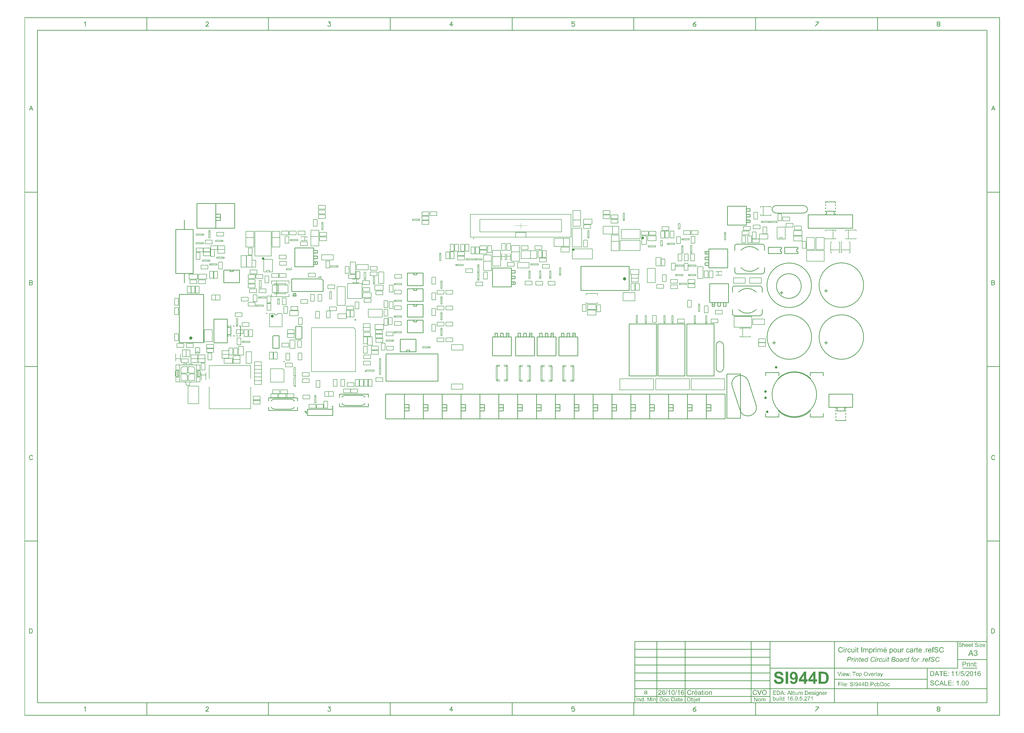
<source format=gto>
G04 Layer_Color=65535*
%FSLAX25Y25*%
%MOIN*%
G70*
G01*
G75*
%ADD10C,0.01000*%
%ADD77C,0.02500*%
%ADD84C,0.02000*%
%ADD88C,0.01200*%
%ADD91C,0.00800*%
%ADD104C,0.00500*%
%ADD146C,0.00984*%
%ADD147C,0.00700*%
%ADD148C,0.02362*%
%ADD149C,0.00984*%
%ADD150C,0.00600*%
%ADD151C,0.00787*%
%ADD152C,0.00787*%
%ADD153C,0.00100*%
G36*
X1263962Y-373636D02*
X1263171D01*
Y-372738D01*
X1263962D01*
Y-373636D01*
D02*
G37*
G36*
X1259687Y-372640D02*
X1259755D01*
X1259921Y-372660D01*
X1260116Y-372689D01*
X1260331Y-372728D01*
X1260546Y-372786D01*
X1260751Y-372865D01*
X1260760D01*
X1260770Y-372874D01*
X1260800Y-372884D01*
X1260839Y-372904D01*
X1260936Y-372962D01*
X1261063Y-373030D01*
X1261200Y-373128D01*
X1261336Y-373245D01*
X1261473Y-373382D01*
X1261590Y-373538D01*
X1261600Y-373557D01*
X1261639Y-373616D01*
X1261688Y-373714D01*
X1261736Y-373831D01*
X1261795Y-373977D01*
X1261854Y-374153D01*
X1261893Y-374338D01*
X1261912Y-374543D01*
X1261102Y-374602D01*
Y-374592D01*
Y-374573D01*
X1261092Y-374543D01*
X1261083Y-374504D01*
X1261063Y-374397D01*
X1261024Y-374260D01*
X1260966Y-374114D01*
X1260887Y-373967D01*
X1260780Y-373821D01*
X1260653Y-373694D01*
X1260634Y-373684D01*
X1260585Y-373645D01*
X1260497Y-373597D01*
X1260380Y-373538D01*
X1260224Y-373479D01*
X1260028Y-373431D01*
X1259804Y-373392D01*
X1259540Y-373382D01*
X1259414D01*
X1259355Y-373392D01*
X1259277D01*
X1259111Y-373421D01*
X1258926Y-373450D01*
X1258740Y-373499D01*
X1258564Y-373567D01*
X1258486Y-373616D01*
X1258418Y-373665D01*
X1258408Y-373675D01*
X1258369Y-373714D01*
X1258311Y-373772D01*
X1258252Y-373860D01*
X1258184Y-373958D01*
X1258135Y-374075D01*
X1258096Y-374202D01*
X1258076Y-374348D01*
Y-374368D01*
Y-374407D01*
X1258086Y-374475D01*
X1258106Y-374553D01*
X1258135Y-374641D01*
X1258184Y-374739D01*
X1258242Y-374826D01*
X1258321Y-374914D01*
X1258330Y-374924D01*
X1258379Y-374953D01*
X1258408Y-374973D01*
X1258447Y-375002D01*
X1258506Y-375022D01*
X1258574Y-375051D01*
X1258652Y-375090D01*
X1258740Y-375129D01*
X1258838Y-375158D01*
X1258955Y-375197D01*
X1259091Y-375246D01*
X1259238Y-375285D01*
X1259404Y-375324D01*
X1259589Y-375373D01*
X1259599D01*
X1259638Y-375383D01*
X1259687Y-375392D01*
X1259755Y-375412D01*
X1259843Y-375431D01*
X1259941Y-375461D01*
X1260155Y-375510D01*
X1260390Y-375578D01*
X1260624Y-375646D01*
X1260741Y-375675D01*
X1260839Y-375714D01*
X1260936Y-375753D01*
X1261014Y-375783D01*
X1261024D01*
X1261043Y-375793D01*
X1261063Y-375812D01*
X1261102Y-375832D01*
X1261200Y-375890D01*
X1261327Y-375958D01*
X1261463Y-376056D01*
X1261600Y-376173D01*
X1261727Y-376300D01*
X1261834Y-376437D01*
X1261844Y-376456D01*
X1261873Y-376505D01*
X1261922Y-376583D01*
X1261971Y-376700D01*
X1262020Y-376827D01*
X1262068Y-376983D01*
X1262098Y-377159D01*
X1262107Y-377344D01*
Y-377354D01*
Y-377364D01*
Y-377393D01*
Y-377432D01*
X1262088Y-377530D01*
X1262068Y-377657D01*
X1262039Y-377803D01*
X1261981Y-377969D01*
X1261912Y-378145D01*
X1261815Y-378311D01*
X1261805Y-378330D01*
X1261756Y-378389D01*
X1261697Y-378467D01*
X1261600Y-378564D01*
X1261483Y-378681D01*
X1261336Y-378799D01*
X1261161Y-378906D01*
X1260966Y-379013D01*
X1260956D01*
X1260936Y-379023D01*
X1260907Y-379033D01*
X1260868Y-379052D01*
X1260819Y-379072D01*
X1260760Y-379091D01*
X1260604Y-379131D01*
X1260429Y-379179D01*
X1260214Y-379218D01*
X1259989Y-379248D01*
X1259736Y-379257D01*
X1259589D01*
X1259521Y-379248D01*
X1259433D01*
X1259336Y-379238D01*
X1259228Y-379228D01*
X1259004Y-379199D01*
X1258760Y-379150D01*
X1258516Y-379091D01*
X1258282Y-379013D01*
X1258272D01*
X1258252Y-379004D01*
X1258223Y-378984D01*
X1258184Y-378965D01*
X1258076Y-378906D01*
X1257950Y-378818D01*
X1257793Y-378711D01*
X1257647Y-378584D01*
X1257491Y-378428D01*
X1257354Y-378252D01*
Y-378242D01*
X1257345Y-378233D01*
X1257325Y-378203D01*
X1257306Y-378164D01*
X1257276Y-378115D01*
X1257247Y-378057D01*
X1257188Y-377910D01*
X1257130Y-377745D01*
X1257071Y-377540D01*
X1257032Y-377325D01*
X1257013Y-377091D01*
X1257813Y-377022D01*
Y-377032D01*
Y-377042D01*
X1257823Y-377100D01*
X1257842Y-377188D01*
X1257862Y-377305D01*
X1257901Y-377432D01*
X1257940Y-377569D01*
X1257998Y-377696D01*
X1258067Y-377823D01*
X1258076Y-377832D01*
X1258106Y-377871D01*
X1258155Y-377930D01*
X1258233Y-377998D01*
X1258321Y-378076D01*
X1258428Y-378164D01*
X1258564Y-378242D01*
X1258711Y-378320D01*
X1258721D01*
X1258730Y-378330D01*
X1258789Y-378350D01*
X1258877Y-378379D01*
X1259004Y-378408D01*
X1259140Y-378447D01*
X1259316Y-378477D01*
X1259501Y-378496D01*
X1259697Y-378506D01*
X1259775D01*
X1259872Y-378496D01*
X1259980Y-378486D01*
X1260116Y-378477D01*
X1260253Y-378447D01*
X1260399Y-378418D01*
X1260546Y-378369D01*
X1260565Y-378359D01*
X1260604Y-378340D01*
X1260673Y-378311D01*
X1260751Y-378262D01*
X1260848Y-378203D01*
X1260936Y-378135D01*
X1261024Y-378057D01*
X1261102Y-377969D01*
X1261112Y-377959D01*
X1261131Y-377920D01*
X1261161Y-377871D01*
X1261200Y-377803D01*
X1261229Y-377725D01*
X1261258Y-377627D01*
X1261278Y-377530D01*
X1261287Y-377422D01*
Y-377413D01*
Y-377374D01*
X1261278Y-377315D01*
X1261268Y-377247D01*
X1261248Y-377159D01*
X1261209Y-377071D01*
X1261170Y-376983D01*
X1261112Y-376895D01*
X1261102Y-376886D01*
X1261083Y-376856D01*
X1261034Y-376817D01*
X1260975Y-376759D01*
X1260897Y-376700D01*
X1260800Y-376642D01*
X1260673Y-376573D01*
X1260536Y-376515D01*
X1260526Y-376505D01*
X1260487Y-376495D01*
X1260409Y-376476D01*
X1260360Y-376456D01*
X1260302Y-376437D01*
X1260224Y-376417D01*
X1260146Y-376398D01*
X1260048Y-376368D01*
X1259950Y-376339D01*
X1259833Y-376310D01*
X1259697Y-376281D01*
X1259550Y-376241D01*
X1259394Y-376203D01*
X1259384D01*
X1259355Y-376193D01*
X1259306Y-376183D01*
X1259248Y-376163D01*
X1259179Y-376144D01*
X1259101Y-376124D01*
X1258916Y-376076D01*
X1258711Y-376007D01*
X1258506Y-375939D01*
X1258321Y-375871D01*
X1258233Y-375841D01*
X1258164Y-375802D01*
X1258155D01*
X1258145Y-375793D01*
X1258086Y-375753D01*
X1258008Y-375705D01*
X1257911Y-375636D01*
X1257793Y-375549D01*
X1257686Y-375451D01*
X1257579Y-375334D01*
X1257481Y-375207D01*
X1257471Y-375187D01*
X1257442Y-375139D01*
X1257413Y-375070D01*
X1257374Y-374973D01*
X1257325Y-374856D01*
X1257296Y-374719D01*
X1257266Y-374563D01*
X1257257Y-374407D01*
Y-374397D01*
Y-374387D01*
Y-374358D01*
Y-374319D01*
X1257276Y-374231D01*
X1257296Y-374114D01*
X1257325Y-373967D01*
X1257374Y-373821D01*
X1257442Y-373655D01*
X1257530Y-373499D01*
Y-373489D01*
X1257540Y-373479D01*
X1257579Y-373431D01*
X1257647Y-373353D01*
X1257735Y-373255D01*
X1257842Y-373157D01*
X1257979Y-373050D01*
X1258145Y-372943D01*
X1258330Y-372855D01*
X1258340D01*
X1258350Y-372845D01*
X1258379Y-372835D01*
X1258428Y-372816D01*
X1258477Y-372806D01*
X1258535Y-372786D01*
X1258672Y-372738D01*
X1258848Y-372699D01*
X1259043Y-372669D01*
X1259267Y-372640D01*
X1259501Y-372630D01*
X1259619D01*
X1259687Y-372640D01*
D02*
G37*
G36*
X1233803D02*
X1233872D01*
X1234038Y-372660D01*
X1234233Y-372689D01*
X1234447Y-372728D01*
X1234662Y-372786D01*
X1234867Y-372865D01*
X1234877D01*
X1234887Y-372874D01*
X1234916Y-372884D01*
X1234955Y-372904D01*
X1235053Y-372962D01*
X1235180Y-373030D01*
X1235316Y-373128D01*
X1235453Y-373245D01*
X1235590Y-373382D01*
X1235707Y-373538D01*
X1235716Y-373557D01*
X1235755Y-373616D01*
X1235804Y-373714D01*
X1235853Y-373831D01*
X1235911Y-373977D01*
X1235970Y-374153D01*
X1236009Y-374338D01*
X1236029Y-374543D01*
X1235219Y-374602D01*
Y-374592D01*
Y-374573D01*
X1235209Y-374543D01*
X1235199Y-374504D01*
X1235180Y-374397D01*
X1235141Y-374260D01*
X1235082Y-374114D01*
X1235004Y-373967D01*
X1234896Y-373821D01*
X1234770Y-373694D01*
X1234750Y-373684D01*
X1234701Y-373645D01*
X1234614Y-373597D01*
X1234496Y-373538D01*
X1234340Y-373479D01*
X1234145Y-373431D01*
X1233920Y-373392D01*
X1233657Y-373382D01*
X1233530D01*
X1233471Y-373392D01*
X1233393D01*
X1233228Y-373421D01*
X1233042Y-373450D01*
X1232857Y-373499D01*
X1232681Y-373567D01*
X1232603Y-373616D01*
X1232535Y-373665D01*
X1232525Y-373675D01*
X1232486Y-373714D01*
X1232427Y-373772D01*
X1232369Y-373860D01*
X1232300Y-373958D01*
X1232251Y-374075D01*
X1232213Y-374202D01*
X1232193Y-374348D01*
Y-374368D01*
Y-374407D01*
X1232203Y-374475D01*
X1232222Y-374553D01*
X1232251Y-374641D01*
X1232300Y-374739D01*
X1232359Y-374826D01*
X1232437Y-374914D01*
X1232447Y-374924D01*
X1232495Y-374953D01*
X1232525Y-374973D01*
X1232564Y-375002D01*
X1232622Y-375022D01*
X1232691Y-375051D01*
X1232769Y-375090D01*
X1232857Y-375129D01*
X1232954Y-375158D01*
X1233071Y-375197D01*
X1233208Y-375246D01*
X1233354Y-375285D01*
X1233520Y-375324D01*
X1233706Y-375373D01*
X1233716D01*
X1233755Y-375383D01*
X1233803Y-375392D01*
X1233872Y-375412D01*
X1233959Y-375431D01*
X1234057Y-375461D01*
X1234272Y-375510D01*
X1234506Y-375578D01*
X1234740Y-375646D01*
X1234857Y-375675D01*
X1234955Y-375714D01*
X1235053Y-375753D01*
X1235131Y-375783D01*
X1235141D01*
X1235160Y-375793D01*
X1235180Y-375812D01*
X1235219Y-375832D01*
X1235316Y-375890D01*
X1235443Y-375958D01*
X1235580Y-376056D01*
X1235716Y-376173D01*
X1235843Y-376300D01*
X1235951Y-376437D01*
X1235960Y-376456D01*
X1235990Y-376505D01*
X1236038Y-376583D01*
X1236087Y-376700D01*
X1236136Y-376827D01*
X1236185Y-376983D01*
X1236214Y-377159D01*
X1236224Y-377344D01*
Y-377354D01*
Y-377364D01*
Y-377393D01*
Y-377432D01*
X1236204Y-377530D01*
X1236185Y-377657D01*
X1236156Y-377803D01*
X1236097Y-377969D01*
X1236029Y-378145D01*
X1235931Y-378311D01*
X1235921Y-378330D01*
X1235872Y-378389D01*
X1235814Y-378467D01*
X1235716Y-378564D01*
X1235599Y-378681D01*
X1235453Y-378799D01*
X1235277Y-378906D01*
X1235082Y-379013D01*
X1235072D01*
X1235053Y-379023D01*
X1235023Y-379033D01*
X1234984Y-379052D01*
X1234935Y-379072D01*
X1234877Y-379091D01*
X1234721Y-379131D01*
X1234545Y-379179D01*
X1234330Y-379218D01*
X1234106Y-379248D01*
X1233852Y-379257D01*
X1233706D01*
X1233637Y-379248D01*
X1233550D01*
X1233452Y-379238D01*
X1233345Y-379228D01*
X1233120Y-379199D01*
X1232876Y-379150D01*
X1232632Y-379091D01*
X1232398Y-379013D01*
X1232388D01*
X1232369Y-379004D01*
X1232339Y-378984D01*
X1232300Y-378965D01*
X1232193Y-378906D01*
X1232066Y-378818D01*
X1231910Y-378711D01*
X1231763Y-378584D01*
X1231607Y-378428D01*
X1231471Y-378252D01*
Y-378242D01*
X1231461Y-378233D01*
X1231441Y-378203D01*
X1231422Y-378164D01*
X1231393Y-378115D01*
X1231363Y-378057D01*
X1231305Y-377910D01*
X1231246Y-377745D01*
X1231188Y-377540D01*
X1231149Y-377325D01*
X1231129Y-377091D01*
X1231929Y-377022D01*
Y-377032D01*
Y-377042D01*
X1231939Y-377100D01*
X1231959Y-377188D01*
X1231978Y-377305D01*
X1232017Y-377432D01*
X1232056Y-377569D01*
X1232115Y-377696D01*
X1232183Y-377823D01*
X1232193Y-377832D01*
X1232222Y-377871D01*
X1232271Y-377930D01*
X1232349Y-377998D01*
X1232437Y-378076D01*
X1232544Y-378164D01*
X1232681Y-378242D01*
X1232827Y-378320D01*
X1232837D01*
X1232847Y-378330D01*
X1232905Y-378350D01*
X1232993Y-378379D01*
X1233120Y-378408D01*
X1233257Y-378447D01*
X1233432Y-378477D01*
X1233618Y-378496D01*
X1233813Y-378506D01*
X1233891D01*
X1233989Y-378496D01*
X1234096Y-378486D01*
X1234233Y-378477D01*
X1234369Y-378447D01*
X1234516Y-378418D01*
X1234662Y-378369D01*
X1234682Y-378359D01*
X1234721Y-378340D01*
X1234789Y-378311D01*
X1234867Y-378262D01*
X1234965Y-378203D01*
X1235053Y-378135D01*
X1235141Y-378057D01*
X1235219Y-377969D01*
X1235228Y-377959D01*
X1235248Y-377920D01*
X1235277Y-377871D01*
X1235316Y-377803D01*
X1235345Y-377725D01*
X1235375Y-377627D01*
X1235394Y-377530D01*
X1235404Y-377422D01*
Y-377413D01*
Y-377374D01*
X1235394Y-377315D01*
X1235384Y-377247D01*
X1235365Y-377159D01*
X1235326Y-377071D01*
X1235287Y-376983D01*
X1235228Y-376895D01*
X1235219Y-376886D01*
X1235199Y-376856D01*
X1235150Y-376817D01*
X1235092Y-376759D01*
X1235014Y-376700D01*
X1234916Y-376642D01*
X1234789Y-376573D01*
X1234653Y-376515D01*
X1234643Y-376505D01*
X1234604Y-376495D01*
X1234526Y-376476D01*
X1234477Y-376456D01*
X1234418Y-376437D01*
X1234340Y-376417D01*
X1234262Y-376398D01*
X1234165Y-376368D01*
X1234067Y-376339D01*
X1233950Y-376310D01*
X1233813Y-376281D01*
X1233667Y-376241D01*
X1233511Y-376203D01*
X1233501D01*
X1233471Y-376193D01*
X1233423Y-376183D01*
X1233364Y-376163D01*
X1233296Y-376144D01*
X1233218Y-376124D01*
X1233032Y-376076D01*
X1232827Y-376007D01*
X1232622Y-375939D01*
X1232437Y-375871D01*
X1232349Y-375841D01*
X1232281Y-375802D01*
X1232271D01*
X1232261Y-375793D01*
X1232203Y-375753D01*
X1232125Y-375705D01*
X1232027Y-375636D01*
X1231910Y-375549D01*
X1231803Y-375451D01*
X1231695Y-375334D01*
X1231598Y-375207D01*
X1231588Y-375187D01*
X1231559Y-375139D01*
X1231529Y-375070D01*
X1231490Y-374973D01*
X1231441Y-374856D01*
X1231412Y-374719D01*
X1231383Y-374563D01*
X1231373Y-374407D01*
Y-374397D01*
Y-374387D01*
Y-374358D01*
Y-374319D01*
X1231393Y-374231D01*
X1231412Y-374114D01*
X1231441Y-373967D01*
X1231490Y-373821D01*
X1231559Y-373655D01*
X1231646Y-373499D01*
Y-373489D01*
X1231656Y-373479D01*
X1231695Y-373431D01*
X1231763Y-373353D01*
X1231851Y-373255D01*
X1231959Y-373157D01*
X1232095Y-373050D01*
X1232261Y-372943D01*
X1232447Y-372855D01*
X1232456D01*
X1232466Y-372845D01*
X1232495Y-372835D01*
X1232544Y-372816D01*
X1232593Y-372806D01*
X1232652Y-372786D01*
X1232788Y-372738D01*
X1232964Y-372699D01*
X1233159Y-372669D01*
X1233384Y-372640D01*
X1233618Y-372630D01*
X1233735D01*
X1233803Y-372640D01*
D02*
G37*
G36*
X1268705Y-375022D02*
X1266187Y-377979D01*
X1265699Y-378525D01*
X1265748D01*
X1265787Y-378516D01*
X1265894Y-378506D01*
X1266021Y-378496D01*
X1266177D01*
X1266343Y-378486D01*
X1266695Y-378477D01*
X1268842D01*
Y-379150D01*
X1264733D01*
Y-378516D01*
X1267690Y-375109D01*
X1267602D01*
X1267514Y-375119D01*
X1267387D01*
X1267251Y-375129D01*
X1267105D01*
X1266948Y-375139D01*
X1264909D01*
Y-374504D01*
X1268705D01*
Y-375022D01*
D02*
G37*
G36*
X1263962Y-379150D02*
X1263171D01*
Y-374504D01*
X1263962D01*
Y-379150D01*
D02*
G37*
G36*
X1238068Y-375031D02*
X1238078Y-375022D01*
X1238098Y-375002D01*
X1238127Y-374973D01*
X1238166Y-374934D01*
X1238225Y-374885D01*
X1238283Y-374826D01*
X1238361Y-374778D01*
X1238449Y-374709D01*
X1238547Y-374651D01*
X1238644Y-374602D01*
X1238888Y-374495D01*
X1239015Y-374455D01*
X1239152Y-374426D01*
X1239298Y-374407D01*
X1239454Y-374397D01*
X1239542D01*
X1239640Y-374407D01*
X1239757Y-374426D01*
X1239894Y-374446D01*
X1240040Y-374485D01*
X1240196Y-374534D01*
X1240343Y-374602D01*
X1240362Y-374612D01*
X1240401Y-374641D01*
X1240469Y-374690D01*
X1240557Y-374748D01*
X1240645Y-374826D01*
X1240733Y-374924D01*
X1240821Y-375041D01*
X1240889Y-375168D01*
X1240899Y-375187D01*
X1240918Y-375236D01*
X1240938Y-375314D01*
X1240977Y-375431D01*
X1241006Y-375578D01*
X1241026Y-375763D01*
X1241045Y-375968D01*
X1241055Y-376212D01*
Y-379150D01*
X1240265D01*
Y-376203D01*
Y-376193D01*
Y-376173D01*
Y-376144D01*
Y-376105D01*
X1240255Y-376007D01*
X1240235Y-375871D01*
X1240196Y-375734D01*
X1240157Y-375597D01*
X1240089Y-375461D01*
X1240001Y-375344D01*
X1239991Y-375334D01*
X1239952Y-375305D01*
X1239894Y-375256D01*
X1239816Y-375207D01*
X1239718Y-375158D01*
X1239591Y-375109D01*
X1239454Y-375080D01*
X1239289Y-375070D01*
X1239230D01*
X1239162Y-375080D01*
X1239074Y-375090D01*
X1238976Y-375119D01*
X1238859Y-375148D01*
X1238742Y-375197D01*
X1238625Y-375256D01*
X1238615Y-375266D01*
X1238576Y-375285D01*
X1238527Y-375334D01*
X1238459Y-375383D01*
X1238391Y-375461D01*
X1238313Y-375539D01*
X1238254Y-375646D01*
X1238195Y-375753D01*
X1238186Y-375763D01*
X1238176Y-375812D01*
X1238156Y-375880D01*
X1238137Y-375978D01*
X1238107Y-376105D01*
X1238088Y-376251D01*
X1238078Y-376417D01*
X1238068Y-376612D01*
Y-379150D01*
X1237278D01*
Y-372738D01*
X1238068D01*
Y-375031D01*
D02*
G37*
G36*
X1253138Y-374504D02*
X1253928D01*
Y-375119D01*
X1253138D01*
Y-377842D01*
Y-377852D01*
Y-377891D01*
Y-377950D01*
X1253148Y-378018D01*
X1253158Y-378164D01*
X1253167Y-378223D01*
X1253177Y-378272D01*
X1253187Y-378291D01*
X1253206Y-378330D01*
X1253245Y-378379D01*
X1253304Y-378428D01*
X1253323Y-378437D01*
X1253372Y-378447D01*
X1253460Y-378467D01*
X1253577Y-378477D01*
X1253675D01*
X1253724Y-378467D01*
X1253782D01*
X1253928Y-378447D01*
X1254036Y-379140D01*
X1254016D01*
X1253977Y-379150D01*
X1253919Y-379160D01*
X1253831Y-379170D01*
X1253743Y-379189D01*
X1253645Y-379199D01*
X1253440Y-379209D01*
X1253372D01*
X1253294Y-379199D01*
X1253197Y-379189D01*
X1253089Y-379179D01*
X1252972Y-379150D01*
X1252865Y-379121D01*
X1252767Y-379082D01*
X1252757Y-379072D01*
X1252728Y-379052D01*
X1252689Y-379023D01*
X1252640Y-378984D01*
X1252582Y-378935D01*
X1252533Y-378877D01*
X1252474Y-378808D01*
X1252435Y-378730D01*
Y-378721D01*
X1252425Y-378681D01*
X1252406Y-378623D01*
X1252396Y-378525D01*
X1252377Y-378398D01*
X1252367Y-378330D01*
X1252357Y-378242D01*
Y-378145D01*
X1252347Y-378037D01*
Y-377920D01*
Y-377793D01*
Y-375119D01*
X1251762D01*
Y-374504D01*
X1252347D01*
Y-373362D01*
X1253138Y-372884D01*
Y-374504D01*
D02*
G37*
G36*
X1271692Y-374407D02*
X1271770Y-374416D01*
X1271867Y-374426D01*
X1271965Y-374446D01*
X1272082Y-374475D01*
X1272316Y-374553D01*
X1272443Y-374602D01*
X1272570Y-374670D01*
X1272697Y-374739D01*
X1272824Y-374826D01*
X1272941Y-374924D01*
X1273058Y-375041D01*
X1273068Y-375051D01*
X1273087Y-375070D01*
X1273117Y-375109D01*
X1273156Y-375158D01*
X1273195Y-375226D01*
X1273244Y-375305D01*
X1273302Y-375392D01*
X1273361Y-375500D01*
X1273409Y-375627D01*
X1273468Y-375753D01*
X1273517Y-375900D01*
X1273566Y-376066D01*
X1273595Y-376232D01*
X1273624Y-376417D01*
X1273644Y-376612D01*
X1273653Y-376827D01*
Y-376837D01*
Y-376876D01*
Y-376944D01*
X1273644Y-377032D01*
X1270189D01*
Y-377042D01*
Y-377061D01*
X1270198Y-377110D01*
Y-377159D01*
X1270208Y-377227D01*
X1270218Y-377296D01*
X1270257Y-377471D01*
X1270315Y-377657D01*
X1270384Y-377852D01*
X1270491Y-378047D01*
X1270618Y-378213D01*
X1270638Y-378233D01*
X1270686Y-378272D01*
X1270774Y-378340D01*
X1270882Y-378408D01*
X1271028Y-378486D01*
X1271194Y-378555D01*
X1271379Y-378594D01*
X1271584Y-378613D01*
X1271662D01*
X1271741Y-378603D01*
X1271838Y-378584D01*
X1271955Y-378555D01*
X1272082Y-378516D01*
X1272209Y-378467D01*
X1272326Y-378389D01*
X1272336Y-378379D01*
X1272375Y-378340D01*
X1272433Y-378291D01*
X1272502Y-378203D01*
X1272580Y-378106D01*
X1272658Y-377979D01*
X1272736Y-377823D01*
X1272814Y-377647D01*
X1273624Y-377754D01*
Y-377764D01*
X1273614Y-377784D01*
X1273605Y-377823D01*
X1273585Y-377871D01*
X1273566Y-377930D01*
X1273536Y-377998D01*
X1273458Y-378164D01*
X1273361Y-378340D01*
X1273244Y-378525D01*
X1273087Y-378711D01*
X1272912Y-378867D01*
X1272902D01*
X1272892Y-378887D01*
X1272863Y-378906D01*
X1272814Y-378925D01*
X1272765Y-378955D01*
X1272707Y-378994D01*
X1272638Y-379023D01*
X1272551Y-379062D01*
X1272365Y-379131D01*
X1272131Y-379199D01*
X1271877Y-379238D01*
X1271584Y-379257D01*
X1271487D01*
X1271418Y-379248D01*
X1271331Y-379238D01*
X1271233Y-379228D01*
X1271126Y-379209D01*
X1270999Y-379179D01*
X1270745Y-379101D01*
X1270608Y-379052D01*
X1270481Y-378994D01*
X1270345Y-378925D01*
X1270218Y-378838D01*
X1270091Y-378740D01*
X1269974Y-378633D01*
X1269964Y-378623D01*
X1269945Y-378603D01*
X1269915Y-378564D01*
X1269886Y-378516D01*
X1269837Y-378457D01*
X1269788Y-378379D01*
X1269730Y-378281D01*
X1269681Y-378174D01*
X1269623Y-378057D01*
X1269564Y-377930D01*
X1269515Y-377784D01*
X1269476Y-377627D01*
X1269437Y-377462D01*
X1269408Y-377276D01*
X1269388Y-377081D01*
X1269379Y-376876D01*
Y-376866D01*
Y-376827D01*
Y-376759D01*
X1269388Y-376681D01*
X1269398Y-376583D01*
X1269408Y-376466D01*
X1269427Y-376339D01*
X1269457Y-376203D01*
X1269525Y-375910D01*
X1269574Y-375763D01*
X1269632Y-375607D01*
X1269701Y-375461D01*
X1269779Y-375314D01*
X1269867Y-375178D01*
X1269974Y-375051D01*
X1269984Y-375041D01*
X1270003Y-375022D01*
X1270033Y-374992D01*
X1270081Y-374943D01*
X1270140Y-374895D01*
X1270218Y-374846D01*
X1270296Y-374787D01*
X1270394Y-374719D01*
X1270501Y-374660D01*
X1270618Y-374602D01*
X1270745Y-374553D01*
X1270891Y-374495D01*
X1271038Y-374455D01*
X1271194Y-374426D01*
X1271360Y-374407D01*
X1271535Y-374397D01*
X1271623D01*
X1271692Y-374407D01*
D02*
G37*
G36*
X1249292D02*
X1249371Y-374416D01*
X1249468Y-374426D01*
X1249566Y-374446D01*
X1249683Y-374475D01*
X1249917Y-374553D01*
X1250044Y-374602D01*
X1250171Y-374670D01*
X1250298Y-374739D01*
X1250425Y-374826D01*
X1250542Y-374924D01*
X1250659Y-375041D01*
X1250669Y-375051D01*
X1250688Y-375070D01*
X1250717Y-375109D01*
X1250756Y-375158D01*
X1250795Y-375226D01*
X1250844Y-375305D01*
X1250903Y-375392D01*
X1250961Y-375500D01*
X1251010Y-375627D01*
X1251069Y-375753D01*
X1251118Y-375900D01*
X1251166Y-376066D01*
X1251196Y-376232D01*
X1251225Y-376417D01*
X1251245Y-376612D01*
X1251254Y-376827D01*
Y-376837D01*
Y-376876D01*
Y-376944D01*
X1251245Y-377032D01*
X1247789D01*
Y-377042D01*
Y-377061D01*
X1247799Y-377110D01*
Y-377159D01*
X1247809Y-377227D01*
X1247819Y-377296D01*
X1247858Y-377471D01*
X1247916Y-377657D01*
X1247985Y-377852D01*
X1248092Y-378047D01*
X1248219Y-378213D01*
X1248238Y-378233D01*
X1248287Y-378272D01*
X1248375Y-378340D01*
X1248482Y-378408D01*
X1248629Y-378486D01*
X1248795Y-378555D01*
X1248980Y-378594D01*
X1249185Y-378613D01*
X1249263D01*
X1249341Y-378603D01*
X1249439Y-378584D01*
X1249556Y-378555D01*
X1249683Y-378516D01*
X1249810Y-378467D01*
X1249927Y-378389D01*
X1249937Y-378379D01*
X1249976Y-378340D01*
X1250034Y-378291D01*
X1250103Y-378203D01*
X1250181Y-378106D01*
X1250259Y-377979D01*
X1250337Y-377823D01*
X1250415Y-377647D01*
X1251225Y-377754D01*
Y-377764D01*
X1251215Y-377784D01*
X1251206Y-377823D01*
X1251186Y-377871D01*
X1251166Y-377930D01*
X1251137Y-377998D01*
X1251059Y-378164D01*
X1250961Y-378340D01*
X1250844Y-378525D01*
X1250688Y-378711D01*
X1250513Y-378867D01*
X1250503D01*
X1250493Y-378887D01*
X1250464Y-378906D01*
X1250415Y-378925D01*
X1250366Y-378955D01*
X1250307Y-378994D01*
X1250239Y-379023D01*
X1250151Y-379062D01*
X1249966Y-379131D01*
X1249732Y-379199D01*
X1249478Y-379238D01*
X1249185Y-379257D01*
X1249088D01*
X1249019Y-379248D01*
X1248931Y-379238D01*
X1248834Y-379228D01*
X1248726Y-379209D01*
X1248600Y-379179D01*
X1248346Y-379101D01*
X1248209Y-379052D01*
X1248082Y-378994D01*
X1247946Y-378925D01*
X1247819Y-378838D01*
X1247692Y-378740D01*
X1247575Y-378633D01*
X1247565Y-378623D01*
X1247545Y-378603D01*
X1247516Y-378564D01*
X1247487Y-378516D01*
X1247438Y-378457D01*
X1247389Y-378379D01*
X1247331Y-378281D01*
X1247282Y-378174D01*
X1247223Y-378057D01*
X1247165Y-377930D01*
X1247116Y-377784D01*
X1247077Y-377627D01*
X1247038Y-377462D01*
X1247009Y-377276D01*
X1246989Y-377081D01*
X1246979Y-376876D01*
Y-376866D01*
Y-376827D01*
Y-376759D01*
X1246989Y-376681D01*
X1246999Y-376583D01*
X1247009Y-376466D01*
X1247028Y-376339D01*
X1247058Y-376203D01*
X1247126Y-375910D01*
X1247175Y-375763D01*
X1247233Y-375607D01*
X1247301Y-375461D01*
X1247379Y-375314D01*
X1247467Y-375178D01*
X1247575Y-375051D01*
X1247585Y-375041D01*
X1247604Y-375022D01*
X1247633Y-374992D01*
X1247682Y-374943D01*
X1247741Y-374895D01*
X1247819Y-374846D01*
X1247897Y-374787D01*
X1247994Y-374719D01*
X1248102Y-374660D01*
X1248219Y-374602D01*
X1248346Y-374553D01*
X1248492Y-374495D01*
X1248639Y-374455D01*
X1248795Y-374426D01*
X1248961Y-374407D01*
X1249136Y-374397D01*
X1249224D01*
X1249292Y-374407D01*
D02*
G37*
G36*
X1244315D02*
X1244393Y-374416D01*
X1244491Y-374426D01*
X1244588Y-374446D01*
X1244705Y-374475D01*
X1244940Y-374553D01*
X1245066Y-374602D01*
X1245193Y-374670D01*
X1245320Y-374739D01*
X1245447Y-374826D01*
X1245564Y-374924D01*
X1245681Y-375041D01*
X1245691Y-375051D01*
X1245711Y-375070D01*
X1245740Y-375109D01*
X1245779Y-375158D01*
X1245818Y-375226D01*
X1245867Y-375305D01*
X1245925Y-375392D01*
X1245984Y-375500D01*
X1246033Y-375627D01*
X1246091Y-375753D01*
X1246140Y-375900D01*
X1246189Y-376066D01*
X1246218Y-376232D01*
X1246247Y-376417D01*
X1246267Y-376612D01*
X1246277Y-376827D01*
Y-376837D01*
Y-376876D01*
Y-376944D01*
X1246267Y-377032D01*
X1242812D01*
Y-377042D01*
Y-377061D01*
X1242822Y-377110D01*
Y-377159D01*
X1242831Y-377227D01*
X1242841Y-377296D01*
X1242880Y-377471D01*
X1242939Y-377657D01*
X1243007Y-377852D01*
X1243114Y-378047D01*
X1243241Y-378213D01*
X1243261Y-378233D01*
X1243310Y-378272D01*
X1243398Y-378340D01*
X1243505Y-378408D01*
X1243651Y-378486D01*
X1243817Y-378555D01*
X1244003Y-378594D01*
X1244207Y-378613D01*
X1244286D01*
X1244364Y-378603D01*
X1244461Y-378584D01*
X1244578Y-378555D01*
X1244705Y-378516D01*
X1244832Y-378467D01*
X1244949Y-378389D01*
X1244959Y-378379D01*
X1244998Y-378340D01*
X1245057Y-378291D01*
X1245125Y-378203D01*
X1245203Y-378106D01*
X1245281Y-377979D01*
X1245359Y-377823D01*
X1245437Y-377647D01*
X1246247Y-377754D01*
Y-377764D01*
X1246238Y-377784D01*
X1246228Y-377823D01*
X1246208Y-377871D01*
X1246189Y-377930D01*
X1246159Y-377998D01*
X1246082Y-378164D01*
X1245984Y-378340D01*
X1245867Y-378525D01*
X1245711Y-378711D01*
X1245535Y-378867D01*
X1245525D01*
X1245515Y-378887D01*
X1245486Y-378906D01*
X1245437Y-378925D01*
X1245389Y-378955D01*
X1245330Y-378994D01*
X1245262Y-379023D01*
X1245174Y-379062D01*
X1244988Y-379131D01*
X1244754Y-379199D01*
X1244500Y-379238D01*
X1244207Y-379257D01*
X1244110D01*
X1244042Y-379248D01*
X1243954Y-379238D01*
X1243856Y-379228D01*
X1243749Y-379209D01*
X1243622Y-379179D01*
X1243368Y-379101D01*
X1243231Y-379052D01*
X1243105Y-378994D01*
X1242968Y-378925D01*
X1242841Y-378838D01*
X1242714Y-378740D01*
X1242597Y-378633D01*
X1242587Y-378623D01*
X1242568Y-378603D01*
X1242539Y-378564D01*
X1242509Y-378516D01*
X1242461Y-378457D01*
X1242412Y-378379D01*
X1242353Y-378281D01*
X1242304Y-378174D01*
X1242246Y-378057D01*
X1242187Y-377930D01*
X1242138Y-377784D01*
X1242099Y-377627D01*
X1242060Y-377462D01*
X1242031Y-377276D01*
X1242012Y-377081D01*
X1242002Y-376876D01*
Y-376866D01*
Y-376827D01*
Y-376759D01*
X1242012Y-376681D01*
X1242021Y-376583D01*
X1242031Y-376466D01*
X1242051Y-376339D01*
X1242080Y-376203D01*
X1242148Y-375910D01*
X1242197Y-375763D01*
X1242255Y-375607D01*
X1242324Y-375461D01*
X1242402Y-375314D01*
X1242490Y-375178D01*
X1242597Y-375051D01*
X1242607Y-375041D01*
X1242626Y-375022D01*
X1242656Y-374992D01*
X1242704Y-374943D01*
X1242763Y-374895D01*
X1242841Y-374846D01*
X1242919Y-374787D01*
X1243017Y-374719D01*
X1243124Y-374660D01*
X1243241Y-374602D01*
X1243368Y-374553D01*
X1243515Y-374495D01*
X1243661Y-374455D01*
X1243817Y-374426D01*
X1243983Y-374407D01*
X1244159Y-374397D01*
X1244247D01*
X1244315Y-374407D01*
D02*
G37*
G36*
X1191611Y-379436D02*
X1191751Y-379449D01*
X1191916Y-379474D01*
X1192093Y-379499D01*
X1192284Y-379537D01*
X1192131Y-380426D01*
X1192118D01*
X1192080Y-380413D01*
X1192017Y-380400D01*
X1191941Y-380387D01*
X1191839D01*
X1191738Y-380375D01*
X1191522Y-380362D01*
X1191446D01*
X1191370Y-380375D01*
X1191268Y-380387D01*
X1191167Y-380413D01*
X1191053Y-380451D01*
X1190951Y-380502D01*
X1190862Y-380565D01*
X1190849Y-380578D01*
X1190837Y-380603D01*
X1190799Y-380654D01*
X1190773Y-380730D01*
X1190735Y-380832D01*
X1190697Y-380971D01*
X1190685Y-381123D01*
X1190672Y-381314D01*
Y-381860D01*
X1191852D01*
Y-382659D01*
X1190685D01*
Y-387900D01*
X1189657D01*
Y-382659D01*
X1188756D01*
Y-381860D01*
X1189657D01*
Y-381225D01*
Y-381212D01*
Y-381200D01*
Y-381123D01*
X1189669Y-381022D01*
Y-380882D01*
X1189682Y-380743D01*
X1189707Y-380591D01*
X1189733Y-380451D01*
X1189771Y-380324D01*
X1189784Y-380311D01*
X1189796Y-380261D01*
X1189834Y-380185D01*
X1189885Y-380096D01*
X1189961Y-379981D01*
X1190050Y-379880D01*
X1190152Y-379778D01*
X1190279Y-379677D01*
X1190291Y-379664D01*
X1190355Y-379639D01*
X1190431Y-379601D01*
X1190558Y-379550D01*
X1190697Y-379499D01*
X1190888Y-379461D01*
X1191091Y-379436D01*
X1191332Y-379423D01*
X1191497D01*
X1191611Y-379436D01*
D02*
G37*
G36*
X1100588Y-380730D02*
X1099560D01*
Y-379563D01*
X1100588D01*
Y-380730D01*
D02*
G37*
G36*
X1068254D02*
X1067226D01*
Y-379563D01*
X1068254D01*
Y-380730D01*
D02*
G37*
G36*
X1049498D02*
X1048470D01*
Y-379563D01*
X1049498D01*
Y-380730D01*
D02*
G37*
G36*
X1114319Y-381111D02*
X1113468D01*
X1114230Y-379525D01*
X1115575D01*
X1114319Y-381111D01*
D02*
G37*
G36*
X1195900Y-379436D02*
X1195989D01*
X1196205Y-379461D01*
X1196459Y-379499D01*
X1196738Y-379550D01*
X1197017Y-379626D01*
X1197283Y-379728D01*
X1197296D01*
X1197309Y-379740D01*
X1197347Y-379753D01*
X1197398Y-379778D01*
X1197525Y-379854D01*
X1197689Y-379943D01*
X1197867Y-380070D01*
X1198045Y-380223D01*
X1198222Y-380400D01*
X1198375Y-380603D01*
X1198387Y-380629D01*
X1198438Y-380705D01*
X1198502Y-380832D01*
X1198565Y-380984D01*
X1198641Y-381174D01*
X1198717Y-381403D01*
X1198768Y-381644D01*
X1198794Y-381910D01*
X1197740Y-381986D01*
Y-381974D01*
Y-381948D01*
X1197727Y-381910D01*
X1197715Y-381860D01*
X1197689Y-381720D01*
X1197639Y-381542D01*
X1197563Y-381352D01*
X1197461Y-381162D01*
X1197321Y-380971D01*
X1197157Y-380806D01*
X1197131Y-380794D01*
X1197068Y-380743D01*
X1196953Y-380679D01*
X1196801Y-380603D01*
X1196598Y-380527D01*
X1196344Y-380464D01*
X1196052Y-380413D01*
X1195710Y-380400D01*
X1195545D01*
X1195469Y-380413D01*
X1195367D01*
X1195151Y-380451D01*
X1194910Y-380489D01*
X1194669Y-380553D01*
X1194441Y-380641D01*
X1194339Y-380705D01*
X1194250Y-380768D01*
X1194238Y-380781D01*
X1194187Y-380832D01*
X1194111Y-380908D01*
X1194035Y-381022D01*
X1193946Y-381149D01*
X1193882Y-381301D01*
X1193832Y-381466D01*
X1193806Y-381657D01*
Y-381682D01*
Y-381733D01*
X1193819Y-381821D01*
X1193844Y-381923D01*
X1193882Y-382037D01*
X1193946Y-382164D01*
X1194022Y-382278D01*
X1194124Y-382393D01*
X1194136Y-382405D01*
X1194200Y-382443D01*
X1194238Y-382469D01*
X1194289Y-382507D01*
X1194365Y-382532D01*
X1194454Y-382570D01*
X1194555Y-382621D01*
X1194669Y-382672D01*
X1194796Y-382710D01*
X1194948Y-382761D01*
X1195126Y-382824D01*
X1195316Y-382875D01*
X1195532Y-382926D01*
X1195773Y-382989D01*
X1195786D01*
X1195837Y-383002D01*
X1195900Y-383014D01*
X1195989Y-383040D01*
X1196103Y-383065D01*
X1196230Y-383103D01*
X1196509Y-383167D01*
X1196814Y-383256D01*
X1197118Y-383344D01*
X1197271Y-383382D01*
X1197398Y-383433D01*
X1197525Y-383484D01*
X1197626Y-383522D01*
X1197639D01*
X1197664Y-383535D01*
X1197689Y-383560D01*
X1197740Y-383585D01*
X1197867Y-383662D01*
X1198032Y-383750D01*
X1198210Y-383877D01*
X1198387Y-384030D01*
X1198552Y-384194D01*
X1198692Y-384372D01*
X1198705Y-384398D01*
X1198743Y-384461D01*
X1198806Y-384562D01*
X1198870Y-384715D01*
X1198933Y-384880D01*
X1198997Y-385083D01*
X1199035Y-385311D01*
X1199047Y-385552D01*
Y-385565D01*
Y-385578D01*
Y-385616D01*
Y-385667D01*
X1199022Y-385793D01*
X1198997Y-385958D01*
X1198958Y-386149D01*
X1198882Y-386365D01*
X1198794Y-386593D01*
X1198667Y-386809D01*
X1198654Y-386834D01*
X1198590Y-386910D01*
X1198514Y-387012D01*
X1198387Y-387139D01*
X1198235Y-387291D01*
X1198045Y-387443D01*
X1197816Y-387583D01*
X1197563Y-387722D01*
X1197550D01*
X1197525Y-387735D01*
X1197486Y-387748D01*
X1197436Y-387773D01*
X1197372Y-387799D01*
X1197296Y-387824D01*
X1197093Y-387875D01*
X1196865Y-387938D01*
X1196585Y-387989D01*
X1196294Y-388027D01*
X1195964Y-388040D01*
X1195773D01*
X1195684Y-388027D01*
X1195570D01*
X1195443Y-388014D01*
X1195304Y-388001D01*
X1195012Y-387964D01*
X1194695Y-387900D01*
X1194377Y-387824D01*
X1194073Y-387722D01*
X1194060D01*
X1194035Y-387710D01*
X1193997Y-387684D01*
X1193946Y-387659D01*
X1193806Y-387583D01*
X1193641Y-387469D01*
X1193438Y-387329D01*
X1193248Y-387164D01*
X1193045Y-386961D01*
X1192867Y-386733D01*
Y-386720D01*
X1192855Y-386707D01*
X1192829Y-386669D01*
X1192804Y-386618D01*
X1192766Y-386555D01*
X1192728Y-386479D01*
X1192651Y-386288D01*
X1192575Y-386073D01*
X1192499Y-385806D01*
X1192449Y-385527D01*
X1192423Y-385222D01*
X1193464Y-385134D01*
Y-385146D01*
Y-385159D01*
X1193476Y-385235D01*
X1193502Y-385349D01*
X1193527Y-385502D01*
X1193578Y-385667D01*
X1193629Y-385844D01*
X1193705Y-386009D01*
X1193794Y-386174D01*
X1193806Y-386187D01*
X1193844Y-386238D01*
X1193908Y-386314D01*
X1194009Y-386403D01*
X1194124Y-386504D01*
X1194263Y-386618D01*
X1194441Y-386720D01*
X1194631Y-386821D01*
X1194644D01*
X1194656Y-386834D01*
X1194733Y-386859D01*
X1194847Y-386897D01*
X1195012Y-386936D01*
X1195189Y-386986D01*
X1195418Y-387024D01*
X1195659Y-387050D01*
X1195913Y-387063D01*
X1196014D01*
X1196141Y-387050D01*
X1196281Y-387037D01*
X1196459Y-387024D01*
X1196636Y-386986D01*
X1196826Y-386948D01*
X1197017Y-386885D01*
X1197042Y-386872D01*
X1197093Y-386847D01*
X1197182Y-386809D01*
X1197283Y-386745D01*
X1197410Y-386669D01*
X1197525Y-386580D01*
X1197639Y-386479D01*
X1197740Y-386365D01*
X1197753Y-386352D01*
X1197778Y-386301D01*
X1197816Y-386238D01*
X1197867Y-386149D01*
X1197905Y-386047D01*
X1197943Y-385920D01*
X1197969Y-385793D01*
X1197981Y-385654D01*
Y-385641D01*
Y-385590D01*
X1197969Y-385514D01*
X1197956Y-385425D01*
X1197931Y-385311D01*
X1197880Y-385197D01*
X1197829Y-385083D01*
X1197753Y-384969D01*
X1197740Y-384956D01*
X1197715Y-384918D01*
X1197651Y-384867D01*
X1197575Y-384791D01*
X1197474Y-384715D01*
X1197347Y-384639D01*
X1197182Y-384550D01*
X1197004Y-384474D01*
X1196992Y-384461D01*
X1196941Y-384448D01*
X1196839Y-384423D01*
X1196776Y-384398D01*
X1196700Y-384372D01*
X1196598Y-384347D01*
X1196497Y-384321D01*
X1196370Y-384283D01*
X1196243Y-384245D01*
X1196091Y-384207D01*
X1195913Y-384169D01*
X1195722Y-384118D01*
X1195519Y-384068D01*
X1195507D01*
X1195469Y-384055D01*
X1195405Y-384042D01*
X1195329Y-384017D01*
X1195240Y-383992D01*
X1195139Y-383966D01*
X1194898Y-383903D01*
X1194631Y-383814D01*
X1194365Y-383725D01*
X1194124Y-383636D01*
X1194009Y-383598D01*
X1193921Y-383547D01*
X1193908D01*
X1193895Y-383535D01*
X1193819Y-383484D01*
X1193717Y-383420D01*
X1193591Y-383332D01*
X1193438Y-383217D01*
X1193299Y-383090D01*
X1193159Y-382938D01*
X1193032Y-382773D01*
X1193019Y-382748D01*
X1192982Y-382684D01*
X1192943Y-382596D01*
X1192893Y-382469D01*
X1192829Y-382316D01*
X1192791Y-382139D01*
X1192753Y-381936D01*
X1192740Y-381733D01*
Y-381720D01*
Y-381707D01*
Y-381669D01*
Y-381618D01*
X1192766Y-381504D01*
X1192791Y-381352D01*
X1192829Y-381162D01*
X1192893Y-380971D01*
X1192982Y-380755D01*
X1193096Y-380553D01*
Y-380540D01*
X1193108Y-380527D01*
X1193159Y-380464D01*
X1193248Y-380362D01*
X1193362Y-380235D01*
X1193502Y-380108D01*
X1193679Y-379969D01*
X1193895Y-379829D01*
X1194136Y-379715D01*
X1194149D01*
X1194162Y-379702D01*
X1194200Y-379690D01*
X1194263Y-379664D01*
X1194327Y-379651D01*
X1194403Y-379626D01*
X1194580Y-379563D01*
X1194809Y-379512D01*
X1195063Y-379474D01*
X1195354Y-379436D01*
X1195659Y-379423D01*
X1195811D01*
X1195900Y-379436D01*
D02*
G37*
G36*
X1204377D02*
X1204479Y-379449D01*
X1204605Y-379461D01*
X1204745Y-379474D01*
X1204897Y-379499D01*
X1205227Y-379575D01*
X1205583Y-379690D01*
X1205760Y-379766D01*
X1205938Y-379854D01*
X1206103Y-379956D01*
X1206268Y-380070D01*
X1206281Y-380083D01*
X1206306Y-380096D01*
X1206344Y-380134D01*
X1206408Y-380185D01*
X1206471Y-380248D01*
X1206560Y-380337D01*
X1206649Y-380426D01*
X1206737Y-380527D01*
X1206839Y-380654D01*
X1206928Y-380781D01*
X1207029Y-380933D01*
X1207131Y-381098D01*
X1207220Y-381263D01*
X1207308Y-381453D01*
X1207461Y-381860D01*
X1206369Y-382113D01*
Y-382101D01*
X1206357Y-382075D01*
X1206344Y-382025D01*
X1206319Y-381961D01*
X1206281Y-381885D01*
X1206242Y-381796D01*
X1206154Y-381606D01*
X1206040Y-381390D01*
X1205887Y-381162D01*
X1205722Y-380959D01*
X1205519Y-380781D01*
X1205494Y-380768D01*
X1205418Y-380717D01*
X1205303Y-380654D01*
X1205138Y-380565D01*
X1204948Y-380489D01*
X1204707Y-380426D01*
X1204440Y-380375D01*
X1204136Y-380362D01*
X1204047D01*
X1203984Y-380375D01*
X1203895D01*
X1203806Y-380387D01*
X1203578Y-380426D01*
X1203324Y-380476D01*
X1203057Y-380565D01*
X1202791Y-380679D01*
X1202537Y-380832D01*
X1202524D01*
X1202512Y-380857D01*
X1202435Y-380921D01*
X1202321Y-381022D01*
X1202182Y-381162D01*
X1202042Y-381339D01*
X1201890Y-381542D01*
X1201750Y-381796D01*
X1201636Y-382075D01*
Y-382088D01*
X1201623Y-382113D01*
X1201611Y-382151D01*
X1201598Y-382215D01*
X1201573Y-382278D01*
X1201560Y-382367D01*
X1201509Y-382570D01*
X1201458Y-382811D01*
X1201420Y-383078D01*
X1201395Y-383370D01*
X1201382Y-383674D01*
Y-383687D01*
Y-383725D01*
Y-383776D01*
Y-383852D01*
X1201395Y-383941D01*
Y-384055D01*
X1201408Y-384169D01*
X1201420Y-384296D01*
X1201458Y-384588D01*
X1201509Y-384905D01*
X1201585Y-385222D01*
X1201687Y-385527D01*
Y-385540D01*
X1201700Y-385565D01*
X1201725Y-385603D01*
X1201750Y-385654D01*
X1201814Y-385806D01*
X1201915Y-385971D01*
X1202055Y-386174D01*
X1202220Y-386365D01*
X1202410Y-386555D01*
X1202639Y-386720D01*
X1202651D01*
X1202664Y-386733D01*
X1202702Y-386758D01*
X1202753Y-386783D01*
X1202892Y-386834D01*
X1203070Y-386910D01*
X1203273Y-386974D01*
X1203514Y-387037D01*
X1203781Y-387088D01*
X1204060Y-387101D01*
X1204149D01*
X1204212Y-387088D01*
X1204288D01*
X1204390Y-387075D01*
X1204605Y-387037D01*
X1204847Y-386974D01*
X1205113Y-386872D01*
X1205367Y-386745D01*
X1205621Y-386567D01*
X1205633Y-386555D01*
X1205646Y-386542D01*
X1205722Y-386466D01*
X1205836Y-386339D01*
X1205976Y-386174D01*
X1206116Y-385946D01*
X1206268Y-385679D01*
X1206395Y-385349D01*
X1206496Y-384981D01*
X1207600Y-385261D01*
Y-385273D01*
X1207588Y-385324D01*
X1207562Y-385387D01*
X1207537Y-385489D01*
X1207486Y-385590D01*
X1207435Y-385730D01*
X1207385Y-385870D01*
X1207308Y-386022D01*
X1207143Y-386365D01*
X1206915Y-386707D01*
X1206661Y-387037D01*
X1206509Y-387189D01*
X1206344Y-387329D01*
X1206331Y-387342D01*
X1206306Y-387354D01*
X1206255Y-387392D01*
X1206179Y-387443D01*
X1206090Y-387494D01*
X1205989Y-387557D01*
X1205875Y-387621D01*
X1205735Y-387684D01*
X1205583Y-387748D01*
X1205418Y-387811D01*
X1205227Y-387875D01*
X1205037Y-387925D01*
X1204618Y-388014D01*
X1204390Y-388027D01*
X1204149Y-388040D01*
X1204022D01*
X1203920Y-388027D01*
X1203806D01*
X1203679Y-388014D01*
X1203527Y-387989D01*
X1203375Y-387976D01*
X1203019Y-387900D01*
X1202651Y-387811D01*
X1202296Y-387672D01*
X1202118Y-387595D01*
X1201953Y-387494D01*
X1201941Y-387481D01*
X1201915Y-387469D01*
X1201877Y-387431D01*
X1201814Y-387392D01*
X1201661Y-387265D01*
X1201484Y-387088D01*
X1201268Y-386872D01*
X1201065Y-386593D01*
X1200849Y-386276D01*
X1200672Y-385908D01*
Y-385895D01*
X1200659Y-385857D01*
X1200634Y-385806D01*
X1200608Y-385730D01*
X1200570Y-385629D01*
X1200532Y-385514D01*
X1200494Y-385387D01*
X1200456Y-385235D01*
X1200418Y-385083D01*
X1200380Y-384905D01*
X1200304Y-384524D01*
X1200253Y-384118D01*
X1200240Y-383674D01*
Y-383662D01*
Y-383611D01*
Y-383547D01*
X1200253Y-383458D01*
Y-383344D01*
X1200266Y-383205D01*
X1200278Y-383065D01*
X1200304Y-382900D01*
X1200367Y-382545D01*
X1200443Y-382164D01*
X1200570Y-381771D01*
X1200735Y-381403D01*
Y-381390D01*
X1200760Y-381365D01*
X1200786Y-381314D01*
X1200824Y-381238D01*
X1200875Y-381162D01*
X1200938Y-381073D01*
X1201103Y-380857D01*
X1201293Y-380616D01*
X1201534Y-380375D01*
X1201826Y-380134D01*
X1202144Y-379931D01*
X1202156D01*
X1202182Y-379905D01*
X1202232Y-379880D01*
X1202309Y-379854D01*
X1202385Y-379817D01*
X1202486Y-379766D01*
X1202613Y-379728D01*
X1202740Y-379677D01*
X1202880Y-379626D01*
X1203032Y-379588D01*
X1203375Y-379499D01*
X1203755Y-379449D01*
X1204161Y-379423D01*
X1204288D01*
X1204377Y-379436D01*
D02*
G37*
G36*
X1044016D02*
X1044118Y-379449D01*
X1044244Y-379461D01*
X1044384Y-379474D01*
X1044536Y-379499D01*
X1044866Y-379575D01*
X1045222Y-379690D01*
X1045399Y-379766D01*
X1045577Y-379854D01*
X1045742Y-379956D01*
X1045907Y-380070D01*
X1045920Y-380083D01*
X1045945Y-380096D01*
X1045983Y-380134D01*
X1046047Y-380185D01*
X1046110Y-380248D01*
X1046199Y-380337D01*
X1046288Y-380426D01*
X1046376Y-380527D01*
X1046478Y-380654D01*
X1046567Y-380781D01*
X1046668Y-380933D01*
X1046770Y-381098D01*
X1046859Y-381263D01*
X1046947Y-381453D01*
X1047100Y-381860D01*
X1046008Y-382113D01*
Y-382101D01*
X1045996Y-382075D01*
X1045983Y-382025D01*
X1045958Y-381961D01*
X1045920Y-381885D01*
X1045881Y-381796D01*
X1045793Y-381606D01*
X1045679Y-381390D01*
X1045526Y-381162D01*
X1045361Y-380959D01*
X1045158Y-380781D01*
X1045133Y-380768D01*
X1045057Y-380717D01*
X1044942Y-380654D01*
X1044777Y-380565D01*
X1044587Y-380489D01*
X1044346Y-380426D01*
X1044079Y-380375D01*
X1043775Y-380362D01*
X1043686D01*
X1043623Y-380375D01*
X1043534D01*
X1043445Y-380387D01*
X1043217Y-380426D01*
X1042963Y-380476D01*
X1042696Y-380565D01*
X1042430Y-380679D01*
X1042176Y-380832D01*
X1042163D01*
X1042151Y-380857D01*
X1042074Y-380921D01*
X1041960Y-381022D01*
X1041821Y-381162D01*
X1041681Y-381339D01*
X1041529Y-381542D01*
X1041389Y-381796D01*
X1041275Y-382075D01*
Y-382088D01*
X1041262Y-382113D01*
X1041250Y-382151D01*
X1041237Y-382215D01*
X1041212Y-382278D01*
X1041199Y-382367D01*
X1041148Y-382570D01*
X1041097Y-382811D01*
X1041059Y-383078D01*
X1041034Y-383370D01*
X1041021Y-383674D01*
Y-383687D01*
Y-383725D01*
Y-383776D01*
Y-383852D01*
X1041034Y-383941D01*
Y-384055D01*
X1041047Y-384169D01*
X1041059Y-384296D01*
X1041097Y-384588D01*
X1041148Y-384905D01*
X1041224Y-385222D01*
X1041326Y-385527D01*
Y-385540D01*
X1041339Y-385565D01*
X1041364Y-385603D01*
X1041389Y-385654D01*
X1041453Y-385806D01*
X1041554Y-385971D01*
X1041694Y-386174D01*
X1041859Y-386365D01*
X1042049Y-386555D01*
X1042278Y-386720D01*
X1042290D01*
X1042303Y-386733D01*
X1042341Y-386758D01*
X1042392Y-386783D01*
X1042531Y-386834D01*
X1042709Y-386910D01*
X1042912Y-386974D01*
X1043153Y-387037D01*
X1043420Y-387088D01*
X1043699Y-387101D01*
X1043788D01*
X1043851Y-387088D01*
X1043927D01*
X1044029Y-387075D01*
X1044244Y-387037D01*
X1044486Y-386974D01*
X1044752Y-386872D01*
X1045006Y-386745D01*
X1045260Y-386567D01*
X1045272Y-386555D01*
X1045285Y-386542D01*
X1045361Y-386466D01*
X1045475Y-386339D01*
X1045615Y-386174D01*
X1045755Y-385946D01*
X1045907Y-385679D01*
X1046034Y-385349D01*
X1046135Y-384981D01*
X1047239Y-385261D01*
Y-385273D01*
X1047227Y-385324D01*
X1047201Y-385387D01*
X1047176Y-385489D01*
X1047125Y-385590D01*
X1047074Y-385730D01*
X1047024Y-385870D01*
X1046947Y-386022D01*
X1046782Y-386365D01*
X1046554Y-386707D01*
X1046300Y-387037D01*
X1046148Y-387189D01*
X1045983Y-387329D01*
X1045970Y-387342D01*
X1045945Y-387354D01*
X1045894Y-387392D01*
X1045818Y-387443D01*
X1045729Y-387494D01*
X1045628Y-387557D01*
X1045514Y-387621D01*
X1045374Y-387684D01*
X1045222Y-387748D01*
X1045057Y-387811D01*
X1044866Y-387875D01*
X1044676Y-387925D01*
X1044257Y-388014D01*
X1044029Y-388027D01*
X1043788Y-388040D01*
X1043661D01*
X1043559Y-388027D01*
X1043445D01*
X1043318Y-388014D01*
X1043166Y-387989D01*
X1043014Y-387976D01*
X1042658Y-387900D01*
X1042290Y-387811D01*
X1041935Y-387672D01*
X1041757Y-387595D01*
X1041592Y-387494D01*
X1041580Y-387481D01*
X1041554Y-387469D01*
X1041516Y-387431D01*
X1041453Y-387392D01*
X1041300Y-387265D01*
X1041123Y-387088D01*
X1040907Y-386872D01*
X1040704Y-386593D01*
X1040488Y-386276D01*
X1040311Y-385908D01*
Y-385895D01*
X1040298Y-385857D01*
X1040273Y-385806D01*
X1040247Y-385730D01*
X1040209Y-385629D01*
X1040171Y-385514D01*
X1040133Y-385387D01*
X1040095Y-385235D01*
X1040057Y-385083D01*
X1040019Y-384905D01*
X1039943Y-384524D01*
X1039892Y-384118D01*
X1039879Y-383674D01*
Y-383662D01*
Y-383611D01*
Y-383547D01*
X1039892Y-383458D01*
Y-383344D01*
X1039904Y-383205D01*
X1039917Y-383065D01*
X1039943Y-382900D01*
X1040006Y-382545D01*
X1040082Y-382164D01*
X1040209Y-381771D01*
X1040374Y-381403D01*
Y-381390D01*
X1040399Y-381365D01*
X1040425Y-381314D01*
X1040463Y-381238D01*
X1040514Y-381162D01*
X1040577Y-381073D01*
X1040742Y-380857D01*
X1040932Y-380616D01*
X1041173Y-380375D01*
X1041465Y-380134D01*
X1041783Y-379931D01*
X1041795D01*
X1041821Y-379905D01*
X1041871Y-379880D01*
X1041948Y-379854D01*
X1042024Y-379817D01*
X1042125Y-379766D01*
X1042252Y-379728D01*
X1042379Y-379677D01*
X1042519Y-379626D01*
X1042671Y-379588D01*
X1043014Y-379499D01*
X1043394Y-379449D01*
X1043800Y-379423D01*
X1043927D01*
X1044016Y-379436D01*
D02*
G37*
G36*
X1124496Y-381745D02*
X1124674Y-381771D01*
X1124889Y-381821D01*
X1125118Y-381885D01*
X1125346Y-381986D01*
X1125575Y-382126D01*
X1125587D01*
X1125600Y-382139D01*
X1125676Y-382202D01*
X1125778Y-382291D01*
X1125917Y-382418D01*
X1126057Y-382570D01*
X1126209Y-382773D01*
X1126349Y-382989D01*
X1126476Y-383256D01*
Y-383268D01*
X1126488Y-383294D01*
X1126501Y-383332D01*
X1126526Y-383382D01*
X1126552Y-383446D01*
X1126577Y-383535D01*
X1126628Y-383725D01*
X1126679Y-383966D01*
X1126729Y-384233D01*
X1126768Y-384524D01*
X1126780Y-384842D01*
Y-384854D01*
Y-384880D01*
Y-384930D01*
Y-384994D01*
X1126768Y-385083D01*
Y-385172D01*
X1126742Y-385400D01*
X1126691Y-385654D01*
X1126641Y-385933D01*
X1126552Y-386225D01*
X1126438Y-386517D01*
Y-386529D01*
X1126425Y-386555D01*
X1126400Y-386593D01*
X1126374Y-386644D01*
X1126298Y-386771D01*
X1126196Y-386936D01*
X1126057Y-387113D01*
X1125892Y-387304D01*
X1125702Y-387481D01*
X1125473Y-387646D01*
X1125461D01*
X1125448Y-387659D01*
X1125410Y-387684D01*
X1125359Y-387710D01*
X1125232Y-387773D01*
X1125067Y-387837D01*
X1124864Y-387913D01*
X1124648Y-387976D01*
X1124395Y-388027D01*
X1124141Y-388040D01*
X1124052D01*
X1123963Y-388027D01*
X1123836Y-388014D01*
X1123697Y-387989D01*
X1123544Y-387951D01*
X1123379Y-387900D01*
X1123227Y-387837D01*
X1123214Y-387824D01*
X1123164Y-387799D01*
X1123088Y-387748D01*
X1122999Y-387684D01*
X1122884Y-387608D01*
X1122783Y-387519D01*
X1122669Y-387405D01*
X1122567Y-387291D01*
Y-390210D01*
X1121539D01*
Y-381860D01*
X1122478D01*
Y-382646D01*
X1122491Y-382621D01*
X1122529Y-382570D01*
X1122605Y-382494D01*
X1122694Y-382393D01*
X1122796Y-382278D01*
X1122923Y-382164D01*
X1123062Y-382050D01*
X1123214Y-381961D01*
X1123240Y-381948D01*
X1123291Y-381923D01*
X1123379Y-381885D01*
X1123493Y-381834D01*
X1123646Y-381796D01*
X1123811Y-381758D01*
X1124001Y-381733D01*
X1124217Y-381720D01*
X1124344D01*
X1124496Y-381745D01*
D02*
G37*
G36*
X1092162D02*
X1092340Y-381771D01*
X1092555Y-381821D01*
X1092784Y-381885D01*
X1093012Y-381986D01*
X1093241Y-382126D01*
X1093253D01*
X1093266Y-382139D01*
X1093342Y-382202D01*
X1093444Y-382291D01*
X1093583Y-382418D01*
X1093723Y-382570D01*
X1093875Y-382773D01*
X1094015Y-382989D01*
X1094142Y-383256D01*
Y-383268D01*
X1094154Y-383294D01*
X1094167Y-383332D01*
X1094192Y-383382D01*
X1094218Y-383446D01*
X1094243Y-383535D01*
X1094294Y-383725D01*
X1094345Y-383966D01*
X1094395Y-384233D01*
X1094433Y-384524D01*
X1094446Y-384842D01*
Y-384854D01*
Y-384880D01*
Y-384930D01*
Y-384994D01*
X1094433Y-385083D01*
Y-385172D01*
X1094408Y-385400D01*
X1094357Y-385654D01*
X1094306Y-385933D01*
X1094218Y-386225D01*
X1094104Y-386517D01*
Y-386529D01*
X1094091Y-386555D01*
X1094065Y-386593D01*
X1094040Y-386644D01*
X1093964Y-386771D01*
X1093862Y-386936D01*
X1093723Y-387113D01*
X1093558Y-387304D01*
X1093367Y-387481D01*
X1093139Y-387646D01*
X1093126D01*
X1093114Y-387659D01*
X1093076Y-387684D01*
X1093025Y-387710D01*
X1092898Y-387773D01*
X1092733Y-387837D01*
X1092530Y-387913D01*
X1092314Y-387976D01*
X1092060Y-388027D01*
X1091807Y-388040D01*
X1091718D01*
X1091629Y-388027D01*
X1091502Y-388014D01*
X1091362Y-387989D01*
X1091210Y-387951D01*
X1091045Y-387900D01*
X1090893Y-387837D01*
X1090880Y-387824D01*
X1090829Y-387799D01*
X1090753Y-387748D01*
X1090664Y-387684D01*
X1090550Y-387608D01*
X1090449Y-387519D01*
X1090335Y-387405D01*
X1090233Y-387291D01*
Y-390210D01*
X1089205D01*
Y-381860D01*
X1090144D01*
Y-382646D01*
X1090157Y-382621D01*
X1090195Y-382570D01*
X1090271Y-382494D01*
X1090360Y-382393D01*
X1090462Y-382278D01*
X1090588Y-382164D01*
X1090728Y-382050D01*
X1090880Y-381961D01*
X1090906Y-381948D01*
X1090956Y-381923D01*
X1091045Y-381885D01*
X1091159Y-381834D01*
X1091312Y-381796D01*
X1091477Y-381758D01*
X1091667Y-381733D01*
X1091883Y-381720D01*
X1092010D01*
X1092162Y-381745D01*
D02*
G37*
G36*
X1181484Y-381733D02*
X1181624Y-381758D01*
X1181776Y-381809D01*
X1181954Y-381860D01*
X1182144Y-381948D01*
X1182347Y-382063D01*
X1181979Y-383002D01*
X1181966Y-382989D01*
X1181916Y-382964D01*
X1181840Y-382926D01*
X1181751Y-382887D01*
X1181637Y-382849D01*
X1181510Y-382811D01*
X1181370Y-382786D01*
X1181231Y-382773D01*
X1181180D01*
X1181116Y-382786D01*
X1181028Y-382799D01*
X1180939Y-382824D01*
X1180837Y-382862D01*
X1180736Y-382913D01*
X1180634Y-382976D01*
X1180621Y-382989D01*
X1180596Y-383014D01*
X1180545Y-383065D01*
X1180494Y-383129D01*
X1180431Y-383205D01*
X1180368Y-383306D01*
X1180317Y-383420D01*
X1180266Y-383547D01*
X1180253Y-383573D01*
X1180241Y-383636D01*
X1180215Y-383750D01*
X1180190Y-383903D01*
X1180152Y-384080D01*
X1180126Y-384283D01*
X1180114Y-384499D01*
X1180101Y-384740D01*
Y-387900D01*
X1179073D01*
Y-381860D01*
X1180000D01*
Y-382761D01*
X1180012Y-382748D01*
X1180063Y-382672D01*
X1180126Y-382558D01*
X1180203Y-382431D01*
X1180304Y-382291D01*
X1180418Y-382151D01*
X1180520Y-382025D01*
X1180634Y-381936D01*
X1180647Y-381923D01*
X1180685Y-381898D01*
X1180748Y-381872D01*
X1180837Y-381821D01*
X1180926Y-381783D01*
X1181040Y-381758D01*
X1181167Y-381733D01*
X1181294Y-381720D01*
X1181383D01*
X1181484Y-381733D01*
D02*
G37*
G36*
X1162769D02*
X1162909Y-381758D01*
X1163061Y-381809D01*
X1163239Y-381860D01*
X1163429Y-381948D01*
X1163632Y-382063D01*
X1163264Y-383002D01*
X1163251Y-382989D01*
X1163200Y-382964D01*
X1163124Y-382926D01*
X1163036Y-382887D01*
X1162921Y-382849D01*
X1162794Y-382811D01*
X1162655Y-382786D01*
X1162515Y-382773D01*
X1162465D01*
X1162401Y-382786D01*
X1162312Y-382799D01*
X1162223Y-382824D01*
X1162122Y-382862D01*
X1162020Y-382913D01*
X1161919Y-382976D01*
X1161906Y-382989D01*
X1161881Y-383014D01*
X1161830Y-383065D01*
X1161779Y-383129D01*
X1161716Y-383205D01*
X1161652Y-383306D01*
X1161602Y-383420D01*
X1161551Y-383547D01*
X1161538Y-383573D01*
X1161526Y-383636D01*
X1161500Y-383750D01*
X1161475Y-383903D01*
X1161437Y-384080D01*
X1161411Y-384283D01*
X1161399Y-384499D01*
X1161386Y-384740D01*
Y-387900D01*
X1160358D01*
Y-381860D01*
X1161284D01*
Y-382761D01*
X1161297Y-382748D01*
X1161348Y-382672D01*
X1161411Y-382558D01*
X1161487Y-382431D01*
X1161589Y-382291D01*
X1161703Y-382151D01*
X1161805Y-382025D01*
X1161919Y-381936D01*
X1161932Y-381923D01*
X1161970Y-381898D01*
X1162033Y-381872D01*
X1162122Y-381821D01*
X1162211Y-381783D01*
X1162325Y-381758D01*
X1162452Y-381733D01*
X1162579Y-381720D01*
X1162668D01*
X1162769Y-381733D01*
D02*
G37*
G36*
X1143366D02*
X1143506Y-381758D01*
X1143658Y-381809D01*
X1143836Y-381860D01*
X1144026Y-381948D01*
X1144229Y-382063D01*
X1143861Y-383002D01*
X1143848Y-382989D01*
X1143797Y-382964D01*
X1143721Y-382926D01*
X1143633Y-382887D01*
X1143518Y-382849D01*
X1143392Y-382811D01*
X1143252Y-382786D01*
X1143112Y-382773D01*
X1143062D01*
X1142998Y-382786D01*
X1142909Y-382799D01*
X1142820Y-382824D01*
X1142719Y-382862D01*
X1142617Y-382913D01*
X1142516Y-382976D01*
X1142503Y-382989D01*
X1142478Y-383014D01*
X1142427Y-383065D01*
X1142376Y-383129D01*
X1142313Y-383205D01*
X1142249Y-383306D01*
X1142199Y-383420D01*
X1142148Y-383547D01*
X1142135Y-383573D01*
X1142122Y-383636D01*
X1142097Y-383750D01*
X1142072Y-383903D01*
X1142034Y-384080D01*
X1142008Y-384283D01*
X1141996Y-384499D01*
X1141983Y-384740D01*
Y-387900D01*
X1140955D01*
Y-381860D01*
X1141881D01*
Y-382761D01*
X1141894Y-382748D01*
X1141945Y-382672D01*
X1142008Y-382558D01*
X1142084Y-382431D01*
X1142186Y-382291D01*
X1142300Y-382151D01*
X1142402Y-382025D01*
X1142516Y-381936D01*
X1142529Y-381923D01*
X1142567Y-381898D01*
X1142630Y-381872D01*
X1142719Y-381821D01*
X1142808Y-381783D01*
X1142922Y-381758D01*
X1143049Y-381733D01*
X1143176Y-381720D01*
X1143265D01*
X1143366Y-381733D01*
D02*
G37*
G36*
X1098088D02*
X1098228Y-381758D01*
X1098380Y-381809D01*
X1098558Y-381860D01*
X1098748Y-381948D01*
X1098951Y-382063D01*
X1098583Y-383002D01*
X1098570Y-382989D01*
X1098520Y-382964D01*
X1098444Y-382926D01*
X1098355Y-382887D01*
X1098240Y-382849D01*
X1098114Y-382811D01*
X1097974Y-382786D01*
X1097834Y-382773D01*
X1097784D01*
X1097720Y-382786D01*
X1097631Y-382799D01*
X1097542Y-382824D01*
X1097441Y-382862D01*
X1097340Y-382913D01*
X1097238Y-382976D01*
X1097225Y-382989D01*
X1097200Y-383014D01*
X1097149Y-383065D01*
X1097098Y-383129D01*
X1097035Y-383205D01*
X1096971Y-383306D01*
X1096921Y-383420D01*
X1096870Y-383547D01*
X1096857Y-383573D01*
X1096844Y-383636D01*
X1096819Y-383750D01*
X1096794Y-383903D01*
X1096756Y-384080D01*
X1096730Y-384283D01*
X1096718Y-384499D01*
X1096705Y-384740D01*
Y-387900D01*
X1095677D01*
Y-381860D01*
X1096603D01*
Y-382761D01*
X1096616Y-382748D01*
X1096667Y-382672D01*
X1096730Y-382558D01*
X1096807Y-382431D01*
X1096908Y-382291D01*
X1097022Y-382151D01*
X1097124Y-382025D01*
X1097238Y-381936D01*
X1097251Y-381923D01*
X1097289Y-381898D01*
X1097352Y-381872D01*
X1097441Y-381821D01*
X1097530Y-381783D01*
X1097644Y-381758D01*
X1097771Y-381733D01*
X1097898Y-381720D01*
X1097987D01*
X1098088Y-381733D01*
D02*
G37*
G36*
X1053457D02*
X1053597Y-381758D01*
X1053749Y-381809D01*
X1053927Y-381860D01*
X1054117Y-381948D01*
X1054320Y-382063D01*
X1053952Y-383002D01*
X1053940Y-382989D01*
X1053889Y-382964D01*
X1053813Y-382926D01*
X1053724Y-382887D01*
X1053610Y-382849D01*
X1053483Y-382811D01*
X1053343Y-382786D01*
X1053204Y-382773D01*
X1053153D01*
X1053089Y-382786D01*
X1053001Y-382799D01*
X1052912Y-382824D01*
X1052810Y-382862D01*
X1052709Y-382913D01*
X1052607Y-382976D01*
X1052594Y-382989D01*
X1052569Y-383014D01*
X1052518Y-383065D01*
X1052468Y-383129D01*
X1052404Y-383205D01*
X1052341Y-383306D01*
X1052290Y-383420D01*
X1052239Y-383547D01*
X1052227Y-383573D01*
X1052214Y-383636D01*
X1052188Y-383750D01*
X1052163Y-383903D01*
X1052125Y-384080D01*
X1052100Y-384283D01*
X1052087Y-384499D01*
X1052074Y-384740D01*
Y-387900D01*
X1051046D01*
Y-381860D01*
X1051973D01*
Y-382761D01*
X1051985Y-382748D01*
X1052036Y-382672D01*
X1052100Y-382558D01*
X1052176Y-382431D01*
X1052277Y-382291D01*
X1052392Y-382151D01*
X1052493Y-382025D01*
X1052607Y-381936D01*
X1052620Y-381923D01*
X1052658Y-381898D01*
X1052721Y-381872D01*
X1052810Y-381821D01*
X1052899Y-381783D01*
X1053013Y-381758D01*
X1053140Y-381733D01*
X1053267Y-381720D01*
X1053356D01*
X1053457Y-381733D01*
D02*
G37*
G36*
X1108621D02*
X1108697D01*
X1108786Y-381745D01*
X1108976Y-381783D01*
X1109205Y-381847D01*
X1109433Y-381936D01*
X1109649Y-382063D01*
X1109852Y-382228D01*
X1109877Y-382253D01*
X1109928Y-382316D01*
X1110004Y-382443D01*
X1110106Y-382608D01*
X1110194Y-382824D01*
X1110271Y-383078D01*
X1110321Y-383395D01*
X1110347Y-383573D01*
Y-383763D01*
Y-387900D01*
X1109319D01*
Y-384106D01*
Y-384093D01*
Y-384080D01*
Y-384004D01*
Y-383890D01*
X1109306Y-383763D01*
X1109281Y-383471D01*
X1109255Y-383332D01*
X1109217Y-383217D01*
Y-383205D01*
X1109192Y-383167D01*
X1109167Y-383116D01*
X1109128Y-383052D01*
X1109078Y-382989D01*
X1109014Y-382913D01*
X1108938Y-382837D01*
X1108849Y-382773D01*
X1108837Y-382761D01*
X1108799Y-382748D01*
X1108748Y-382722D01*
X1108684Y-382684D01*
X1108595Y-382659D01*
X1108481Y-382634D01*
X1108367Y-382621D01*
X1108240Y-382608D01*
X1108139D01*
X1108012Y-382634D01*
X1107872Y-382659D01*
X1107707Y-382710D01*
X1107530Y-382786D01*
X1107339Y-382900D01*
X1107174Y-383040D01*
X1107162Y-383065D01*
X1107111Y-383116D01*
X1107047Y-383217D01*
X1106971Y-383370D01*
X1106882Y-383560D01*
X1106819Y-383788D01*
X1106768Y-384068D01*
X1106755Y-384398D01*
Y-387900D01*
X1105727D01*
Y-383979D01*
Y-383966D01*
Y-383953D01*
Y-383915D01*
Y-383865D01*
X1105715Y-383738D01*
X1105702Y-383598D01*
X1105664Y-383420D01*
X1105626Y-383256D01*
X1105563Y-383090D01*
X1105474Y-382951D01*
X1105461Y-382938D01*
X1105423Y-382900D01*
X1105372Y-382837D01*
X1105283Y-382773D01*
X1105169Y-382722D01*
X1105030Y-382659D01*
X1104865Y-382621D01*
X1104662Y-382608D01*
X1104585D01*
X1104509Y-382621D01*
X1104395Y-382634D01*
X1104281Y-382659D01*
X1104141Y-382710D01*
X1104002Y-382761D01*
X1103862Y-382837D01*
X1103849Y-382849D01*
X1103799Y-382875D01*
X1103735Y-382938D01*
X1103659Y-383002D01*
X1103570Y-383103D01*
X1103481Y-383217D01*
X1103405Y-383357D01*
X1103329Y-383509D01*
X1103316Y-383535D01*
X1103304Y-383585D01*
X1103278Y-383687D01*
X1103253Y-383826D01*
X1103215Y-384004D01*
X1103189Y-384220D01*
X1103177Y-384474D01*
X1103164Y-384766D01*
Y-387900D01*
X1102136D01*
Y-381860D01*
X1103050D01*
Y-382710D01*
X1103063Y-382684D01*
X1103101Y-382634D01*
X1103164Y-382558D01*
X1103253Y-382456D01*
X1103354Y-382342D01*
X1103481Y-382228D01*
X1103634Y-382101D01*
X1103799Y-381999D01*
X1103824Y-381986D01*
X1103887Y-381961D01*
X1103989Y-381910D01*
X1104116Y-381860D01*
X1104281Y-381809D01*
X1104459Y-381758D01*
X1104674Y-381733D01*
X1104890Y-381720D01*
X1105004D01*
X1105131Y-381733D01*
X1105283Y-381758D01*
X1105448Y-381783D01*
X1105639Y-381834D01*
X1105816Y-381910D01*
X1105981Y-381999D01*
X1106007Y-382012D01*
X1106057Y-382050D01*
X1106134Y-382113D01*
X1106223Y-382202D01*
X1106324Y-382316D01*
X1106425Y-382443D01*
X1106514Y-382608D01*
X1106590Y-382786D01*
X1106603Y-382773D01*
X1106629Y-382735D01*
X1106667Y-382684D01*
X1106717Y-382621D01*
X1106793Y-382532D01*
X1106882Y-382443D01*
X1106984Y-382354D01*
X1107098Y-382253D01*
X1107225Y-382151D01*
X1107365Y-382063D01*
X1107695Y-381885D01*
X1107872Y-381821D01*
X1108062Y-381771D01*
X1108253Y-381733D01*
X1108469Y-381720D01*
X1108557D01*
X1108621Y-381733D01*
D02*
G37*
G36*
X1085995D02*
X1086071D01*
X1086160Y-381745D01*
X1086350Y-381783D01*
X1086578Y-381847D01*
X1086807Y-381936D01*
X1087022Y-382063D01*
X1087226Y-382228D01*
X1087251Y-382253D01*
X1087302Y-382316D01*
X1087378Y-382443D01*
X1087479Y-382608D01*
X1087568Y-382824D01*
X1087644Y-383078D01*
X1087695Y-383395D01*
X1087720Y-383573D01*
Y-383763D01*
Y-387900D01*
X1086693D01*
Y-384106D01*
Y-384093D01*
Y-384080D01*
Y-384004D01*
Y-383890D01*
X1086680Y-383763D01*
X1086654Y-383471D01*
X1086629Y-383332D01*
X1086591Y-383217D01*
Y-383205D01*
X1086566Y-383167D01*
X1086540Y-383116D01*
X1086502Y-383052D01*
X1086451Y-382989D01*
X1086388Y-382913D01*
X1086312Y-382837D01*
X1086223Y-382773D01*
X1086210Y-382761D01*
X1086172Y-382748D01*
X1086121Y-382722D01*
X1086058Y-382684D01*
X1085969Y-382659D01*
X1085855Y-382634D01*
X1085741Y-382621D01*
X1085614Y-382608D01*
X1085512D01*
X1085386Y-382634D01*
X1085246Y-382659D01*
X1085081Y-382710D01*
X1084903Y-382786D01*
X1084713Y-382900D01*
X1084548Y-383040D01*
X1084535Y-383065D01*
X1084484Y-383116D01*
X1084421Y-383217D01*
X1084345Y-383370D01*
X1084256Y-383560D01*
X1084193Y-383788D01*
X1084142Y-384068D01*
X1084129Y-384398D01*
Y-387900D01*
X1083101D01*
Y-383979D01*
Y-383966D01*
Y-383953D01*
Y-383915D01*
Y-383865D01*
X1083089Y-383738D01*
X1083076Y-383598D01*
X1083038Y-383420D01*
X1083000Y-383256D01*
X1082936Y-383090D01*
X1082847Y-382951D01*
X1082835Y-382938D01*
X1082797Y-382900D01*
X1082746Y-382837D01*
X1082657Y-382773D01*
X1082543Y-382722D01*
X1082403Y-382659D01*
X1082238Y-382621D01*
X1082035Y-382608D01*
X1081959D01*
X1081883Y-382621D01*
X1081769Y-382634D01*
X1081655Y-382659D01*
X1081515Y-382710D01*
X1081375Y-382761D01*
X1081236Y-382837D01*
X1081223Y-382849D01*
X1081172Y-382875D01*
X1081109Y-382938D01*
X1081033Y-383002D01*
X1080944Y-383103D01*
X1080855Y-383217D01*
X1080779Y-383357D01*
X1080703Y-383509D01*
X1080690Y-383535D01*
X1080678Y-383585D01*
X1080652Y-383687D01*
X1080627Y-383826D01*
X1080589Y-384004D01*
X1080563Y-384220D01*
X1080551Y-384474D01*
X1080538Y-384766D01*
Y-387900D01*
X1079510D01*
Y-381860D01*
X1080424D01*
Y-382710D01*
X1080436Y-382684D01*
X1080474Y-382634D01*
X1080538Y-382558D01*
X1080627Y-382456D01*
X1080728Y-382342D01*
X1080855Y-382228D01*
X1081007Y-382101D01*
X1081172Y-381999D01*
X1081198Y-381986D01*
X1081261Y-381961D01*
X1081363Y-381910D01*
X1081490Y-381860D01*
X1081655Y-381809D01*
X1081832Y-381758D01*
X1082048Y-381733D01*
X1082264Y-381720D01*
X1082378D01*
X1082505Y-381733D01*
X1082657Y-381758D01*
X1082822Y-381783D01*
X1083012Y-381834D01*
X1083190Y-381910D01*
X1083355Y-381999D01*
X1083381Y-382012D01*
X1083431Y-382050D01*
X1083507Y-382113D01*
X1083596Y-382202D01*
X1083698Y-382316D01*
X1083799Y-382443D01*
X1083888Y-382608D01*
X1083964Y-382786D01*
X1083977Y-382773D01*
X1084002Y-382735D01*
X1084040Y-382684D01*
X1084091Y-382621D01*
X1084167Y-382532D01*
X1084256Y-382443D01*
X1084358Y-382354D01*
X1084472Y-382253D01*
X1084599Y-382151D01*
X1084738Y-382063D01*
X1085068Y-381885D01*
X1085246Y-381821D01*
X1085436Y-381771D01*
X1085627Y-381733D01*
X1085842Y-381720D01*
X1085931D01*
X1085995Y-381733D01*
D02*
G37*
G36*
X1150663D02*
X1150752D01*
X1150840Y-381745D01*
X1151069Y-381783D01*
X1151323Y-381847D01*
X1151602Y-381936D01*
X1151868Y-382063D01*
X1152110Y-382228D01*
X1152122D01*
X1152135Y-382253D01*
X1152211Y-382316D01*
X1152312Y-382431D01*
X1152439Y-382583D01*
X1152579Y-382786D01*
X1152706Y-383027D01*
X1152820Y-383319D01*
X1152909Y-383636D01*
X1151919Y-383788D01*
Y-383776D01*
X1151906Y-383763D01*
X1151894Y-383687D01*
X1151856Y-383585D01*
X1151805Y-383446D01*
X1151729Y-383294D01*
X1151640Y-383141D01*
X1151538Y-383002D01*
X1151412Y-382875D01*
X1151399Y-382862D01*
X1151348Y-382824D01*
X1151272Y-382773D01*
X1151170Y-382710D01*
X1151044Y-382659D01*
X1150904Y-382608D01*
X1150726Y-382570D01*
X1150549Y-382558D01*
X1150473D01*
X1150422Y-382570D01*
X1150282Y-382583D01*
X1150105Y-382621D01*
X1149901Y-382697D01*
X1149698Y-382799D01*
X1149483Y-382926D01*
X1149381Y-383014D01*
X1149292Y-383116D01*
X1149267Y-383141D01*
X1149254Y-383179D01*
X1149216Y-383217D01*
X1149178Y-383281D01*
X1149140Y-383357D01*
X1149102Y-383446D01*
X1149064Y-383547D01*
X1149013Y-383662D01*
X1148975Y-383788D01*
X1148937Y-383941D01*
X1148899Y-384093D01*
X1148861Y-384271D01*
X1148848Y-384461D01*
X1148823Y-384664D01*
Y-384880D01*
Y-384893D01*
Y-384930D01*
Y-384994D01*
X1148835Y-385083D01*
Y-385184D01*
X1148848Y-385298D01*
X1148886Y-385552D01*
X1148937Y-385844D01*
X1149013Y-386149D01*
X1149127Y-386415D01*
X1149203Y-386542D01*
X1149280Y-386656D01*
X1149305Y-386682D01*
X1149368Y-386745D01*
X1149470Y-386834D01*
X1149610Y-386923D01*
X1149774Y-387024D01*
X1149990Y-387113D01*
X1150219Y-387177D01*
X1150346Y-387189D01*
X1150485Y-387202D01*
X1150587D01*
X1150701Y-387177D01*
X1150840Y-387151D01*
X1150993Y-387113D01*
X1151170Y-387050D01*
X1151335Y-386961D01*
X1151488Y-386834D01*
X1151500Y-386821D01*
X1151551Y-386758D01*
X1151627Y-386682D01*
X1151703Y-386555D01*
X1151792Y-386390D01*
X1151881Y-386199D01*
X1151957Y-385958D01*
X1152008Y-385692D01*
X1153010Y-385831D01*
Y-385844D01*
X1152998Y-385882D01*
X1152985Y-385933D01*
X1152972Y-385997D01*
X1152947Y-386085D01*
X1152922Y-386187D01*
X1152845Y-386428D01*
X1152731Y-386682D01*
X1152579Y-386961D01*
X1152389Y-387215D01*
X1152160Y-387456D01*
X1152148D01*
X1152135Y-387481D01*
X1152097Y-387507D01*
X1152046Y-387545D01*
X1151970Y-387595D01*
X1151894Y-387646D01*
X1151703Y-387748D01*
X1151462Y-387849D01*
X1151170Y-387951D01*
X1150853Y-388014D01*
X1150675Y-388027D01*
X1150498Y-388040D01*
X1150384D01*
X1150295Y-388027D01*
X1150193Y-388014D01*
X1150066Y-388001D01*
X1149940Y-387976D01*
X1149787Y-387938D01*
X1149470Y-387849D01*
X1149305Y-387773D01*
X1149140Y-387697D01*
X1148975Y-387608D01*
X1148823Y-387507D01*
X1148670Y-387380D01*
X1148518Y-387240D01*
X1148505Y-387227D01*
X1148480Y-387202D01*
X1148455Y-387151D01*
X1148404Y-387088D01*
X1148341Y-386999D01*
X1148277Y-386897D01*
X1148214Y-386783D01*
X1148150Y-386644D01*
X1148074Y-386491D01*
X1148011Y-386314D01*
X1147947Y-386123D01*
X1147884Y-385908D01*
X1147833Y-385692D01*
X1147808Y-385438D01*
X1147782Y-385184D01*
X1147770Y-384905D01*
Y-384893D01*
Y-384867D01*
Y-384804D01*
Y-384740D01*
X1147782Y-384651D01*
Y-384562D01*
X1147808Y-384321D01*
X1147846Y-384055D01*
X1147909Y-383776D01*
X1147985Y-383471D01*
X1148087Y-383192D01*
Y-383179D01*
X1148100Y-383154D01*
X1148125Y-383116D01*
X1148150Y-383065D01*
X1148226Y-382938D01*
X1148328Y-382773D01*
X1148468Y-382596D01*
X1148632Y-382418D01*
X1148835Y-382240D01*
X1149064Y-382088D01*
X1149077D01*
X1149089Y-382075D01*
X1149127Y-382050D01*
X1149178Y-382025D01*
X1149318Y-381974D01*
X1149495Y-381898D01*
X1149698Y-381834D01*
X1149952Y-381771D01*
X1150219Y-381733D01*
X1150498Y-381720D01*
X1150599D01*
X1150663Y-381733D01*
D02*
G37*
G36*
X1057518D02*
X1057607D01*
X1057696Y-381745D01*
X1057924Y-381783D01*
X1058178Y-381847D01*
X1058457Y-381936D01*
X1058724Y-382063D01*
X1058965Y-382228D01*
X1058978D01*
X1058990Y-382253D01*
X1059066Y-382316D01*
X1059168Y-382431D01*
X1059295Y-382583D01*
X1059434Y-382786D01*
X1059561Y-383027D01*
X1059676Y-383319D01*
X1059764Y-383636D01*
X1058774Y-383788D01*
Y-383776D01*
X1058762Y-383763D01*
X1058749Y-383687D01*
X1058711Y-383585D01*
X1058660Y-383446D01*
X1058584Y-383294D01*
X1058495Y-383141D01*
X1058394Y-383002D01*
X1058267Y-382875D01*
X1058254Y-382862D01*
X1058204Y-382824D01*
X1058127Y-382773D01*
X1058026Y-382710D01*
X1057899Y-382659D01*
X1057759Y-382608D01*
X1057582Y-382570D01*
X1057404Y-382558D01*
X1057328D01*
X1057277Y-382570D01*
X1057137Y-382583D01*
X1056960Y-382621D01*
X1056757Y-382697D01*
X1056554Y-382799D01*
X1056338Y-382926D01*
X1056236Y-383014D01*
X1056148Y-383116D01*
X1056122Y-383141D01*
X1056110Y-383179D01*
X1056072Y-383217D01*
X1056034Y-383281D01*
X1055995Y-383357D01*
X1055957Y-383446D01*
X1055919Y-383547D01*
X1055869Y-383662D01*
X1055830Y-383788D01*
X1055792Y-383941D01*
X1055754Y-384093D01*
X1055716Y-384271D01*
X1055704Y-384461D01*
X1055678Y-384664D01*
Y-384880D01*
Y-384893D01*
Y-384930D01*
Y-384994D01*
X1055691Y-385083D01*
Y-385184D01*
X1055704Y-385298D01*
X1055742Y-385552D01*
X1055792Y-385844D01*
X1055869Y-386149D01*
X1055983Y-386415D01*
X1056059Y-386542D01*
X1056135Y-386656D01*
X1056160Y-386682D01*
X1056224Y-386745D01*
X1056325Y-386834D01*
X1056465Y-386923D01*
X1056630Y-387024D01*
X1056846Y-387113D01*
X1057074Y-387177D01*
X1057201Y-387189D01*
X1057341Y-387202D01*
X1057442D01*
X1057556Y-387177D01*
X1057696Y-387151D01*
X1057848Y-387113D01*
X1058026Y-387050D01*
X1058191Y-386961D01*
X1058343Y-386834D01*
X1058356Y-386821D01*
X1058407Y-386758D01*
X1058483Y-386682D01*
X1058559Y-386555D01*
X1058648Y-386390D01*
X1058737Y-386199D01*
X1058813Y-385958D01*
X1058863Y-385692D01*
X1059866Y-385831D01*
Y-385844D01*
X1059853Y-385882D01*
X1059840Y-385933D01*
X1059828Y-385997D01*
X1059802Y-386085D01*
X1059777Y-386187D01*
X1059701Y-386428D01*
X1059587Y-386682D01*
X1059434Y-386961D01*
X1059244Y-387215D01*
X1059016Y-387456D01*
X1059003D01*
X1058990Y-387481D01*
X1058952Y-387507D01*
X1058901Y-387545D01*
X1058825Y-387595D01*
X1058749Y-387646D01*
X1058559Y-387748D01*
X1058318Y-387849D01*
X1058026Y-387951D01*
X1057709Y-388014D01*
X1057531Y-388027D01*
X1057353Y-388040D01*
X1057239D01*
X1057150Y-388027D01*
X1057049Y-388014D01*
X1056922Y-388001D01*
X1056795Y-387976D01*
X1056643Y-387938D01*
X1056325Y-387849D01*
X1056160Y-387773D01*
X1055995Y-387697D01*
X1055830Y-387608D01*
X1055678Y-387507D01*
X1055526Y-387380D01*
X1055374Y-387240D01*
X1055361Y-387227D01*
X1055336Y-387202D01*
X1055310Y-387151D01*
X1055259Y-387088D01*
X1055196Y-386999D01*
X1055132Y-386897D01*
X1055069Y-386783D01*
X1055006Y-386644D01*
X1054930Y-386491D01*
X1054866Y-386314D01*
X1054803Y-386123D01*
X1054739Y-385908D01*
X1054688Y-385692D01*
X1054663Y-385438D01*
X1054638Y-385184D01*
X1054625Y-384905D01*
Y-384893D01*
Y-384867D01*
Y-384804D01*
Y-384740D01*
X1054638Y-384651D01*
Y-384562D01*
X1054663Y-384321D01*
X1054701Y-384055D01*
X1054764Y-383776D01*
X1054841Y-383471D01*
X1054942Y-383192D01*
Y-383179D01*
X1054955Y-383154D01*
X1054980Y-383116D01*
X1055006Y-383065D01*
X1055082Y-382938D01*
X1055183Y-382773D01*
X1055323Y-382596D01*
X1055488Y-382418D01*
X1055691Y-382240D01*
X1055919Y-382088D01*
X1055932D01*
X1055945Y-382075D01*
X1055983Y-382050D01*
X1056034Y-382025D01*
X1056173Y-381974D01*
X1056351Y-381898D01*
X1056554Y-381834D01*
X1056808Y-381771D01*
X1057074Y-381733D01*
X1057353Y-381720D01*
X1057455D01*
X1057518Y-381733D01*
D02*
G37*
G36*
X1139356Y-387900D02*
X1138442D01*
Y-387024D01*
X1138430Y-387037D01*
X1138404Y-387063D01*
X1138366Y-387113D01*
X1138315Y-387177D01*
X1138239Y-387265D01*
X1138151Y-387342D01*
X1138049Y-387443D01*
X1137935Y-387532D01*
X1137808Y-387621D01*
X1137668Y-387722D01*
X1137503Y-387799D01*
X1137338Y-387875D01*
X1137148Y-387951D01*
X1136958Y-388001D01*
X1136742Y-388027D01*
X1136526Y-388040D01*
X1136437D01*
X1136336Y-388027D01*
X1136196Y-388014D01*
X1136044Y-387989D01*
X1135879Y-387951D01*
X1135701Y-387900D01*
X1135524Y-387837D01*
X1135498Y-387824D01*
X1135448Y-387799D01*
X1135371Y-387760D01*
X1135270Y-387697D01*
X1135156Y-387621D01*
X1135041Y-387532D01*
X1134940Y-387443D01*
X1134838Y-387329D01*
X1134826Y-387316D01*
X1134800Y-387278D01*
X1134762Y-387202D01*
X1134724Y-387113D01*
X1134661Y-386999D01*
X1134610Y-386872D01*
X1134559Y-386733D01*
X1134521Y-386567D01*
Y-386555D01*
X1134509Y-386504D01*
Y-386441D01*
X1134496Y-386339D01*
X1134483Y-386199D01*
Y-386035D01*
X1134470Y-385844D01*
Y-385616D01*
Y-381860D01*
X1135498D01*
Y-385222D01*
Y-385235D01*
Y-385261D01*
Y-385298D01*
Y-385349D01*
Y-385489D01*
X1135511Y-385654D01*
Y-385831D01*
X1135524Y-386009D01*
X1135536Y-386174D01*
X1135549Y-386301D01*
Y-386314D01*
X1135574Y-386365D01*
X1135600Y-386441D01*
X1135638Y-386529D01*
X1135689Y-386631D01*
X1135765Y-386745D01*
X1135854Y-386847D01*
X1135955Y-386936D01*
X1135968Y-386948D01*
X1136019Y-386974D01*
X1136082Y-387012D01*
X1136171Y-387050D01*
X1136285Y-387088D01*
X1136412Y-387126D01*
X1136564Y-387151D01*
X1136729Y-387164D01*
X1136805D01*
X1136894Y-387151D01*
X1137008Y-387139D01*
X1137135Y-387113D01*
X1137275Y-387063D01*
X1137427Y-387012D01*
X1137579Y-386936D01*
X1137592Y-386923D01*
X1137643Y-386885D01*
X1137719Y-386834D01*
X1137808Y-386758D01*
X1137897Y-386669D01*
X1137998Y-386555D01*
X1138074Y-386428D01*
X1138151Y-386288D01*
X1138163Y-386263D01*
X1138176Y-386212D01*
X1138201Y-386123D01*
X1138239Y-385984D01*
X1138277Y-385819D01*
X1138303Y-385616D01*
X1138315Y-385375D01*
X1138328Y-385108D01*
Y-381860D01*
X1139356D01*
Y-387900D01*
D02*
G37*
G36*
X1065615D02*
X1064701D01*
Y-387024D01*
X1064688Y-387037D01*
X1064663Y-387063D01*
X1064625Y-387113D01*
X1064574Y-387177D01*
X1064498Y-387265D01*
X1064409Y-387342D01*
X1064307Y-387443D01*
X1064193Y-387532D01*
X1064066Y-387621D01*
X1063927Y-387722D01*
X1063762Y-387799D01*
X1063597Y-387875D01*
X1063406Y-387951D01*
X1063216Y-388001D01*
X1063000Y-388027D01*
X1062785Y-388040D01*
X1062696D01*
X1062594Y-388027D01*
X1062455Y-388014D01*
X1062302Y-387989D01*
X1062137Y-387951D01*
X1061960Y-387900D01*
X1061782Y-387837D01*
X1061757Y-387824D01*
X1061706Y-387799D01*
X1061630Y-387760D01*
X1061528Y-387697D01*
X1061414Y-387621D01*
X1061300Y-387532D01*
X1061198Y-387443D01*
X1061097Y-387329D01*
X1061084Y-387316D01*
X1061059Y-387278D01*
X1061021Y-387202D01*
X1060983Y-387113D01*
X1060919Y-386999D01*
X1060868Y-386872D01*
X1060818Y-386733D01*
X1060780Y-386567D01*
Y-386555D01*
X1060767Y-386504D01*
Y-386441D01*
X1060754Y-386339D01*
X1060742Y-386199D01*
Y-386035D01*
X1060729Y-385844D01*
Y-385616D01*
Y-381860D01*
X1061757D01*
Y-385222D01*
Y-385235D01*
Y-385261D01*
Y-385298D01*
Y-385349D01*
Y-385489D01*
X1061769Y-385654D01*
Y-385831D01*
X1061782Y-386009D01*
X1061795Y-386174D01*
X1061808Y-386301D01*
Y-386314D01*
X1061833Y-386365D01*
X1061858Y-386441D01*
X1061896Y-386529D01*
X1061947Y-386631D01*
X1062023Y-386745D01*
X1062112Y-386847D01*
X1062214Y-386936D01*
X1062226Y-386948D01*
X1062277Y-386974D01*
X1062340Y-387012D01*
X1062429Y-387050D01*
X1062543Y-387088D01*
X1062670Y-387126D01*
X1062823Y-387151D01*
X1062988Y-387164D01*
X1063064D01*
X1063153Y-387151D01*
X1063267Y-387139D01*
X1063394Y-387113D01*
X1063533Y-387063D01*
X1063686Y-387012D01*
X1063838Y-386936D01*
X1063850Y-386923D01*
X1063901Y-386885D01*
X1063977Y-386834D01*
X1064066Y-386758D01*
X1064155Y-386669D01*
X1064257Y-386555D01*
X1064333Y-386428D01*
X1064409Y-386288D01*
X1064422Y-386263D01*
X1064434Y-386212D01*
X1064460Y-386123D01*
X1064498Y-385984D01*
X1064536Y-385819D01*
X1064561Y-385616D01*
X1064574Y-385375D01*
X1064587Y-385108D01*
Y-381860D01*
X1065615D01*
Y-387900D01*
D02*
G37*
G36*
X1177297D02*
X1176129D01*
Y-386733D01*
X1177297D01*
Y-387900D01*
D02*
G37*
G36*
X1156703Y-381733D02*
X1156881Y-381745D01*
X1157084Y-381771D01*
X1157300Y-381796D01*
X1157503Y-381847D01*
X1157693Y-381910D01*
X1157718Y-381923D01*
X1157769Y-381936D01*
X1157858Y-381986D01*
X1157960Y-382037D01*
X1158074Y-382101D01*
X1158201Y-382177D01*
X1158302Y-382266D01*
X1158404Y-382367D01*
X1158416Y-382380D01*
X1158442Y-382418D01*
X1158480Y-382469D01*
X1158531Y-382558D01*
X1158581Y-382659D01*
X1158632Y-382773D01*
X1158683Y-382913D01*
X1158721Y-383065D01*
Y-383078D01*
X1158734Y-383116D01*
X1158746Y-383179D01*
X1158759Y-383281D01*
Y-383408D01*
X1158772Y-383573D01*
X1158784Y-383763D01*
Y-384004D01*
Y-385375D01*
Y-385387D01*
Y-385438D01*
Y-385514D01*
Y-385603D01*
Y-385717D01*
Y-385844D01*
X1158797Y-386136D01*
Y-386453D01*
X1158810Y-386745D01*
X1158823Y-386885D01*
Y-386999D01*
X1158835Y-387101D01*
X1158848Y-387189D01*
Y-387202D01*
X1158861Y-387253D01*
X1158873Y-387329D01*
X1158899Y-387418D01*
X1158937Y-387519D01*
X1158988Y-387646D01*
X1159102Y-387900D01*
X1158036D01*
X1158023Y-387887D01*
X1158010Y-387849D01*
X1157985Y-387773D01*
X1157947Y-387684D01*
X1157909Y-387570D01*
X1157883Y-387443D01*
X1157858Y-387304D01*
X1157833Y-387139D01*
X1157807Y-387164D01*
X1157731Y-387215D01*
X1157630Y-387304D01*
X1157477Y-387405D01*
X1157312Y-387532D01*
X1157122Y-387646D01*
X1156932Y-387748D01*
X1156729Y-387837D01*
X1156703Y-387849D01*
X1156640Y-387862D01*
X1156538Y-387900D01*
X1156399Y-387938D01*
X1156221Y-387976D01*
X1156031Y-388001D01*
X1155828Y-388027D01*
X1155599Y-388040D01*
X1155510D01*
X1155434Y-388027D01*
X1155358D01*
X1155257Y-388014D01*
X1155041Y-387976D01*
X1154787Y-387925D01*
X1154546Y-387837D01*
X1154292Y-387722D01*
X1154076Y-387557D01*
X1154051Y-387532D01*
X1153988Y-387469D01*
X1153911Y-387367D01*
X1153810Y-387215D01*
X1153708Y-387037D01*
X1153632Y-386834D01*
X1153569Y-386580D01*
X1153543Y-386314D01*
Y-386288D01*
Y-386238D01*
X1153556Y-386149D01*
X1153569Y-386047D01*
X1153594Y-385920D01*
X1153620Y-385781D01*
X1153670Y-385641D01*
X1153734Y-385502D01*
X1153747Y-385489D01*
X1153772Y-385438D01*
X1153810Y-385375D01*
X1153873Y-385286D01*
X1153950Y-385197D01*
X1154051Y-385096D01*
X1154153Y-385007D01*
X1154267Y-384918D01*
X1154280Y-384905D01*
X1154330Y-384880D01*
X1154394Y-384842D01*
X1154482Y-384791D01*
X1154597Y-384728D01*
X1154711Y-384677D01*
X1154850Y-384626D01*
X1155003Y-384575D01*
X1155015D01*
X1155066Y-384562D01*
X1155130Y-384550D01*
X1155231Y-384524D01*
X1155358Y-384499D01*
X1155523Y-384474D01*
X1155701Y-384448D01*
X1155917Y-384423D01*
X1155929D01*
X1155967Y-384410D01*
X1156031D01*
X1156120Y-384398D01*
X1156221Y-384385D01*
X1156335Y-384372D01*
X1156614Y-384321D01*
X1156906Y-384271D01*
X1157211Y-384220D01*
X1157503Y-384144D01*
X1157630Y-384106D01*
X1157744Y-384068D01*
Y-384055D01*
Y-384030D01*
X1157757Y-383953D01*
Y-383865D01*
Y-383826D01*
Y-383801D01*
Y-383788D01*
Y-383776D01*
Y-383700D01*
X1157744Y-383585D01*
X1157718Y-383458D01*
X1157680Y-383319D01*
X1157630Y-383167D01*
X1157566Y-383040D01*
X1157465Y-382926D01*
X1157452Y-382913D01*
X1157388Y-382875D01*
X1157300Y-382811D01*
X1157173Y-382748D01*
X1157008Y-382684D01*
X1156805Y-382621D01*
X1156564Y-382583D01*
X1156297Y-382570D01*
X1156183D01*
X1156056Y-382583D01*
X1155891Y-382596D01*
X1155713Y-382634D01*
X1155548Y-382672D01*
X1155371Y-382735D01*
X1155231Y-382824D01*
X1155219Y-382837D01*
X1155180Y-382875D01*
X1155117Y-382938D01*
X1155041Y-383027D01*
X1154952Y-383154D01*
X1154876Y-383306D01*
X1154787Y-383497D01*
X1154724Y-383712D01*
X1153721Y-383573D01*
Y-383560D01*
X1153734Y-383547D01*
X1153747Y-383471D01*
X1153785Y-383357D01*
X1153823Y-383205D01*
X1153886Y-383040D01*
X1153962Y-382875D01*
X1154051Y-382697D01*
X1154165Y-382545D01*
X1154178Y-382532D01*
X1154229Y-382481D01*
X1154292Y-382405D01*
X1154394Y-382316D01*
X1154521Y-382228D01*
X1154686Y-382126D01*
X1154863Y-382025D01*
X1155066Y-381936D01*
X1155079D01*
X1155092Y-381923D01*
X1155130Y-381910D01*
X1155168Y-381898D01*
X1155295Y-381872D01*
X1155460Y-381821D01*
X1155663Y-381783D01*
X1155891Y-381758D01*
X1156158Y-381733D01*
X1156437Y-381720D01*
X1156564D01*
X1156703Y-381733D01*
D02*
G37*
G36*
X1100588Y-387900D02*
X1099560D01*
Y-381860D01*
X1100588D01*
Y-387900D01*
D02*
G37*
G36*
X1077708D02*
X1076604D01*
Y-379563D01*
X1077708D01*
Y-387900D01*
D02*
G37*
G36*
X1068254D02*
X1067226D01*
Y-381860D01*
X1068254D01*
Y-387900D01*
D02*
G37*
G36*
X1049498D02*
X1048470D01*
Y-381860D01*
X1049498D01*
Y-387900D01*
D02*
G37*
G36*
X1165434Y-381860D02*
X1166462D01*
Y-382659D01*
X1165434D01*
Y-386199D01*
Y-386212D01*
Y-386263D01*
Y-386339D01*
X1165447Y-386428D01*
X1165459Y-386618D01*
X1165472Y-386695D01*
X1165485Y-386758D01*
X1165497Y-386783D01*
X1165523Y-386834D01*
X1165574Y-386897D01*
X1165650Y-386961D01*
X1165675Y-386974D01*
X1165739Y-386986D01*
X1165853Y-387012D01*
X1166005Y-387024D01*
X1166132D01*
X1166195Y-387012D01*
X1166271D01*
X1166462Y-386986D01*
X1166601Y-387887D01*
X1166576D01*
X1166525Y-387900D01*
X1166449Y-387913D01*
X1166335Y-387925D01*
X1166221Y-387951D01*
X1166094Y-387964D01*
X1165827Y-387976D01*
X1165739D01*
X1165637Y-387964D01*
X1165510Y-387951D01*
X1165370Y-387938D01*
X1165218Y-387900D01*
X1165079Y-387862D01*
X1164952Y-387811D01*
X1164939Y-387799D01*
X1164901Y-387773D01*
X1164850Y-387735D01*
X1164787Y-387684D01*
X1164711Y-387621D01*
X1164647Y-387545D01*
X1164571Y-387456D01*
X1164520Y-387354D01*
Y-387342D01*
X1164508Y-387291D01*
X1164482Y-387215D01*
X1164470Y-387088D01*
X1164444Y-386923D01*
X1164431Y-386834D01*
X1164419Y-386720D01*
Y-386593D01*
X1164406Y-386453D01*
Y-386301D01*
Y-386136D01*
Y-382659D01*
X1163645D01*
Y-381860D01*
X1164406D01*
Y-380375D01*
X1165434Y-379753D01*
Y-381860D01*
D02*
G37*
G36*
X1071008D02*
X1072036D01*
Y-382659D01*
X1071008D01*
Y-386199D01*
Y-386212D01*
Y-386263D01*
Y-386339D01*
X1071020Y-386428D01*
X1071033Y-386618D01*
X1071046Y-386695D01*
X1071058Y-386758D01*
X1071071Y-386783D01*
X1071097Y-386834D01*
X1071147Y-386897D01*
X1071223Y-386961D01*
X1071249Y-386974D01*
X1071312Y-386986D01*
X1071426Y-387012D01*
X1071579Y-387024D01*
X1071706D01*
X1071769Y-387012D01*
X1071845D01*
X1072036Y-386986D01*
X1072175Y-387887D01*
X1072150D01*
X1072099Y-387900D01*
X1072023Y-387913D01*
X1071909Y-387925D01*
X1071795Y-387951D01*
X1071668Y-387964D01*
X1071401Y-387976D01*
X1071312D01*
X1071211Y-387964D01*
X1071084Y-387951D01*
X1070944Y-387938D01*
X1070792Y-387900D01*
X1070652Y-387862D01*
X1070525Y-387811D01*
X1070513Y-387799D01*
X1070475Y-387773D01*
X1070424Y-387735D01*
X1070360Y-387684D01*
X1070284Y-387621D01*
X1070221Y-387545D01*
X1070145Y-387456D01*
X1070094Y-387354D01*
Y-387342D01*
X1070081Y-387291D01*
X1070056Y-387215D01*
X1070043Y-387088D01*
X1070018Y-386923D01*
X1070005Y-386834D01*
X1069993Y-386720D01*
Y-386593D01*
X1069980Y-386453D01*
Y-386301D01*
Y-386136D01*
Y-382659D01*
X1069218D01*
Y-381860D01*
X1069980D01*
Y-380375D01*
X1071008Y-379753D01*
Y-381860D01*
D02*
G37*
G36*
X1185621Y-381733D02*
X1185723Y-381745D01*
X1185850Y-381758D01*
X1185977Y-381783D01*
X1186129Y-381821D01*
X1186433Y-381923D01*
X1186598Y-381986D01*
X1186763Y-382075D01*
X1186928Y-382164D01*
X1187093Y-382278D01*
X1187246Y-382405D01*
X1187398Y-382558D01*
X1187411Y-382570D01*
X1187436Y-382596D01*
X1187474Y-382646D01*
X1187525Y-382710D01*
X1187576Y-382799D01*
X1187639Y-382900D01*
X1187715Y-383014D01*
X1187791Y-383154D01*
X1187855Y-383319D01*
X1187931Y-383484D01*
X1187994Y-383674D01*
X1188058Y-383890D01*
X1188096Y-384106D01*
X1188134Y-384347D01*
X1188159Y-384601D01*
X1188172Y-384880D01*
Y-384893D01*
Y-384943D01*
Y-385032D01*
X1188159Y-385146D01*
X1183667D01*
Y-385159D01*
Y-385184D01*
X1183680Y-385248D01*
Y-385311D01*
X1183692Y-385400D01*
X1183705Y-385489D01*
X1183756Y-385717D01*
X1183832Y-385958D01*
X1183921Y-386212D01*
X1184060Y-386466D01*
X1184225Y-386682D01*
X1184251Y-386707D01*
X1184314Y-386758D01*
X1184428Y-386847D01*
X1184568Y-386936D01*
X1184758Y-387037D01*
X1184974Y-387126D01*
X1185215Y-387177D01*
X1185482Y-387202D01*
X1185583D01*
X1185685Y-387189D01*
X1185812Y-387164D01*
X1185964Y-387126D01*
X1186129Y-387075D01*
X1186294Y-387012D01*
X1186446Y-386910D01*
X1186459Y-386897D01*
X1186510Y-386847D01*
X1186586Y-386783D01*
X1186674Y-386669D01*
X1186776Y-386542D01*
X1186878Y-386377D01*
X1186979Y-386174D01*
X1187081Y-385946D01*
X1188134Y-386085D01*
Y-386098D01*
X1188121Y-386123D01*
X1188109Y-386174D01*
X1188083Y-386238D01*
X1188058Y-386314D01*
X1188020Y-386403D01*
X1187918Y-386618D01*
X1187791Y-386847D01*
X1187639Y-387088D01*
X1187436Y-387329D01*
X1187208Y-387532D01*
X1187195D01*
X1187182Y-387557D01*
X1187144Y-387583D01*
X1187081Y-387608D01*
X1187017Y-387646D01*
X1186941Y-387697D01*
X1186852Y-387735D01*
X1186738Y-387786D01*
X1186497Y-387875D01*
X1186192Y-387964D01*
X1185862Y-388014D01*
X1185482Y-388040D01*
X1185355D01*
X1185266Y-388027D01*
X1185152Y-388014D01*
X1185025Y-388001D01*
X1184885Y-387976D01*
X1184720Y-387938D01*
X1184390Y-387837D01*
X1184213Y-387773D01*
X1184048Y-387697D01*
X1183870Y-387608D01*
X1183705Y-387494D01*
X1183540Y-387367D01*
X1183388Y-387227D01*
X1183375Y-387215D01*
X1183350Y-387189D01*
X1183312Y-387139D01*
X1183274Y-387075D01*
X1183210Y-386999D01*
X1183147Y-386897D01*
X1183071Y-386771D01*
X1183007Y-386631D01*
X1182931Y-386479D01*
X1182855Y-386314D01*
X1182791Y-386123D01*
X1182741Y-385920D01*
X1182690Y-385705D01*
X1182652Y-385464D01*
X1182626Y-385210D01*
X1182614Y-384943D01*
Y-384930D01*
Y-384880D01*
Y-384791D01*
X1182626Y-384689D01*
X1182639Y-384562D01*
X1182652Y-384410D01*
X1182677Y-384245D01*
X1182715Y-384068D01*
X1182804Y-383687D01*
X1182868Y-383497D01*
X1182944Y-383294D01*
X1183033Y-383103D01*
X1183134Y-382913D01*
X1183248Y-382735D01*
X1183388Y-382570D01*
X1183401Y-382558D01*
X1183426Y-382532D01*
X1183464Y-382494D01*
X1183527Y-382431D01*
X1183603Y-382367D01*
X1183705Y-382304D01*
X1183807Y-382228D01*
X1183934Y-382139D01*
X1184073Y-382063D01*
X1184225Y-381986D01*
X1184390Y-381923D01*
X1184581Y-381847D01*
X1184771Y-381796D01*
X1184974Y-381758D01*
X1185190Y-381733D01*
X1185418Y-381720D01*
X1185532D01*
X1185621Y-381733D01*
D02*
G37*
G36*
X1170142D02*
X1170243Y-381745D01*
X1170370Y-381758D01*
X1170497Y-381783D01*
X1170650Y-381821D01*
X1170954Y-381923D01*
X1171119Y-381986D01*
X1171284Y-382075D01*
X1171449Y-382164D01*
X1171614Y-382278D01*
X1171766Y-382405D01*
X1171919Y-382558D01*
X1171931Y-382570D01*
X1171957Y-382596D01*
X1171995Y-382646D01*
X1172046Y-382710D01*
X1172096Y-382799D01*
X1172160Y-382900D01*
X1172236Y-383014D01*
X1172312Y-383154D01*
X1172375Y-383319D01*
X1172452Y-383484D01*
X1172515Y-383674D01*
X1172579Y-383890D01*
X1172616Y-384106D01*
X1172655Y-384347D01*
X1172680Y-384601D01*
X1172693Y-384880D01*
Y-384893D01*
Y-384943D01*
Y-385032D01*
X1172680Y-385146D01*
X1168188D01*
Y-385159D01*
Y-385184D01*
X1168200Y-385248D01*
Y-385311D01*
X1168213Y-385400D01*
X1168226Y-385489D01*
X1168277Y-385717D01*
X1168353Y-385958D01*
X1168441Y-386212D01*
X1168581Y-386466D01*
X1168746Y-386682D01*
X1168771Y-386707D01*
X1168835Y-386758D01*
X1168949Y-386847D01*
X1169089Y-386936D01*
X1169279Y-387037D01*
X1169495Y-387126D01*
X1169736Y-387177D01*
X1170002Y-387202D01*
X1170104D01*
X1170205Y-387189D01*
X1170332Y-387164D01*
X1170485Y-387126D01*
X1170650Y-387075D01*
X1170815Y-387012D01*
X1170967Y-386910D01*
X1170979Y-386897D01*
X1171030Y-386847D01*
X1171106Y-386783D01*
X1171195Y-386669D01*
X1171297Y-386542D01*
X1171398Y-386377D01*
X1171500Y-386174D01*
X1171601Y-385946D01*
X1172655Y-386085D01*
Y-386098D01*
X1172642Y-386123D01*
X1172629Y-386174D01*
X1172604Y-386238D01*
X1172579Y-386314D01*
X1172540Y-386403D01*
X1172439Y-386618D01*
X1172312Y-386847D01*
X1172160Y-387088D01*
X1171957Y-387329D01*
X1171728Y-387532D01*
X1171716D01*
X1171703Y-387557D01*
X1171665Y-387583D01*
X1171601Y-387608D01*
X1171538Y-387646D01*
X1171462Y-387697D01*
X1171373Y-387735D01*
X1171259Y-387786D01*
X1171018Y-387875D01*
X1170713Y-387964D01*
X1170383Y-388014D01*
X1170002Y-388040D01*
X1169876D01*
X1169787Y-388027D01*
X1169672Y-388014D01*
X1169546Y-388001D01*
X1169406Y-387976D01*
X1169241Y-387938D01*
X1168911Y-387837D01*
X1168733Y-387773D01*
X1168568Y-387697D01*
X1168391Y-387608D01*
X1168226Y-387494D01*
X1168061Y-387367D01*
X1167908Y-387227D01*
X1167896Y-387215D01*
X1167871Y-387189D01*
X1167832Y-387139D01*
X1167794Y-387075D01*
X1167731Y-386999D01*
X1167667Y-386897D01*
X1167591Y-386771D01*
X1167528Y-386631D01*
X1167452Y-386479D01*
X1167376Y-386314D01*
X1167312Y-386123D01*
X1167261Y-385920D01*
X1167211Y-385705D01*
X1167173Y-385464D01*
X1167147Y-385210D01*
X1167134Y-384943D01*
Y-384930D01*
Y-384880D01*
Y-384791D01*
X1167147Y-384689D01*
X1167160Y-384562D01*
X1167173Y-384410D01*
X1167198Y-384245D01*
X1167236Y-384068D01*
X1167325Y-383687D01*
X1167388Y-383497D01*
X1167464Y-383294D01*
X1167553Y-383103D01*
X1167655Y-382913D01*
X1167769Y-382735D01*
X1167908Y-382570D01*
X1167921Y-382558D01*
X1167947Y-382532D01*
X1167985Y-382494D01*
X1168048Y-382431D01*
X1168124Y-382367D01*
X1168226Y-382304D01*
X1168327Y-382228D01*
X1168454Y-382139D01*
X1168594Y-382063D01*
X1168746Y-381986D01*
X1168911Y-381923D01*
X1169101Y-381847D01*
X1169292Y-381796D01*
X1169495Y-381758D01*
X1169711Y-381733D01*
X1169939Y-381720D01*
X1170053D01*
X1170142Y-381733D01*
D02*
G37*
G36*
X1130663D02*
X1130778Y-381745D01*
X1130892Y-381758D01*
X1131031Y-381783D01*
X1131184Y-381821D01*
X1131501Y-381923D01*
X1131666Y-381986D01*
X1131844Y-382063D01*
X1132008Y-382164D01*
X1132174Y-382278D01*
X1132339Y-382405D01*
X1132491Y-382545D01*
X1132503Y-382558D01*
X1132529Y-382583D01*
X1132567Y-382634D01*
X1132618Y-382697D01*
X1132681Y-382773D01*
X1132745Y-382875D01*
X1132821Y-383002D01*
X1132897Y-383129D01*
X1132960Y-383281D01*
X1133036Y-383458D01*
X1133100Y-383636D01*
X1133163Y-383839D01*
X1133214Y-384055D01*
X1133252Y-384296D01*
X1133278Y-384537D01*
X1133290Y-384804D01*
Y-384816D01*
Y-384854D01*
Y-384918D01*
Y-384994D01*
X1133278Y-385096D01*
Y-385210D01*
X1133265Y-385337D01*
X1133252Y-385476D01*
X1133201Y-385768D01*
X1133138Y-386073D01*
X1133049Y-386377D01*
X1132935Y-386644D01*
Y-386656D01*
X1132922Y-386669D01*
X1132872Y-386758D01*
X1132783Y-386872D01*
X1132668Y-387024D01*
X1132529Y-387189D01*
X1132351Y-387354D01*
X1132148Y-387519D01*
X1131907Y-387672D01*
X1131894D01*
X1131882Y-387684D01*
X1131844Y-387710D01*
X1131793Y-387722D01*
X1131653Y-387786D01*
X1131476Y-387849D01*
X1131260Y-387925D01*
X1131019Y-387976D01*
X1130752Y-388027D01*
X1130460Y-388040D01*
X1130334D01*
X1130245Y-388027D01*
X1130143Y-388014D01*
X1130016Y-388001D01*
X1129877Y-387976D01*
X1129724Y-387938D01*
X1129407Y-387837D01*
X1129229Y-387773D01*
X1129064Y-387697D01*
X1128887Y-387608D01*
X1128722Y-387494D01*
X1128557Y-387367D01*
X1128405Y-387227D01*
X1128392Y-387215D01*
X1128366Y-387189D01*
X1128328Y-387139D01*
X1128290Y-387075D01*
X1128227Y-386986D01*
X1128164Y-386885D01*
X1128087Y-386771D01*
X1128024Y-386631D01*
X1127948Y-386466D01*
X1127872Y-386301D01*
X1127808Y-386098D01*
X1127757Y-385895D01*
X1127707Y-385667D01*
X1127668Y-385425D01*
X1127643Y-385159D01*
X1127631Y-384880D01*
Y-384854D01*
Y-384804D01*
X1127643Y-384715D01*
Y-384601D01*
X1127656Y-384461D01*
X1127681Y-384309D01*
X1127707Y-384131D01*
X1127745Y-383941D01*
X1127795Y-383738D01*
X1127859Y-383535D01*
X1127935Y-383332D01*
X1128024Y-383129D01*
X1128125Y-382926D01*
X1128252Y-382735D01*
X1128392Y-382558D01*
X1128557Y-382393D01*
X1128570Y-382380D01*
X1128595Y-382367D01*
X1128633Y-382329D01*
X1128696Y-382291D01*
X1128773Y-382240D01*
X1128861Y-382177D01*
X1128963Y-382113D01*
X1129090Y-382050D01*
X1129217Y-381999D01*
X1129356Y-381936D01*
X1129686Y-381821D01*
X1130054Y-381745D01*
X1130257Y-381733D01*
X1130460Y-381720D01*
X1130575D01*
X1130663Y-381733D01*
D02*
G37*
G36*
X1114509D02*
X1114610Y-381745D01*
X1114737Y-381758D01*
X1114864Y-381783D01*
X1115017Y-381821D01*
X1115321Y-381923D01*
X1115486Y-381986D01*
X1115651Y-382075D01*
X1115816Y-382164D01*
X1115981Y-382278D01*
X1116133Y-382405D01*
X1116286Y-382558D01*
X1116298Y-382570D01*
X1116324Y-382596D01*
X1116362Y-382646D01*
X1116413Y-382710D01*
X1116463Y-382799D01*
X1116527Y-382900D01*
X1116603Y-383014D01*
X1116679Y-383154D01*
X1116743Y-383319D01*
X1116819Y-383484D01*
X1116882Y-383674D01*
X1116945Y-383890D01*
X1116984Y-384106D01*
X1117022Y-384347D01*
X1117047Y-384601D01*
X1117060Y-384880D01*
Y-384893D01*
Y-384943D01*
Y-385032D01*
X1117047Y-385146D01*
X1112555D01*
Y-385159D01*
Y-385184D01*
X1112567Y-385248D01*
Y-385311D01*
X1112580Y-385400D01*
X1112593Y-385489D01*
X1112644Y-385717D01*
X1112720Y-385958D01*
X1112809Y-386212D01*
X1112948Y-386466D01*
X1113113Y-386682D01*
X1113138Y-386707D01*
X1113202Y-386758D01*
X1113316Y-386847D01*
X1113456Y-386936D01*
X1113646Y-387037D01*
X1113862Y-387126D01*
X1114103Y-387177D01*
X1114369Y-387202D01*
X1114471D01*
X1114573Y-387189D01*
X1114699Y-387164D01*
X1114852Y-387126D01*
X1115017Y-387075D01*
X1115182Y-387012D01*
X1115334Y-386910D01*
X1115347Y-386897D01*
X1115397Y-386847D01*
X1115473Y-386783D01*
X1115562Y-386669D01*
X1115664Y-386542D01*
X1115765Y-386377D01*
X1115867Y-386174D01*
X1115968Y-385946D01*
X1117022Y-386085D01*
Y-386098D01*
X1117009Y-386123D01*
X1116996Y-386174D01*
X1116971Y-386238D01*
X1116945Y-386314D01*
X1116907Y-386403D01*
X1116806Y-386618D01*
X1116679Y-386847D01*
X1116527Y-387088D01*
X1116324Y-387329D01*
X1116095Y-387532D01*
X1116083D01*
X1116070Y-387557D01*
X1116032Y-387583D01*
X1115968Y-387608D01*
X1115905Y-387646D01*
X1115829Y-387697D01*
X1115740Y-387735D01*
X1115626Y-387786D01*
X1115385Y-387875D01*
X1115080Y-387964D01*
X1114750Y-388014D01*
X1114369Y-388040D01*
X1114242D01*
X1114154Y-388027D01*
X1114040Y-388014D01*
X1113913Y-388001D01*
X1113773Y-387976D01*
X1113608Y-387938D01*
X1113278Y-387837D01*
X1113100Y-387773D01*
X1112936Y-387697D01*
X1112758Y-387608D01*
X1112593Y-387494D01*
X1112428Y-387367D01*
X1112276Y-387227D01*
X1112263Y-387215D01*
X1112237Y-387189D01*
X1112199Y-387139D01*
X1112161Y-387075D01*
X1112098Y-386999D01*
X1112035Y-386897D01*
X1111958Y-386771D01*
X1111895Y-386631D01*
X1111819Y-386479D01*
X1111743Y-386314D01*
X1111679Y-386123D01*
X1111628Y-385920D01*
X1111578Y-385705D01*
X1111540Y-385464D01*
X1111514Y-385210D01*
X1111502Y-384943D01*
Y-384930D01*
Y-384880D01*
Y-384791D01*
X1111514Y-384689D01*
X1111527Y-384562D01*
X1111540Y-384410D01*
X1111565Y-384245D01*
X1111603Y-384068D01*
X1111692Y-383687D01*
X1111755Y-383497D01*
X1111831Y-383294D01*
X1111920Y-383103D01*
X1112022Y-382913D01*
X1112136Y-382735D01*
X1112276Y-382570D01*
X1112288Y-382558D01*
X1112314Y-382532D01*
X1112352Y-382494D01*
X1112415Y-382431D01*
X1112491Y-382367D01*
X1112593Y-382304D01*
X1112694Y-382228D01*
X1112821Y-382139D01*
X1112961Y-382063D01*
X1113113Y-381986D01*
X1113278Y-381923D01*
X1113468Y-381847D01*
X1113659Y-381796D01*
X1113862Y-381758D01*
X1114078Y-381733D01*
X1114306Y-381720D01*
X1114420D01*
X1114509Y-381733D01*
D02*
G37*
G36*
X1258604Y-384391D02*
X1258782Y-384419D01*
X1258987Y-384460D01*
X1259219Y-384514D01*
X1259452Y-384596D01*
X1259684Y-384706D01*
X1259698D01*
X1259711Y-384719D01*
X1259793Y-384761D01*
X1259903Y-384829D01*
X1260039Y-384925D01*
X1260190Y-385048D01*
X1260354Y-385198D01*
X1260504Y-385376D01*
X1260641Y-385567D01*
X1260655Y-385594D01*
X1260696Y-385663D01*
X1260750Y-385772D01*
X1260805Y-385909D01*
X1260860Y-386087D01*
X1260914Y-386278D01*
X1260955Y-386483D01*
X1260969Y-386715D01*
Y-386743D01*
Y-386811D01*
X1260955Y-386920D01*
X1260928Y-387057D01*
X1260887Y-387221D01*
X1260832Y-387399D01*
X1260764Y-387590D01*
X1260655Y-387768D01*
X1260641Y-387795D01*
X1260600Y-387850D01*
X1260518Y-387932D01*
X1260422Y-388041D01*
X1260285Y-388164D01*
X1260135Y-388287D01*
X1259944Y-388424D01*
X1259725Y-388533D01*
X1259739D01*
X1259766Y-388547D01*
X1259807D01*
X1259862Y-388575D01*
X1259998Y-388615D01*
X1260176Y-388698D01*
X1260367Y-388793D01*
X1260573Y-388930D01*
X1260778Y-389094D01*
X1260955Y-389299D01*
X1260969Y-389326D01*
X1261024Y-389408D01*
X1261092Y-389531D01*
X1261188Y-389695D01*
X1261270Y-389900D01*
X1261338Y-390146D01*
X1261393Y-390434D01*
X1261406Y-390748D01*
Y-390762D01*
Y-390803D01*
Y-390857D01*
X1261393Y-390939D01*
X1261379Y-391049D01*
X1261365Y-391158D01*
X1261338Y-391295D01*
X1261297Y-391431D01*
X1261201Y-391746D01*
X1261133Y-391924D01*
X1261037Y-392088D01*
X1260942Y-392252D01*
X1260832Y-392416D01*
X1260696Y-392580D01*
X1260545Y-392744D01*
X1260532Y-392758D01*
X1260504Y-392785D01*
X1260463Y-392812D01*
X1260395Y-392867D01*
X1260313Y-392935D01*
X1260203Y-393004D01*
X1260080Y-393072D01*
X1259957Y-393140D01*
X1259807Y-393222D01*
X1259643Y-393291D01*
X1259465Y-393359D01*
X1259274Y-393427D01*
X1259069Y-393482D01*
X1258850Y-393509D01*
X1258618Y-393537D01*
X1258385Y-393550D01*
X1258276D01*
X1258194Y-393537D01*
X1258085Y-393523D01*
X1257975Y-393509D01*
X1257839Y-393496D01*
X1257702Y-393468D01*
X1257387Y-393386D01*
X1257059Y-393250D01*
X1256895Y-393181D01*
X1256745Y-393086D01*
X1256581Y-392976D01*
X1256431Y-392853D01*
X1256417Y-392840D01*
X1256403Y-392826D01*
X1256362Y-392785D01*
X1256308Y-392730D01*
X1256253Y-392648D01*
X1256184Y-392566D01*
X1256102Y-392470D01*
X1256034Y-392361D01*
X1255870Y-392088D01*
X1255733Y-391773D01*
X1255610Y-391418D01*
X1255569Y-391227D01*
X1255542Y-391021D01*
X1256649Y-390871D01*
Y-390885D01*
X1256663Y-390912D01*
Y-390967D01*
X1256690Y-391021D01*
X1256731Y-391185D01*
X1256800Y-391390D01*
X1256882Y-391609D01*
X1256991Y-391842D01*
X1257128Y-392047D01*
X1257278Y-392224D01*
X1257305Y-392238D01*
X1257360Y-392293D01*
X1257456Y-392347D01*
X1257592Y-392429D01*
X1257743Y-392498D01*
X1257934Y-392566D01*
X1258153Y-392621D01*
X1258385Y-392635D01*
X1258467D01*
X1258522Y-392621D01*
X1258659Y-392607D01*
X1258836Y-392566D01*
X1259055Y-392498D01*
X1259274Y-392416D01*
X1259493Y-392279D01*
X1259698Y-392101D01*
X1259725Y-392074D01*
X1259780Y-392006D01*
X1259862Y-391896D01*
X1259971Y-391732D01*
X1260067Y-391541D01*
X1260149Y-391308D01*
X1260203Y-391049D01*
X1260231Y-390762D01*
Y-390748D01*
Y-390734D01*
Y-390693D01*
X1260217Y-390639D01*
X1260203Y-390502D01*
X1260162Y-390324D01*
X1260108Y-390133D01*
X1260012Y-389914D01*
X1259889Y-389709D01*
X1259725Y-389518D01*
X1259698Y-389490D01*
X1259643Y-389436D01*
X1259534Y-389367D01*
X1259383Y-389272D01*
X1259206Y-389176D01*
X1258987Y-389108D01*
X1258754Y-389053D01*
X1258481Y-389026D01*
X1258358D01*
X1258262Y-389039D01*
X1258153Y-389053D01*
X1258016Y-389067D01*
X1257866Y-389094D01*
X1257702Y-389135D01*
X1257825Y-388164D01*
X1257893D01*
X1257948Y-388178D01*
X1258126D01*
X1258249Y-388164D01*
X1258426Y-388137D01*
X1258618Y-388096D01*
X1258823Y-388028D01*
X1259042Y-387946D01*
X1259260Y-387823D01*
X1259288Y-387809D01*
X1259356Y-387754D01*
X1259438Y-387659D01*
X1259547Y-387536D01*
X1259657Y-387385D01*
X1259739Y-387194D01*
X1259807Y-386961D01*
X1259834Y-386688D01*
Y-386674D01*
Y-386661D01*
Y-386592D01*
X1259807Y-386483D01*
X1259780Y-386333D01*
X1259739Y-386182D01*
X1259657Y-386018D01*
X1259561Y-385841D01*
X1259424Y-385690D01*
X1259411Y-385677D01*
X1259356Y-385622D01*
X1259260Y-385553D01*
X1259137Y-385485D01*
X1258987Y-385403D01*
X1258809Y-385348D01*
X1258604Y-385294D01*
X1258372Y-385280D01*
X1258262D01*
X1258139Y-385307D01*
X1258003Y-385335D01*
X1257825Y-385376D01*
X1257647Y-385458D01*
X1257469Y-385553D01*
X1257292Y-385690D01*
X1257278Y-385704D01*
X1257223Y-385758D01*
X1257155Y-385854D01*
X1257073Y-385991D01*
X1256977Y-386155D01*
X1256895Y-386360D01*
X1256813Y-386606D01*
X1256759Y-386893D01*
X1255651Y-386702D01*
Y-386688D01*
X1255665Y-386647D01*
X1255679Y-386592D01*
X1255692Y-386524D01*
X1255720Y-386428D01*
X1255747Y-386319D01*
X1255843Y-386073D01*
X1255952Y-385800D01*
X1256116Y-385512D01*
X1256308Y-385239D01*
X1256553Y-384993D01*
X1256567Y-384979D01*
X1256581Y-384966D01*
X1256622Y-384938D01*
X1256690Y-384897D01*
X1256759Y-384856D01*
X1256841Y-384802D01*
X1257046Y-384679D01*
X1257305Y-384569D01*
X1257620Y-384473D01*
X1257962Y-384405D01*
X1258153Y-384378D01*
X1258467D01*
X1258604Y-384391D01*
D02*
G37*
G36*
X1255009Y-393400D02*
X1253669D01*
X1252630Y-390680D01*
X1248857D01*
X1247887Y-393400D01*
X1246629D01*
X1250060Y-384419D01*
X1251359D01*
X1255009Y-393400D01*
D02*
G37*
G36*
X1186504Y-395089D02*
X1186621Y-395101D01*
X1186774Y-395113D01*
X1186949Y-395136D01*
X1187160Y-395183D01*
X1187406Y-395230D01*
X1187230Y-396061D01*
X1187207Y-396050D01*
X1187148Y-396038D01*
X1187066Y-396014D01*
X1186949Y-395991D01*
X1186821Y-395968D01*
X1186692Y-395956D01*
X1186551Y-395933D01*
X1186376D01*
X1186329Y-395944D01*
X1186270D01*
X1186130Y-395991D01*
X1186059Y-396026D01*
X1186001Y-396073D01*
X1185989Y-396085D01*
X1185977Y-396108D01*
X1185954Y-396143D01*
X1185919Y-396214D01*
X1185884Y-396296D01*
X1185837Y-396413D01*
X1185802Y-396565D01*
X1185755Y-396741D01*
X1185626Y-397326D01*
X1186703D01*
X1186551Y-398064D01*
X1185462D01*
X1184432Y-402900D01*
X1183495D01*
X1184525Y-398064D01*
X1183694D01*
X1183846Y-397326D01*
X1184678D01*
X1184842Y-396542D01*
Y-396530D01*
X1184853Y-396518D01*
X1184865Y-396448D01*
X1184888Y-396342D01*
X1184923Y-396214D01*
X1184959Y-396073D01*
X1185005Y-395933D01*
X1185052Y-395792D01*
X1185099Y-395687D01*
X1185111Y-395675D01*
X1185123Y-395640D01*
X1185158Y-395593D01*
X1185205Y-395534D01*
X1185263Y-395464D01*
X1185333Y-395394D01*
X1185427Y-395324D01*
X1185532Y-395253D01*
X1185544Y-395242D01*
X1185591Y-395230D01*
X1185661Y-395195D01*
X1185755Y-395160D01*
X1185872Y-395136D01*
X1186012Y-395101D01*
X1186165Y-395089D01*
X1186352Y-395078D01*
X1186422D01*
X1186504Y-395089D01*
D02*
G37*
G36*
X1158715D02*
X1158832Y-395101D01*
X1158984Y-395113D01*
X1159160Y-395136D01*
X1159370Y-395183D01*
X1159616Y-395230D01*
X1159441Y-396061D01*
X1159417Y-396050D01*
X1159359Y-396038D01*
X1159277Y-396014D01*
X1159160Y-395991D01*
X1159031Y-395968D01*
X1158902Y-395956D01*
X1158762Y-395933D01*
X1158586D01*
X1158539Y-395944D01*
X1158480D01*
X1158340Y-395991D01*
X1158270Y-396026D01*
X1158211Y-396073D01*
X1158199Y-396085D01*
X1158188Y-396108D01*
X1158164Y-396143D01*
X1158129Y-396214D01*
X1158094Y-396296D01*
X1158047Y-396413D01*
X1158012Y-396565D01*
X1157965Y-396741D01*
X1157836Y-397326D01*
X1158914D01*
X1158762Y-398064D01*
X1157673D01*
X1156642Y-402900D01*
X1155705D01*
X1156736Y-398064D01*
X1155904D01*
X1156056Y-397326D01*
X1156888D01*
X1157052Y-396542D01*
Y-396530D01*
X1157064Y-396518D01*
X1157075Y-396448D01*
X1157099Y-396342D01*
X1157134Y-396214D01*
X1157169Y-396073D01*
X1157216Y-395933D01*
X1157263Y-395792D01*
X1157310Y-395687D01*
X1157321Y-395675D01*
X1157333Y-395640D01*
X1157368Y-395593D01*
X1157415Y-395534D01*
X1157473Y-395464D01*
X1157544Y-395394D01*
X1157637Y-395324D01*
X1157743Y-395253D01*
X1157754Y-395242D01*
X1157801Y-395230D01*
X1157872Y-395195D01*
X1157965Y-395160D01*
X1158082Y-395136D01*
X1158223Y-395101D01*
X1158375Y-395089D01*
X1158562Y-395078D01*
X1158633D01*
X1158715Y-395089D01*
D02*
G37*
G36*
X1117905Y-396284D02*
X1116957D01*
X1117191Y-395206D01*
X1118128D01*
X1117905Y-396284D01*
D02*
G37*
G36*
X1100598D02*
X1099649D01*
X1099884Y-395206D01*
X1100820D01*
X1100598Y-396284D01*
D02*
G37*
G36*
X1066569D02*
X1065620D01*
X1065854Y-395206D01*
X1066791D01*
X1066569Y-396284D01*
D02*
G37*
G36*
X1190650Y-395089D02*
X1190755D01*
X1190966Y-395113D01*
X1191224Y-395160D01*
X1191493Y-395206D01*
X1191750Y-395288D01*
X1192008Y-395394D01*
X1192020D01*
X1192031Y-395406D01*
X1192067Y-395429D01*
X1192113Y-395452D01*
X1192231Y-395523D01*
X1192371Y-395616D01*
X1192523Y-395733D01*
X1192675Y-395886D01*
X1192816Y-396050D01*
X1192945Y-396237D01*
X1192957Y-396260D01*
X1192992Y-396331D01*
X1193038Y-396424D01*
X1193097Y-396565D01*
X1193144Y-396717D01*
X1193191Y-396881D01*
X1193226Y-397068D01*
X1193238Y-397244D01*
Y-397256D01*
Y-397279D01*
Y-397338D01*
Y-397408D01*
X1192231Y-397478D01*
Y-397467D01*
Y-397420D01*
Y-397361D01*
X1192219Y-397291D01*
X1192207Y-397127D01*
X1192195Y-397045D01*
X1192172Y-396975D01*
Y-396963D01*
X1192149Y-396916D01*
X1192125Y-396858D01*
X1192090Y-396787D01*
X1191985Y-396600D01*
X1191844Y-396424D01*
X1191832Y-396413D01*
X1191809Y-396389D01*
X1191750Y-396342D01*
X1191680Y-396296D01*
X1191598Y-396237D01*
X1191493Y-396179D01*
X1191376Y-396120D01*
X1191235Y-396073D01*
X1191224Y-396061D01*
X1191165Y-396050D01*
X1191095Y-396026D01*
X1190989Y-396003D01*
X1190860Y-395979D01*
X1190720Y-395956D01*
X1190568Y-395933D01*
X1190252D01*
X1190181Y-395944D01*
X1190099Y-395956D01*
X1189912Y-395979D01*
X1189701Y-396026D01*
X1189490Y-396096D01*
X1189280Y-396190D01*
X1189092Y-396319D01*
X1189081Y-396331D01*
X1189034Y-396366D01*
X1188987Y-396436D01*
X1188917Y-396518D01*
X1188858Y-396623D01*
X1188799Y-396764D01*
X1188753Y-396904D01*
X1188741Y-397080D01*
Y-397092D01*
Y-397127D01*
X1188753Y-397185D01*
X1188764Y-397244D01*
X1188799Y-397408D01*
X1188835Y-397502D01*
X1188881Y-397584D01*
X1188893Y-397595D01*
X1188905Y-397619D01*
X1188952Y-397666D01*
X1188999Y-397724D01*
X1189069Y-397794D01*
X1189163Y-397865D01*
X1189280Y-397947D01*
X1189408Y-398029D01*
X1189420Y-398040D01*
X1189467Y-398064D01*
X1189549Y-398099D01*
X1189608Y-398122D01*
X1189666Y-398158D01*
X1189748Y-398193D01*
X1189842Y-398239D01*
X1189947Y-398286D01*
X1190064Y-398345D01*
X1190205Y-398403D01*
X1190345Y-398474D01*
X1190509Y-398544D01*
X1190697Y-398626D01*
X1190708D01*
X1190732Y-398638D01*
X1190779Y-398661D01*
X1190825Y-398684D01*
X1190978Y-398755D01*
X1191142Y-398837D01*
X1191329Y-398930D01*
X1191516Y-399036D01*
X1191692Y-399129D01*
X1191762Y-399165D01*
X1191832Y-399211D01*
X1191856Y-399223D01*
X1191903Y-399258D01*
X1191973Y-399317D01*
X1192067Y-399399D01*
X1192172Y-399492D01*
X1192277Y-399609D01*
X1192371Y-399738D01*
X1192465Y-399879D01*
X1192476Y-399902D01*
X1192500Y-399949D01*
X1192535Y-400031D01*
X1192582Y-400136D01*
X1192629Y-400277D01*
X1192664Y-400429D01*
X1192687Y-400593D01*
X1192699Y-400780D01*
Y-400792D01*
Y-400804D01*
Y-400839D01*
Y-400886D01*
X1192675Y-401003D01*
X1192652Y-401155D01*
X1192605Y-401331D01*
X1192535Y-401530D01*
X1192441Y-401729D01*
X1192313Y-401928D01*
X1192301Y-401952D01*
X1192242Y-402010D01*
X1192160Y-402115D01*
X1192043Y-402233D01*
X1191891Y-402361D01*
X1191715Y-402490D01*
X1191504Y-402631D01*
X1191259Y-402748D01*
X1191247D01*
X1191224Y-402760D01*
X1191188Y-402771D01*
X1191142Y-402795D01*
X1191083Y-402818D01*
X1191001Y-402841D01*
X1190814Y-402888D01*
X1190591Y-402935D01*
X1190333Y-402982D01*
X1190053Y-403017D01*
X1189736Y-403029D01*
X1189608D01*
X1189526Y-403017D01*
X1189408D01*
X1189280Y-402994D01*
X1189139Y-402982D01*
X1188987Y-402959D01*
X1188647Y-402888D01*
X1188284Y-402795D01*
X1187933Y-402654D01*
X1187769Y-402560D01*
X1187605Y-402467D01*
X1187593Y-402455D01*
X1187570Y-402443D01*
X1187535Y-402408D01*
X1187476Y-402350D01*
X1187418Y-402291D01*
X1187348Y-402209D01*
X1187277Y-402104D01*
X1187195Y-401998D01*
X1187125Y-401858D01*
X1187043Y-401706D01*
X1186973Y-401542D01*
X1186914Y-401354D01*
X1186856Y-401144D01*
X1186821Y-400921D01*
X1186797Y-400675D01*
X1186785Y-400406D01*
X1187792Y-400312D01*
X1187781Y-400581D01*
Y-400605D01*
Y-400663D01*
X1187792Y-400745D01*
X1187804Y-400851D01*
X1187828Y-400980D01*
X1187863Y-401120D01*
X1187910Y-401272D01*
X1187980Y-401413D01*
X1187992Y-401425D01*
X1188015Y-401471D01*
X1188074Y-401542D01*
X1188144Y-401624D01*
X1188226Y-401706D01*
X1188343Y-401799D01*
X1188483Y-401893D01*
X1188647Y-401975D01*
X1188671Y-401987D01*
X1188729Y-402010D01*
X1188835Y-402034D01*
X1188964Y-402069D01*
X1189127Y-402115D01*
X1189326Y-402139D01*
X1189537Y-402162D01*
X1189771Y-402174D01*
X1189853D01*
X1189924Y-402162D01*
X1189994D01*
X1190088Y-402151D01*
X1190287Y-402127D01*
X1190509Y-402080D01*
X1190743Y-402010D01*
X1190966Y-401905D01*
X1191165Y-401776D01*
X1191188Y-401752D01*
X1191247Y-401706D01*
X1191317Y-401624D01*
X1191411Y-401507D01*
X1191504Y-401378D01*
X1191575Y-401214D01*
X1191633Y-401038D01*
X1191657Y-400851D01*
Y-400839D01*
Y-400792D01*
X1191645Y-400722D01*
X1191622Y-400628D01*
X1191598Y-400535D01*
X1191551Y-400418D01*
X1191481Y-400312D01*
X1191399Y-400195D01*
X1191387Y-400183D01*
X1191341Y-400136D01*
X1191306Y-400113D01*
X1191259Y-400078D01*
X1191188Y-400031D01*
X1191118Y-399984D01*
X1191036Y-399926D01*
X1190931Y-399867D01*
X1190814Y-399809D01*
X1190685Y-399738D01*
X1190533Y-399656D01*
X1190369Y-399574D01*
X1190181Y-399492D01*
X1189970Y-399399D01*
X1189959D01*
X1189935Y-399375D01*
X1189889Y-399364D01*
X1189830Y-399328D01*
X1189748Y-399305D01*
X1189666Y-399258D01*
X1189479Y-399176D01*
X1189280Y-399071D01*
X1189069Y-398977D01*
X1188893Y-398872D01*
X1188811Y-398837D01*
X1188741Y-398790D01*
X1188717Y-398778D01*
X1188659Y-398731D01*
X1188565Y-398661D01*
X1188448Y-398567D01*
X1188319Y-398462D01*
X1188191Y-398333D01*
X1188074Y-398193D01*
X1187968Y-398052D01*
X1187956Y-398029D01*
X1187933Y-397982D01*
X1187898Y-397900D01*
X1187851Y-397783D01*
X1187804Y-397654D01*
X1187769Y-397502D01*
X1187746Y-397326D01*
X1187734Y-397139D01*
Y-397127D01*
Y-397115D01*
Y-397080D01*
Y-397033D01*
X1187746Y-396928D01*
X1187769Y-396776D01*
X1187816Y-396612D01*
X1187863Y-396436D01*
X1187945Y-396249D01*
X1188050Y-396061D01*
X1188062Y-396038D01*
X1188109Y-395979D01*
X1188191Y-395897D01*
X1188296Y-395792D01*
X1188425Y-395675D01*
X1188589Y-395558D01*
X1188776Y-395441D01*
X1188999Y-395335D01*
X1189010D01*
X1189022Y-395324D01*
X1189057Y-395312D01*
X1189116Y-395300D01*
X1189174Y-395277D01*
X1189244Y-395253D01*
X1189408Y-395206D01*
X1189619Y-395160D01*
X1189865Y-395113D01*
X1190135Y-395089D01*
X1190415Y-395078D01*
X1190579D01*
X1190650Y-395089D01*
D02*
G37*
G36*
X1198378D02*
X1198484Y-395101D01*
X1198601Y-395113D01*
X1198741Y-395136D01*
X1198882Y-395160D01*
X1199198Y-395242D01*
X1199526Y-395359D01*
X1199690Y-395429D01*
X1199842Y-395511D01*
X1200006Y-395616D01*
X1200146Y-395733D01*
X1200158Y-395745D01*
X1200182Y-395769D01*
X1200217Y-395804D01*
X1200264Y-395851D01*
X1200322Y-395921D01*
X1200392Y-396003D01*
X1200463Y-396096D01*
X1200545Y-396202D01*
X1200627Y-396319D01*
X1200697Y-396448D01*
X1200779Y-396600D01*
X1200849Y-396752D01*
X1200966Y-397104D01*
X1201001Y-397291D01*
X1201036Y-397490D01*
X1200076Y-397584D01*
Y-397572D01*
X1200064Y-397549D01*
Y-397502D01*
X1200041Y-397443D01*
X1200029Y-397385D01*
X1200006Y-397303D01*
X1199936Y-397127D01*
X1199854Y-396928D01*
X1199748Y-396717D01*
X1199608Y-396530D01*
X1199444Y-396354D01*
X1199421Y-396331D01*
X1199362Y-396284D01*
X1199257Y-396225D01*
X1199116Y-396143D01*
X1198940Y-396061D01*
X1198730Y-396003D01*
X1198495Y-395956D01*
X1198226Y-395933D01*
X1198168D01*
X1198085Y-395944D01*
X1197992Y-395956D01*
X1197875Y-395968D01*
X1197734Y-396003D01*
X1197582Y-396038D01*
X1197406Y-396085D01*
X1197231Y-396155D01*
X1197043Y-396237D01*
X1196856Y-396342D01*
X1196669Y-396460D01*
X1196481Y-396600D01*
X1196294Y-396776D01*
X1196107Y-396963D01*
X1195943Y-397185D01*
X1195931Y-397197D01*
X1195907Y-397232D01*
X1195872Y-397291D01*
X1195825Y-397373D01*
X1195767Y-397478D01*
X1195708Y-397607D01*
X1195638Y-397748D01*
X1195568Y-397912D01*
X1195498Y-398087D01*
X1195427Y-398286D01*
X1195369Y-398497D01*
X1195310Y-398720D01*
X1195263Y-398965D01*
X1195228Y-399211D01*
X1195205Y-399481D01*
X1195193Y-399750D01*
Y-399762D01*
Y-399797D01*
Y-399867D01*
X1195205Y-399949D01*
X1195217Y-400043D01*
X1195228Y-400160D01*
X1195240Y-400277D01*
X1195263Y-400418D01*
X1195334Y-400710D01*
X1195439Y-401015D01*
X1195498Y-401155D01*
X1195580Y-401296D01*
X1195662Y-401436D01*
X1195767Y-401553D01*
X1195779Y-401565D01*
X1195790Y-401577D01*
X1195825Y-401612D01*
X1195872Y-401647D01*
X1195931Y-401694D01*
X1196001Y-401752D01*
X1196177Y-401858D01*
X1196388Y-401975D01*
X1196657Y-402080D01*
X1196950Y-402151D01*
X1197114Y-402162D01*
X1197278Y-402174D01*
X1197359D01*
X1197418Y-402162D01*
X1197477D01*
X1197559Y-402151D01*
X1197758Y-402104D01*
X1197980Y-402045D01*
X1198226Y-401952D01*
X1198472Y-401823D01*
X1198601Y-401752D01*
X1198718Y-401659D01*
X1198730Y-401647D01*
X1198741Y-401635D01*
X1198776Y-401600D01*
X1198823Y-401565D01*
X1198940Y-401448D01*
X1199081Y-401284D01*
X1199233Y-401073D01*
X1199385Y-400827D01*
X1199538Y-400535D01*
X1199666Y-400195D01*
X1200685Y-400336D01*
Y-400347D01*
X1200662Y-400394D01*
X1200638Y-400464D01*
X1200591Y-400558D01*
X1200545Y-400663D01*
X1200486Y-400792D01*
X1200404Y-400933D01*
X1200322Y-401085D01*
X1200123Y-401413D01*
X1199877Y-401752D01*
X1199596Y-402069D01*
X1199432Y-402209D01*
X1199268Y-402350D01*
X1199257Y-402361D01*
X1199221Y-402373D01*
X1199175Y-402408D01*
X1199104Y-402455D01*
X1199022Y-402502D01*
X1198917Y-402560D01*
X1198800Y-402631D01*
X1198671Y-402689D01*
X1198519Y-402748D01*
X1198367Y-402818D01*
X1198015Y-402923D01*
X1197828Y-402970D01*
X1197629Y-402994D01*
X1197418Y-403017D01*
X1197207Y-403029D01*
X1197149D01*
X1197079Y-403017D01*
X1196973D01*
X1196856Y-403005D01*
X1196727Y-402982D01*
X1196575Y-402959D01*
X1196411Y-402923D01*
X1196235Y-402877D01*
X1196060Y-402818D01*
X1195872Y-402748D01*
X1195685Y-402666D01*
X1195498Y-402572D01*
X1195322Y-402455D01*
X1195158Y-402326D01*
X1194994Y-402174D01*
X1194982Y-402162D01*
X1194959Y-402139D01*
X1194924Y-402080D01*
X1194865Y-402010D01*
X1194807Y-401928D01*
X1194736Y-401823D01*
X1194666Y-401694D01*
X1194584Y-401542D01*
X1194514Y-401378D01*
X1194432Y-401202D01*
X1194362Y-401003D01*
X1194303Y-400780D01*
X1194245Y-400546D01*
X1194209Y-400289D01*
X1194186Y-400019D01*
X1194174Y-399727D01*
Y-399715D01*
Y-399703D01*
Y-399633D01*
X1194186Y-399528D01*
X1194198Y-399375D01*
X1194209Y-399200D01*
X1194245Y-399001D01*
X1194280Y-398766D01*
X1194327Y-398520D01*
X1194397Y-398251D01*
X1194479Y-397982D01*
X1194573Y-397689D01*
X1194701Y-397408D01*
X1194842Y-397115D01*
X1195006Y-396834D01*
X1195193Y-396553D01*
X1195416Y-396296D01*
X1195427Y-396284D01*
X1195463Y-396237D01*
X1195533Y-396179D01*
X1195615Y-396108D01*
X1195720Y-396014D01*
X1195861Y-395909D01*
X1196001Y-395804D01*
X1196177Y-395687D01*
X1196364Y-395569D01*
X1196575Y-395464D01*
X1196809Y-395359D01*
X1197055Y-395265D01*
X1197313Y-395195D01*
X1197582Y-395125D01*
X1197875Y-395089D01*
X1198179Y-395078D01*
X1198296D01*
X1198378Y-395089D01*
D02*
G37*
G36*
X1095375D02*
X1095481Y-395101D01*
X1095598Y-395113D01*
X1095738Y-395136D01*
X1095879Y-395160D01*
X1096195Y-395242D01*
X1096523Y-395359D01*
X1096687Y-395429D01*
X1096839Y-395511D01*
X1097003Y-395616D01*
X1097143Y-395733D01*
X1097155Y-395745D01*
X1097179Y-395769D01*
X1097214Y-395804D01*
X1097261Y-395851D01*
X1097319Y-395921D01*
X1097389Y-396003D01*
X1097460Y-396096D01*
X1097542Y-396202D01*
X1097624Y-396319D01*
X1097694Y-396448D01*
X1097776Y-396600D01*
X1097846Y-396752D01*
X1097963Y-397104D01*
X1097998Y-397291D01*
X1098034Y-397490D01*
X1097073Y-397584D01*
Y-397572D01*
X1097062Y-397549D01*
Y-397502D01*
X1097038Y-397443D01*
X1097026Y-397385D01*
X1097003Y-397303D01*
X1096933Y-397127D01*
X1096851Y-396928D01*
X1096745Y-396717D01*
X1096605Y-396530D01*
X1096441Y-396354D01*
X1096418Y-396331D01*
X1096359Y-396284D01*
X1096253Y-396225D01*
X1096113Y-396143D01*
X1095937Y-396061D01*
X1095727Y-396003D01*
X1095492Y-395956D01*
X1095223Y-395933D01*
X1095164D01*
X1095082Y-395944D01*
X1094989Y-395956D01*
X1094872Y-395968D01*
X1094731Y-396003D01*
X1094579Y-396038D01*
X1094403Y-396085D01*
X1094228Y-396155D01*
X1094040Y-396237D01*
X1093853Y-396342D01*
X1093666Y-396460D01*
X1093478Y-396600D01*
X1093291Y-396776D01*
X1093104Y-396963D01*
X1092940Y-397185D01*
X1092928Y-397197D01*
X1092904Y-397232D01*
X1092869Y-397291D01*
X1092822Y-397373D01*
X1092764Y-397478D01*
X1092705Y-397607D01*
X1092635Y-397748D01*
X1092565Y-397912D01*
X1092495Y-398087D01*
X1092424Y-398286D01*
X1092366Y-398497D01*
X1092307Y-398720D01*
X1092260Y-398965D01*
X1092225Y-399211D01*
X1092202Y-399481D01*
X1092190Y-399750D01*
Y-399762D01*
Y-399797D01*
Y-399867D01*
X1092202Y-399949D01*
X1092214Y-400043D01*
X1092225Y-400160D01*
X1092237Y-400277D01*
X1092260Y-400418D01*
X1092331Y-400710D01*
X1092436Y-401015D01*
X1092495Y-401155D01*
X1092577Y-401296D01*
X1092659Y-401436D01*
X1092764Y-401553D01*
X1092776Y-401565D01*
X1092787Y-401577D01*
X1092822Y-401612D01*
X1092869Y-401647D01*
X1092928Y-401694D01*
X1092998Y-401752D01*
X1093174Y-401858D01*
X1093385Y-401975D01*
X1093654Y-402080D01*
X1093947Y-402151D01*
X1094111Y-402162D01*
X1094275Y-402174D01*
X1094357D01*
X1094415Y-402162D01*
X1094474D01*
X1094556Y-402151D01*
X1094755Y-402104D01*
X1094977Y-402045D01*
X1095223Y-401952D01*
X1095469Y-401823D01*
X1095598Y-401752D01*
X1095715Y-401659D01*
X1095727Y-401647D01*
X1095738Y-401635D01*
X1095773Y-401600D01*
X1095820Y-401565D01*
X1095937Y-401448D01*
X1096078Y-401284D01*
X1096230Y-401073D01*
X1096382Y-400827D01*
X1096535Y-400535D01*
X1096663Y-400195D01*
X1097682Y-400336D01*
Y-400347D01*
X1097659Y-400394D01*
X1097635Y-400464D01*
X1097589Y-400558D01*
X1097542Y-400663D01*
X1097483Y-400792D01*
X1097401Y-400933D01*
X1097319Y-401085D01*
X1097120Y-401413D01*
X1096874Y-401752D01*
X1096593Y-402069D01*
X1096429Y-402209D01*
X1096265Y-402350D01*
X1096253Y-402361D01*
X1096218Y-402373D01*
X1096172Y-402408D01*
X1096101Y-402455D01*
X1096019Y-402502D01*
X1095914Y-402560D01*
X1095797Y-402631D01*
X1095668Y-402689D01*
X1095516Y-402748D01*
X1095364Y-402818D01*
X1095012Y-402923D01*
X1094825Y-402970D01*
X1094626Y-402994D01*
X1094415Y-403017D01*
X1094204Y-403029D01*
X1094146D01*
X1094075Y-403017D01*
X1093970D01*
X1093853Y-403005D01*
X1093724Y-402982D01*
X1093572Y-402959D01*
X1093408Y-402923D01*
X1093232Y-402877D01*
X1093057Y-402818D01*
X1092869Y-402748D01*
X1092682Y-402666D01*
X1092495Y-402572D01*
X1092319Y-402455D01*
X1092155Y-402326D01*
X1091991Y-402174D01*
X1091979Y-402162D01*
X1091956Y-402139D01*
X1091921Y-402080D01*
X1091862Y-402010D01*
X1091804Y-401928D01*
X1091733Y-401823D01*
X1091663Y-401694D01*
X1091581Y-401542D01*
X1091511Y-401378D01*
X1091429Y-401202D01*
X1091359Y-401003D01*
X1091300Y-400780D01*
X1091242Y-400546D01*
X1091206Y-400289D01*
X1091183Y-400019D01*
X1091171Y-399727D01*
Y-399715D01*
Y-399703D01*
Y-399633D01*
X1091183Y-399528D01*
X1091195Y-399375D01*
X1091206Y-399200D01*
X1091242Y-399001D01*
X1091277Y-398766D01*
X1091324Y-398520D01*
X1091394Y-398251D01*
X1091476Y-397982D01*
X1091570Y-397689D01*
X1091698Y-397408D01*
X1091839Y-397115D01*
X1092003Y-396834D01*
X1092190Y-396553D01*
X1092413Y-396296D01*
X1092424Y-396284D01*
X1092459Y-396237D01*
X1092530Y-396179D01*
X1092612Y-396108D01*
X1092717Y-396014D01*
X1092858Y-395909D01*
X1092998Y-395804D01*
X1093174Y-395687D01*
X1093361Y-395569D01*
X1093572Y-395464D01*
X1093806Y-395359D01*
X1094052Y-395265D01*
X1094310Y-395195D01*
X1094579Y-395125D01*
X1094872Y-395089D01*
X1095176Y-395078D01*
X1095293D01*
X1095375Y-395089D01*
D02*
G37*
G36*
X1151115Y-402900D02*
X1150237D01*
X1150401Y-402104D01*
X1150389Y-402115D01*
X1150365Y-402139D01*
X1150319Y-402186D01*
X1150260Y-402244D01*
X1150178Y-402315D01*
X1150096Y-402396D01*
X1149991Y-402478D01*
X1149885Y-402560D01*
X1149628Y-402736D01*
X1149335Y-402888D01*
X1149183Y-402947D01*
X1149019Y-402994D01*
X1148855Y-403017D01*
X1148691Y-403029D01*
X1148621D01*
X1148562Y-403017D01*
X1148492Y-403005D01*
X1148410Y-402994D01*
X1148234Y-402959D01*
X1148023Y-402888D01*
X1147813Y-402783D01*
X1147696Y-402713D01*
X1147590Y-402631D01*
X1147485Y-402549D01*
X1147379Y-402443D01*
Y-402432D01*
X1147356Y-402420D01*
X1147333Y-402385D01*
X1147297Y-402338D01*
X1147262Y-402268D01*
X1147215Y-402197D01*
X1147169Y-402115D01*
X1147122Y-402010D01*
X1147063Y-401893D01*
X1147016Y-401776D01*
X1146970Y-401635D01*
X1146934Y-401483D01*
X1146899Y-401319D01*
X1146876Y-401132D01*
X1146864Y-400944D01*
X1146852Y-400745D01*
Y-400734D01*
Y-400699D01*
Y-400640D01*
X1146864Y-400570D01*
Y-400488D01*
X1146876Y-400382D01*
X1146888Y-400265D01*
X1146899Y-400125D01*
X1146958Y-399844D01*
X1147028Y-399528D01*
X1147122Y-399200D01*
X1147262Y-398884D01*
Y-398872D01*
X1147286Y-398848D01*
X1147309Y-398801D01*
X1147333Y-398743D01*
X1147379Y-398673D01*
X1147426Y-398591D01*
X1147555Y-398403D01*
X1147707Y-398204D01*
X1147883Y-397993D01*
X1148082Y-397794D01*
X1148304Y-397619D01*
X1148316D01*
X1148328Y-397595D01*
X1148363Y-397584D01*
X1148410Y-397549D01*
X1148539Y-397490D01*
X1148703Y-397408D01*
X1148890Y-397326D01*
X1149101Y-397268D01*
X1149335Y-397221D01*
X1149569Y-397197D01*
X1149616D01*
X1149663Y-397209D01*
X1149745D01*
X1149827Y-397232D01*
X1149920Y-397256D01*
X1150038Y-397279D01*
X1150155Y-397326D01*
X1150272Y-397373D01*
X1150401Y-397443D01*
X1150541Y-397525D01*
X1150670Y-397619D01*
X1150799Y-397736D01*
X1150916Y-397876D01*
X1151033Y-398029D01*
X1151138Y-398204D01*
X1151771Y-395206D01*
X1152719D01*
X1151115Y-402900D01*
D02*
G37*
G36*
X1086054D02*
X1085176D01*
X1085340Y-402104D01*
X1085328Y-402115D01*
X1085305Y-402139D01*
X1085258Y-402186D01*
X1085199Y-402244D01*
X1085117Y-402315D01*
X1085035Y-402396D01*
X1084930Y-402478D01*
X1084825Y-402560D01*
X1084567Y-402736D01*
X1084274Y-402888D01*
X1084122Y-402947D01*
X1083958Y-402994D01*
X1083794Y-403017D01*
X1083630Y-403029D01*
X1083560D01*
X1083501Y-403017D01*
X1083431Y-403005D01*
X1083349Y-402994D01*
X1083173Y-402959D01*
X1082963Y-402888D01*
X1082752Y-402783D01*
X1082635Y-402713D01*
X1082529Y-402631D01*
X1082424Y-402549D01*
X1082319Y-402443D01*
Y-402432D01*
X1082295Y-402420D01*
X1082272Y-402385D01*
X1082237Y-402338D01*
X1082201Y-402268D01*
X1082155Y-402197D01*
X1082108Y-402115D01*
X1082061Y-402010D01*
X1082003Y-401893D01*
X1081956Y-401776D01*
X1081909Y-401635D01*
X1081874Y-401483D01*
X1081839Y-401319D01*
X1081815Y-401132D01*
X1081803Y-400944D01*
X1081792Y-400745D01*
Y-400734D01*
Y-400699D01*
Y-400640D01*
X1081803Y-400570D01*
Y-400488D01*
X1081815Y-400382D01*
X1081827Y-400265D01*
X1081839Y-400125D01*
X1081897Y-399844D01*
X1081967Y-399528D01*
X1082061Y-399200D01*
X1082201Y-398884D01*
Y-398872D01*
X1082225Y-398848D01*
X1082248Y-398801D01*
X1082272Y-398743D01*
X1082319Y-398673D01*
X1082366Y-398591D01*
X1082494Y-398403D01*
X1082646Y-398204D01*
X1082822Y-397993D01*
X1083021Y-397794D01*
X1083244Y-397619D01*
X1083255D01*
X1083267Y-397595D01*
X1083302Y-397584D01*
X1083349Y-397549D01*
X1083478Y-397490D01*
X1083642Y-397408D01*
X1083829Y-397326D01*
X1084040Y-397268D01*
X1084274Y-397221D01*
X1084508Y-397197D01*
X1084555D01*
X1084602Y-397209D01*
X1084684D01*
X1084766Y-397232D01*
X1084860Y-397256D01*
X1084977Y-397279D01*
X1085094Y-397326D01*
X1085211Y-397373D01*
X1085340Y-397443D01*
X1085480Y-397525D01*
X1085609Y-397619D01*
X1085738Y-397736D01*
X1085855Y-397876D01*
X1085972Y-398029D01*
X1086077Y-398204D01*
X1086710Y-395206D01*
X1087658D01*
X1086054Y-402900D01*
D02*
G37*
G36*
X1070773Y-397221D02*
X1070936Y-397244D01*
X1071100Y-397291D01*
X1071288Y-397350D01*
X1071463Y-397443D01*
X1071616Y-397572D01*
X1071627Y-397584D01*
X1071674Y-397642D01*
X1071733Y-397724D01*
X1071815Y-397841D01*
X1071885Y-397982D01*
X1071944Y-398146D01*
X1071990Y-398345D01*
X1072002Y-398567D01*
Y-398579D01*
Y-398626D01*
X1071990Y-398696D01*
Y-398801D01*
X1071967Y-398942D01*
X1071944Y-399106D01*
X1071908Y-399305D01*
X1071862Y-399539D01*
X1071112Y-402900D01*
X1070175D01*
X1070948Y-399375D01*
Y-399364D01*
Y-399352D01*
X1070972Y-399293D01*
X1070983Y-399200D01*
X1071007Y-399082D01*
X1071042Y-398837D01*
X1071065Y-398720D01*
Y-398614D01*
Y-398602D01*
Y-398567D01*
X1071054Y-398520D01*
X1071042Y-398450D01*
X1071019Y-398380D01*
X1070983Y-398298D01*
X1070936Y-398228D01*
X1070866Y-398158D01*
X1070854Y-398146D01*
X1070831Y-398134D01*
X1070784Y-398099D01*
X1070726Y-398064D01*
X1070644Y-398040D01*
X1070550Y-398005D01*
X1070433Y-397993D01*
X1070304Y-397982D01*
X1070234D01*
X1070175Y-397993D01*
X1070117D01*
X1070035Y-398005D01*
X1069859Y-398052D01*
X1069660Y-398111D01*
X1069438Y-398204D01*
X1069203Y-398333D01*
X1069098Y-398415D01*
X1068981Y-398509D01*
X1068969Y-398520D01*
X1068958Y-398532D01*
X1068922Y-398567D01*
X1068887Y-398614D01*
X1068840Y-398673D01*
X1068782Y-398743D01*
X1068723Y-398825D01*
X1068653Y-398930D01*
X1068583Y-399047D01*
X1068513Y-399176D01*
X1068442Y-399328D01*
X1068372Y-399492D01*
X1068302Y-399668D01*
X1068243Y-399867D01*
X1068185Y-400078D01*
X1068126Y-400312D01*
X1067587Y-402900D01*
X1066651D01*
X1067810Y-397326D01*
X1068665D01*
X1068466Y-398298D01*
X1068477Y-398286D01*
X1068489Y-398274D01*
X1068559Y-398204D01*
X1068676Y-398099D01*
X1068817Y-397982D01*
X1068981Y-397841D01*
X1069157Y-397701D01*
X1069344Y-397572D01*
X1069531Y-397467D01*
X1069555Y-397455D01*
X1069613Y-397420D01*
X1069719Y-397385D01*
X1069847Y-397326D01*
X1069988Y-397279D01*
X1070164Y-397244D01*
X1070351Y-397209D01*
X1070538Y-397197D01*
X1070656D01*
X1070773Y-397221D01*
D02*
G37*
G36*
X1177429Y-397209D02*
X1177511Y-397221D01*
X1177605Y-397244D01*
X1177722Y-397291D01*
X1177862Y-397338D01*
X1178015Y-397408D01*
X1177617Y-398286D01*
X1177605Y-398274D01*
X1177570Y-398251D01*
X1177523Y-398228D01*
X1177452Y-398193D01*
X1177382Y-398158D01*
X1177289Y-398122D01*
X1177183Y-398111D01*
X1177078Y-398099D01*
X1177054D01*
X1176996Y-398111D01*
X1176890Y-398122D01*
X1176762Y-398169D01*
X1176609Y-398239D01*
X1176445Y-398333D01*
X1176258Y-398474D01*
X1176153Y-398567D01*
X1176059Y-398661D01*
Y-398673D01*
X1176036Y-398684D01*
X1176012Y-398720D01*
X1175977Y-398766D01*
X1175930Y-398837D01*
X1175872Y-398919D01*
X1175825Y-399012D01*
X1175755Y-399118D01*
X1175696Y-399258D01*
X1175626Y-399399D01*
X1175556Y-399563D01*
X1175485Y-399750D01*
X1175415Y-399949D01*
X1175356Y-400172D01*
X1175286Y-400418D01*
X1175228Y-400675D01*
X1174759Y-402900D01*
X1173858D01*
X1175017Y-397326D01*
X1175860D01*
X1175628Y-398449D01*
X1175626Y-398450D01*
Y-398462D01*
X1175628Y-398449D01*
X1175649Y-398439D01*
X1175673Y-398403D01*
X1175696Y-398357D01*
X1175790Y-398239D01*
X1175895Y-398099D01*
X1176024Y-397947D01*
X1176164Y-397794D01*
X1176317Y-397642D01*
X1176469Y-397513D01*
X1176492Y-397502D01*
X1176539Y-397467D01*
X1176621Y-397408D01*
X1176727Y-397350D01*
X1176855Y-397303D01*
X1176996Y-397244D01*
X1177148Y-397209D01*
X1177312Y-397197D01*
X1177359D01*
X1177429Y-397209D01*
D02*
G37*
G36*
X1168141D02*
X1168223Y-397221D01*
X1168317Y-397244D01*
X1168434Y-397291D01*
X1168575Y-397338D01*
X1168727Y-397408D01*
X1168329Y-398286D01*
X1168317Y-398274D01*
X1168282Y-398251D01*
X1168235Y-398228D01*
X1168165Y-398193D01*
X1168094Y-398158D01*
X1168001Y-398122D01*
X1167895Y-398111D01*
X1167790Y-398099D01*
X1167766D01*
X1167708Y-398111D01*
X1167603Y-398122D01*
X1167474Y-398169D01*
X1167321Y-398239D01*
X1167158Y-398333D01*
X1166970Y-398474D01*
X1166865Y-398567D01*
X1166771Y-398661D01*
Y-398673D01*
X1166748Y-398684D01*
X1166724Y-398720D01*
X1166689Y-398766D01*
X1166642Y-398837D01*
X1166584Y-398919D01*
X1166537Y-399012D01*
X1166467Y-399118D01*
X1166408Y-399258D01*
X1166338Y-399399D01*
X1166268Y-399563D01*
X1166197Y-399750D01*
X1166127Y-399949D01*
X1166068Y-400172D01*
X1165998Y-400418D01*
X1165940Y-400675D01*
X1165471Y-402900D01*
X1164570D01*
X1165729Y-397326D01*
X1166572D01*
X1166341Y-398449D01*
X1166338Y-398450D01*
Y-398462D01*
X1166341Y-398449D01*
X1166361Y-398439D01*
X1166385Y-398403D01*
X1166408Y-398357D01*
X1166502Y-398239D01*
X1166607Y-398099D01*
X1166736Y-397947D01*
X1166877Y-397794D01*
X1167029Y-397642D01*
X1167181Y-397513D01*
X1167204Y-397502D01*
X1167251Y-397467D01*
X1167333Y-397408D01*
X1167439Y-397350D01*
X1167567Y-397303D01*
X1167708Y-397244D01*
X1167860Y-397209D01*
X1168024Y-397197D01*
X1168071D01*
X1168141Y-397209D01*
D02*
G37*
G36*
X1146653D02*
X1146735Y-397221D01*
X1146829Y-397244D01*
X1146946Y-397291D01*
X1147087Y-397338D01*
X1147239Y-397408D01*
X1146841Y-398286D01*
X1146829Y-398274D01*
X1146794Y-398251D01*
X1146747Y-398228D01*
X1146677Y-398193D01*
X1146607Y-398158D01*
X1146513Y-398122D01*
X1146408Y-398111D01*
X1146302Y-398099D01*
X1146279D01*
X1146220Y-398111D01*
X1146115Y-398122D01*
X1145986Y-398169D01*
X1145834Y-398239D01*
X1145670Y-398333D01*
X1145482Y-398474D01*
X1145377Y-398567D01*
X1145283Y-398661D01*
Y-398673D01*
X1145260Y-398684D01*
X1145236Y-398720D01*
X1145201Y-398766D01*
X1145154Y-398837D01*
X1145096Y-398919D01*
X1145049Y-399012D01*
X1144979Y-399118D01*
X1144920Y-399258D01*
X1144850Y-399399D01*
X1144780Y-399563D01*
X1144709Y-399750D01*
X1144639Y-399949D01*
X1144581Y-400172D01*
X1144510Y-400418D01*
X1144452Y-400675D01*
X1143983Y-402900D01*
X1143082D01*
X1144241Y-397326D01*
X1145084D01*
X1144853Y-398449D01*
X1144850Y-398450D01*
Y-398462D01*
X1144853Y-398449D01*
X1144874Y-398439D01*
X1144897Y-398403D01*
X1144920Y-398357D01*
X1145014Y-398239D01*
X1145119Y-398099D01*
X1145248Y-397947D01*
X1145389Y-397794D01*
X1145541Y-397642D01*
X1145693Y-397513D01*
X1145717Y-397502D01*
X1145763Y-397467D01*
X1145845Y-397408D01*
X1145951Y-397350D01*
X1146080Y-397303D01*
X1146220Y-397244D01*
X1146372Y-397209D01*
X1146536Y-397197D01*
X1146583D01*
X1146653Y-397209D01*
D02*
G37*
G36*
X1104263D02*
X1104345Y-397221D01*
X1104439Y-397244D01*
X1104556Y-397291D01*
X1104696Y-397338D01*
X1104849Y-397408D01*
X1104451Y-398286D01*
X1104439Y-398274D01*
X1104404Y-398251D01*
X1104357Y-398228D01*
X1104287Y-398193D01*
X1104216Y-398158D01*
X1104123Y-398122D01*
X1104017Y-398111D01*
X1103912Y-398099D01*
X1103889D01*
X1103830Y-398111D01*
X1103724Y-398122D01*
X1103596Y-398169D01*
X1103444Y-398239D01*
X1103279Y-398333D01*
X1103092Y-398474D01*
X1102987Y-398567D01*
X1102893Y-398661D01*
Y-398673D01*
X1102870Y-398684D01*
X1102846Y-398720D01*
X1102811Y-398766D01*
X1102764Y-398837D01*
X1102706Y-398919D01*
X1102659Y-399012D01*
X1102589Y-399118D01*
X1102530Y-399258D01*
X1102460Y-399399D01*
X1102390Y-399563D01*
X1102319Y-399750D01*
X1102249Y-399949D01*
X1102190Y-400172D01*
X1102120Y-400418D01*
X1102062Y-400675D01*
X1101593Y-402900D01*
X1100692D01*
X1101851Y-397326D01*
X1102694D01*
X1102462Y-398449D01*
X1102460Y-398450D01*
Y-398462D01*
X1102462Y-398449D01*
X1102483Y-398439D01*
X1102507Y-398403D01*
X1102530Y-398357D01*
X1102624Y-398239D01*
X1102729Y-398099D01*
X1102858Y-397947D01*
X1102999Y-397794D01*
X1103151Y-397642D01*
X1103303Y-397513D01*
X1103326Y-397502D01*
X1103373Y-397467D01*
X1103455Y-397408D01*
X1103561Y-397350D01*
X1103689Y-397303D01*
X1103830Y-397244D01*
X1103982Y-397209D01*
X1104146Y-397197D01*
X1104193D01*
X1104263Y-397209D01*
D02*
G37*
G36*
X1064273D02*
X1064355Y-397221D01*
X1064449Y-397244D01*
X1064566Y-397291D01*
X1064707Y-397338D01*
X1064859Y-397408D01*
X1064461Y-398286D01*
X1064449Y-398274D01*
X1064414Y-398251D01*
X1064367Y-398228D01*
X1064297Y-398193D01*
X1064227Y-398158D01*
X1064133Y-398122D01*
X1064028Y-398111D01*
X1063922Y-398099D01*
X1063899D01*
X1063840Y-398111D01*
X1063735Y-398122D01*
X1063606Y-398169D01*
X1063454Y-398239D01*
X1063290Y-398333D01*
X1063103Y-398474D01*
X1062997Y-398567D01*
X1062903Y-398661D01*
Y-398673D01*
X1062880Y-398684D01*
X1062857Y-398720D01*
X1062821Y-398766D01*
X1062775Y-398837D01*
X1062716Y-398919D01*
X1062669Y-399012D01*
X1062599Y-399118D01*
X1062540Y-399258D01*
X1062470Y-399399D01*
X1062400Y-399563D01*
X1062330Y-399750D01*
X1062259Y-399949D01*
X1062201Y-400172D01*
X1062131Y-400418D01*
X1062072Y-400675D01*
X1061604Y-402900D01*
X1060702D01*
X1061861Y-397326D01*
X1062704D01*
X1062473Y-398449D01*
X1062470Y-398450D01*
Y-398462D01*
X1062473Y-398449D01*
X1062494Y-398439D01*
X1062517Y-398403D01*
X1062540Y-398357D01*
X1062634Y-398239D01*
X1062739Y-398099D01*
X1062868Y-397947D01*
X1063009Y-397794D01*
X1063161Y-397642D01*
X1063313Y-397513D01*
X1063337Y-397502D01*
X1063384Y-397467D01*
X1063465Y-397408D01*
X1063571Y-397350D01*
X1063700Y-397303D01*
X1063840Y-397244D01*
X1063993Y-397209D01*
X1064156Y-397197D01*
X1064203D01*
X1064273Y-397209D01*
D02*
G37*
G36*
X1107589D02*
X1107659D01*
X1107753Y-397221D01*
X1107952Y-397256D01*
X1108186Y-397326D01*
X1108420Y-397420D01*
X1108654Y-397537D01*
X1108760Y-397619D01*
X1108865Y-397712D01*
X1108877D01*
X1108889Y-397736D01*
X1108947Y-397806D01*
X1109029Y-397912D01*
X1109134Y-398064D01*
X1109228Y-398263D01*
X1109310Y-398485D01*
X1109369Y-398755D01*
X1109392Y-398895D01*
Y-399047D01*
X1108455Y-399106D01*
Y-399094D01*
Y-399082D01*
X1108444Y-399024D01*
X1108432Y-398919D01*
X1108409Y-398801D01*
X1108373Y-398673D01*
X1108315Y-398532D01*
X1108245Y-398403D01*
X1108139Y-398286D01*
X1108127Y-398274D01*
X1108081Y-398239D01*
X1108022Y-398193D01*
X1107928Y-398134D01*
X1107811Y-398076D01*
X1107671Y-398029D01*
X1107518Y-397993D01*
X1107343Y-397982D01*
X1107249D01*
X1107144Y-398005D01*
X1107003Y-398029D01*
X1106851Y-398076D01*
X1106687Y-398134D01*
X1106511Y-398228D01*
X1106348Y-398345D01*
X1106324Y-398357D01*
X1106277Y-398415D01*
X1106207Y-398497D01*
X1106113Y-398614D01*
X1106008Y-398778D01*
X1105891Y-398965D01*
X1105785Y-399188D01*
X1105692Y-399446D01*
Y-399457D01*
X1105680Y-399481D01*
X1105668Y-399516D01*
X1105657Y-399574D01*
X1105633Y-399633D01*
X1105622Y-399715D01*
X1105575Y-399902D01*
X1105528Y-400113D01*
X1105493Y-400359D01*
X1105469Y-400617D01*
X1105458Y-400874D01*
Y-400886D01*
Y-400909D01*
Y-400944D01*
Y-400991D01*
X1105469Y-401120D01*
X1105493Y-401272D01*
X1105528Y-401448D01*
X1105586Y-401624D01*
X1105657Y-401788D01*
X1105762Y-401940D01*
X1105774Y-401952D01*
X1105821Y-401998D01*
X1105891Y-402045D01*
X1105984Y-402115D01*
X1106090Y-402174D01*
X1106231Y-402233D01*
X1106383Y-402279D01*
X1106547Y-402291D01*
X1106629D01*
X1106722Y-402268D01*
X1106839Y-402244D01*
X1106968Y-402209D01*
X1107120Y-402151D01*
X1107273Y-402069D01*
X1107437Y-401952D01*
X1107460Y-401940D01*
X1107507Y-401881D01*
X1107589Y-401799D01*
X1107683Y-401682D01*
X1107788Y-401530D01*
X1107893Y-401343D01*
X1108010Y-401132D01*
X1108104Y-400874D01*
X1109053Y-400956D01*
Y-400968D01*
X1109041Y-401003D01*
X1109017Y-401061D01*
X1108982Y-401132D01*
X1108947Y-401214D01*
X1108900Y-401319D01*
X1108783Y-401542D01*
X1108643Y-401799D01*
X1108467Y-402057D01*
X1108256Y-402315D01*
X1108139Y-402420D01*
X1108022Y-402525D01*
X1108010D01*
X1107987Y-402549D01*
X1107952Y-402572D01*
X1107905Y-402607D01*
X1107846Y-402642D01*
X1107776Y-402689D01*
X1107589Y-402771D01*
X1107366Y-402865D01*
X1107120Y-402947D01*
X1106839Y-403005D01*
X1106687Y-403017D01*
X1106535Y-403029D01*
X1106453D01*
X1106383Y-403017D01*
X1106301Y-403005D01*
X1106219Y-402994D01*
X1106008Y-402959D01*
X1105774Y-402888D01*
X1105528Y-402783D01*
X1105399Y-402713D01*
X1105282Y-402631D01*
X1105165Y-402549D01*
X1105059Y-402443D01*
X1105048Y-402432D01*
X1105036Y-402420D01*
X1105013Y-402385D01*
X1104978Y-402338D01*
X1104931Y-402279D01*
X1104884Y-402197D01*
X1104837Y-402115D01*
X1104778Y-402022D01*
X1104732Y-401905D01*
X1104673Y-401788D01*
X1104626Y-401647D01*
X1104591Y-401507D01*
X1104521Y-401179D01*
X1104509Y-400991D01*
X1104497Y-400804D01*
Y-400792D01*
Y-400757D01*
Y-400710D01*
X1104509Y-400652D01*
Y-400570D01*
X1104521Y-400464D01*
X1104533Y-400359D01*
X1104544Y-400242D01*
X1104579Y-399961D01*
X1104650Y-399668D01*
X1104732Y-399340D01*
X1104849Y-399012D01*
Y-399001D01*
X1104860Y-398977D01*
X1104884Y-398930D01*
X1104919Y-398860D01*
X1104954Y-398790D01*
X1105001Y-398708D01*
X1105118Y-398509D01*
X1105258Y-398286D01*
X1105446Y-398064D01*
X1105657Y-397853D01*
X1105891Y-397666D01*
X1105903D01*
X1105926Y-397642D01*
X1105961Y-397619D01*
X1106008Y-397595D01*
X1106078Y-397560D01*
X1106149Y-397513D01*
X1106336Y-397431D01*
X1106570Y-397350D01*
X1106828Y-397268D01*
X1107120Y-397221D01*
X1107437Y-397197D01*
X1107518D01*
X1107589Y-397209D01*
D02*
G37*
G36*
X1114088Y-402900D02*
X1113221D01*
X1113420Y-401893D01*
X1113409Y-401905D01*
X1113374Y-401940D01*
X1113327Y-401998D01*
X1113245Y-402069D01*
X1113163Y-402151D01*
X1113046Y-402256D01*
X1112929Y-402350D01*
X1112788Y-402455D01*
X1112648Y-402572D01*
X1112484Y-402666D01*
X1112320Y-402760D01*
X1112144Y-402853D01*
X1111957Y-402923D01*
X1111769Y-402982D01*
X1111582Y-403017D01*
X1111383Y-403029D01*
X1111324D01*
X1111277Y-403017D01*
X1111160Y-403005D01*
X1111008Y-402982D01*
X1110833Y-402935D01*
X1110657Y-402877D01*
X1110493Y-402783D01*
X1110329Y-402666D01*
X1110317Y-402654D01*
X1110270Y-402596D01*
X1110212Y-402514D01*
X1110142Y-402408D01*
X1110060Y-402279D01*
X1110001Y-402127D01*
X1109954Y-401952D01*
X1109943Y-401752D01*
Y-401741D01*
Y-401682D01*
X1109954Y-401600D01*
X1109966Y-401471D01*
X1109989Y-401307D01*
X1110025Y-401097D01*
X1110071Y-400839D01*
X1110106Y-400699D01*
X1110142Y-400546D01*
X1110868Y-397326D01*
X1111816D01*
X1111008Y-400944D01*
Y-400968D01*
X1110996Y-401015D01*
X1110985Y-401097D01*
X1110961Y-401202D01*
X1110950Y-401307D01*
X1110926Y-401425D01*
X1110915Y-401542D01*
Y-401647D01*
Y-401659D01*
Y-401694D01*
X1110926Y-401752D01*
X1110938Y-401811D01*
X1110961Y-401881D01*
X1110996Y-401963D01*
X1111043Y-402034D01*
X1111102Y-402104D01*
X1111113Y-402115D01*
X1111137Y-402127D01*
X1111184Y-402151D01*
X1111254Y-402174D01*
X1111324Y-402209D01*
X1111430Y-402233D01*
X1111547Y-402244D01*
X1111676Y-402256D01*
X1111746D01*
X1111828Y-402244D01*
X1111922Y-402233D01*
X1112039Y-402209D01*
X1112179Y-402174D01*
X1112320Y-402127D01*
X1112460Y-402069D01*
X1112472Y-402057D01*
X1112530Y-402034D01*
X1112601Y-401987D01*
X1112694Y-401928D01*
X1112788Y-401858D01*
X1112905Y-401764D01*
X1113022Y-401659D01*
X1113128Y-401542D01*
X1113139Y-401530D01*
X1113175Y-401483D01*
X1113221Y-401413D01*
X1113292Y-401319D01*
X1113362Y-401214D01*
X1113444Y-401073D01*
X1113514Y-400933D01*
X1113584Y-400769D01*
Y-400757D01*
X1113608Y-400710D01*
X1113631Y-400640D01*
X1113655Y-400535D01*
X1113701Y-400394D01*
X1113748Y-400218D01*
X1113795Y-400008D01*
X1113854Y-399750D01*
X1114381Y-397326D01*
X1115317D01*
X1114088Y-402900D01*
D02*
G37*
G36*
X1172195D02*
X1171117D01*
X1171352Y-401823D01*
X1172429D01*
X1172195Y-402900D01*
D02*
G37*
G36*
X1140482Y-397209D02*
X1140564D01*
X1140670Y-397221D01*
X1140892Y-397256D01*
X1141161Y-397314D01*
X1141431Y-397408D01*
X1141688Y-397537D01*
X1141817Y-397607D01*
X1141934Y-397701D01*
X1141958Y-397712D01*
X1142004Y-397771D01*
X1142087Y-397841D01*
X1142168Y-397958D01*
X1142250Y-398087D01*
X1142332Y-398251D01*
X1142379Y-398439D01*
X1142403Y-398649D01*
Y-398673D01*
Y-398731D01*
X1142391Y-398825D01*
Y-398942D01*
X1142367Y-399094D01*
X1142344Y-399282D01*
X1142309Y-399481D01*
X1142262Y-399692D01*
X1141958Y-401073D01*
Y-401085D01*
Y-401097D01*
X1141946Y-401132D01*
X1141934Y-401179D01*
X1141911Y-401307D01*
X1141887Y-401448D01*
X1141864Y-401624D01*
X1141841Y-401799D01*
X1141829Y-401987D01*
X1141817Y-402151D01*
Y-402162D01*
Y-402197D01*
X1141829Y-402256D01*
Y-402338D01*
X1141841Y-402443D01*
X1141864Y-402572D01*
X1141887Y-402724D01*
X1141922Y-402900D01*
X1140974D01*
Y-402888D01*
X1140962Y-402853D01*
X1140951Y-402795D01*
X1140927Y-402713D01*
X1140915Y-402607D01*
X1140892Y-402490D01*
X1140880Y-402361D01*
X1140869Y-402209D01*
X1140845Y-402233D01*
X1140787Y-402279D01*
X1140681Y-402361D01*
X1140564Y-402455D01*
X1140412Y-402549D01*
X1140248Y-402654D01*
X1140084Y-402760D01*
X1139908Y-402841D01*
X1139885Y-402853D01*
X1139826Y-402865D01*
X1139733Y-402900D01*
X1139616Y-402935D01*
X1139475Y-402970D01*
X1139311Y-402994D01*
X1139124Y-403017D01*
X1138937Y-403029D01*
X1138866D01*
X1138808Y-403017D01*
X1138737D01*
X1138667Y-403005D01*
X1138492Y-402970D01*
X1138281Y-402923D01*
X1138082Y-402841D01*
X1137871Y-402736D01*
X1137683Y-402584D01*
X1137660Y-402560D01*
X1137613Y-402502D01*
X1137531Y-402396D01*
X1137449Y-402268D01*
X1137367Y-402092D01*
X1137285Y-401893D01*
X1137239Y-401670D01*
X1137215Y-401413D01*
Y-401389D01*
Y-401331D01*
X1137227Y-401249D01*
X1137239Y-401132D01*
X1137262Y-401003D01*
X1137309Y-400874D01*
X1137356Y-400734D01*
X1137426Y-400593D01*
X1137438Y-400581D01*
X1137461Y-400535D01*
X1137508Y-400464D01*
X1137578Y-400382D01*
X1137660Y-400289D01*
X1137754Y-400195D01*
X1137859Y-400101D01*
X1137988Y-400019D01*
X1138000Y-400008D01*
X1138046Y-399984D01*
X1138128Y-399949D01*
X1138234Y-399890D01*
X1138351Y-399844D01*
X1138503Y-399797D01*
X1138667Y-399738D01*
X1138855Y-399703D01*
X1138866D01*
X1138913Y-399692D01*
X1139007Y-399680D01*
X1139124Y-399668D01*
X1139288Y-399645D01*
X1139393Y-399633D01*
X1139499D01*
X1139627Y-399621D01*
X1139756Y-399609D01*
X1139908D01*
X1140072Y-399598D01*
X1140154D01*
X1140225Y-399586D01*
X1140295D01*
X1140377Y-399574D01*
X1140576Y-399563D01*
X1140787Y-399539D01*
X1140997Y-399504D01*
X1141197Y-399457D01*
X1141278Y-399434D01*
X1141360Y-399410D01*
Y-399399D01*
X1141384Y-399340D01*
X1141396Y-399270D01*
X1141419Y-399188D01*
X1141442Y-399082D01*
X1141454Y-398977D01*
X1141477Y-398872D01*
Y-398766D01*
Y-398755D01*
Y-398708D01*
X1141466Y-398649D01*
X1141442Y-398567D01*
X1141419Y-398485D01*
X1141372Y-398403D01*
X1141314Y-398310D01*
X1141232Y-398239D01*
X1141220Y-398228D01*
X1141173Y-398193D01*
X1141091Y-398158D01*
X1140986Y-398099D01*
X1140845Y-398052D01*
X1140681Y-398017D01*
X1140482Y-397982D01*
X1140260Y-397970D01*
X1140166D01*
X1140049Y-397982D01*
X1139908Y-398005D01*
X1139756Y-398040D01*
X1139592Y-398087D01*
X1139428Y-398146D01*
X1139276Y-398239D01*
X1139264Y-398251D01*
X1139217Y-398286D01*
X1139147Y-398345D01*
X1139065Y-398439D01*
X1138972Y-398544D01*
X1138878Y-398673D01*
X1138796Y-398813D01*
X1138726Y-398989D01*
X1137777Y-398907D01*
Y-398895D01*
X1137789Y-398872D01*
X1137812Y-398825D01*
X1137836Y-398766D01*
X1137859Y-398708D01*
X1137906Y-398626D01*
X1138000Y-398439D01*
X1138128Y-398239D01*
X1138292Y-398029D01*
X1138480Y-397830D01*
X1138702Y-397642D01*
X1138714D01*
X1138737Y-397619D01*
X1138772Y-397595D01*
X1138819Y-397572D01*
X1138878Y-397537D01*
X1138948Y-397502D01*
X1139042Y-397467D01*
X1139135Y-397420D01*
X1139370Y-397338D01*
X1139651Y-397268D01*
X1139955Y-397221D01*
X1140307Y-397197D01*
X1140400D01*
X1140482Y-397209D01*
D02*
G37*
G36*
X1128667Y-395230D02*
X1128831Y-395242D01*
X1128983Y-395253D01*
X1129123Y-395265D01*
X1129147D01*
X1129217Y-395288D01*
X1129311Y-395312D01*
X1129428Y-395335D01*
X1129568Y-395382D01*
X1129721Y-395441D01*
X1129873Y-395499D01*
X1130013Y-395581D01*
X1130025Y-395593D01*
X1130072Y-395616D01*
X1130142Y-395675D01*
X1130224Y-395745D01*
X1130306Y-395827D01*
X1130400Y-395933D01*
X1130494Y-396050D01*
X1130575Y-396190D01*
X1130587Y-396202D01*
X1130611Y-396260D01*
X1130646Y-396342D01*
X1130681Y-396436D01*
X1130716Y-396565D01*
X1130751Y-396717D01*
X1130775Y-396869D01*
X1130786Y-397045D01*
Y-397057D01*
Y-397068D01*
Y-397104D01*
Y-397150D01*
X1130763Y-397279D01*
X1130739Y-397431D01*
X1130693Y-397607D01*
X1130634Y-397794D01*
X1130540Y-397982D01*
X1130423Y-398169D01*
X1130412Y-398193D01*
X1130353Y-398251D01*
X1130271Y-398333D01*
X1130154Y-398439D01*
X1130013Y-398556D01*
X1129826Y-398684D01*
X1129604Y-398801D01*
X1129358Y-398907D01*
X1129369D01*
X1129381Y-398919D01*
X1129416Y-398930D01*
X1129463Y-398942D01*
X1129568Y-398989D01*
X1129709Y-399059D01*
X1129861Y-399141D01*
X1130013Y-399247D01*
X1130166Y-399375D01*
X1130295Y-399516D01*
X1130306Y-399539D01*
X1130341Y-399586D01*
X1130400Y-399680D01*
X1130458Y-399785D01*
X1130505Y-399926D01*
X1130564Y-400090D01*
X1130599Y-400277D01*
X1130611Y-400476D01*
Y-400488D01*
Y-400499D01*
Y-400535D01*
Y-400581D01*
X1130587Y-400710D01*
X1130564Y-400863D01*
X1130517Y-401050D01*
X1130458Y-401261D01*
X1130365Y-401471D01*
X1130236Y-401694D01*
Y-401706D01*
X1130224Y-401717D01*
X1130166Y-401788D01*
X1130084Y-401893D01*
X1129967Y-402022D01*
X1129826Y-402162D01*
X1129662Y-402315D01*
X1129463Y-402455D01*
X1129241Y-402584D01*
X1129229D01*
X1129217Y-402596D01*
X1129182Y-402607D01*
X1129135Y-402631D01*
X1129006Y-402689D01*
X1128843Y-402736D01*
X1128643Y-402795D01*
X1128409Y-402853D01*
X1128152Y-402888D01*
X1127870Y-402900D01*
X1124065D01*
X1125657Y-395218D01*
X1128503D01*
X1128667Y-395230D01*
D02*
G37*
G36*
X1116523Y-402900D02*
X1115587D01*
X1116746Y-397326D01*
X1117683D01*
X1116523Y-402900D01*
D02*
G37*
G36*
X1099216D02*
X1098279D01*
X1099439Y-397326D01*
X1100375D01*
X1099216Y-402900D01*
D02*
G37*
G36*
X1065187D02*
X1064250D01*
X1065409Y-397326D01*
X1066346D01*
X1065187Y-402900D01*
D02*
G37*
G36*
X1058723Y-395218D02*
X1058910Y-395230D01*
X1059109Y-395253D01*
X1059320Y-395288D01*
X1059519Y-395335D01*
X1059695Y-395406D01*
X1059718Y-395417D01*
X1059765Y-395441D01*
X1059847Y-395488D01*
X1059941Y-395558D01*
X1060046Y-395652D01*
X1060163Y-395757D01*
X1060280Y-395897D01*
X1060386Y-396061D01*
X1060398Y-396085D01*
X1060433Y-396143D01*
X1060480Y-396237D01*
X1060526Y-396366D01*
X1060573Y-396518D01*
X1060620Y-396694D01*
X1060655Y-396893D01*
X1060667Y-397104D01*
Y-397127D01*
Y-397185D01*
X1060655Y-397279D01*
X1060643Y-397396D01*
X1060620Y-397549D01*
X1060585Y-397712D01*
X1060538Y-397888D01*
X1060468Y-398076D01*
X1060456Y-398099D01*
X1060433Y-398158D01*
X1060386Y-398251D01*
X1060327Y-398357D01*
X1060257Y-398485D01*
X1060175Y-398626D01*
X1060081Y-398755D01*
X1059976Y-398884D01*
X1059964Y-398895D01*
X1059929Y-398930D01*
X1059871Y-398989D01*
X1059789Y-399059D01*
X1059707Y-399141D01*
X1059601Y-399223D01*
X1059496Y-399293D01*
X1059379Y-399364D01*
X1059367Y-399375D01*
X1059332Y-399387D01*
X1059262Y-399422D01*
X1059180Y-399457D01*
X1059086Y-399492D01*
X1058969Y-399539D01*
X1058723Y-399609D01*
X1058711D01*
X1058688Y-399621D01*
X1058653D01*
X1058594Y-399633D01*
X1058524Y-399645D01*
X1058454Y-399656D01*
X1058255Y-399692D01*
X1058032Y-399727D01*
X1057775Y-399750D01*
X1057505Y-399762D01*
X1057224Y-399773D01*
X1055304D01*
X1054648Y-402900D01*
X1053629D01*
X1055222Y-395206D01*
X1058653D01*
X1058723Y-395218D01*
D02*
G37*
G36*
X1120165Y-397326D02*
X1121102D01*
X1120938Y-398064D01*
X1120013D01*
X1119369Y-401144D01*
Y-401155D01*
Y-401167D01*
X1119346Y-401237D01*
X1119334Y-401331D01*
X1119310Y-401448D01*
X1119287Y-401577D01*
X1119264Y-401682D01*
X1119252Y-401788D01*
X1119240Y-401846D01*
Y-401858D01*
Y-401869D01*
X1119252Y-401940D01*
X1119275Y-402022D01*
X1119334Y-402104D01*
X1119357Y-402115D01*
X1119416Y-402139D01*
X1119521Y-402174D01*
X1119662Y-402186D01*
X1119767D01*
X1119849Y-402174D01*
X1120025Y-402162D01*
X1120212Y-402139D01*
X1120060Y-402900D01*
X1120048D01*
X1120001Y-402912D01*
X1119931Y-402923D01*
X1119849Y-402947D01*
X1119755Y-402959D01*
X1119638Y-402982D01*
X1119404Y-402994D01*
X1119310D01*
X1119205Y-402982D01*
X1119076Y-402959D01*
X1118924Y-402923D01*
X1118772Y-402877D01*
X1118631Y-402818D01*
X1118491Y-402724D01*
X1118479Y-402713D01*
X1118456Y-402689D01*
X1118409Y-402642D01*
X1118374Y-402572D01*
X1118327Y-402490D01*
X1118280Y-402396D01*
X1118257Y-402279D01*
X1118245Y-402151D01*
Y-402139D01*
Y-402115D01*
X1118257Y-402057D01*
X1118268Y-401975D01*
X1118280Y-401858D01*
X1118303Y-401717D01*
X1118339Y-401530D01*
X1118385Y-401307D01*
X1119065Y-398064D01*
X1118315D01*
X1118467Y-397326D01*
X1119217D01*
X1119498Y-395968D01*
X1120587Y-395312D01*
X1120165Y-397326D01*
D02*
G37*
G36*
X1074801D02*
X1075738D01*
X1075574Y-398064D01*
X1074649D01*
X1074004Y-401144D01*
Y-401155D01*
Y-401167D01*
X1073981Y-401237D01*
X1073969Y-401331D01*
X1073946Y-401448D01*
X1073923Y-401577D01*
X1073899Y-401682D01*
X1073887Y-401788D01*
X1073876Y-401846D01*
Y-401858D01*
Y-401869D01*
X1073887Y-401940D01*
X1073911Y-402022D01*
X1073969Y-402104D01*
X1073993Y-402115D01*
X1074051Y-402139D01*
X1074157Y-402174D01*
X1074297Y-402186D01*
X1074403D01*
X1074485Y-402174D01*
X1074660Y-402162D01*
X1074848Y-402139D01*
X1074695Y-402900D01*
X1074684D01*
X1074637Y-402912D01*
X1074567Y-402923D01*
X1074485Y-402947D01*
X1074391Y-402959D01*
X1074274Y-402982D01*
X1074040Y-402994D01*
X1073946D01*
X1073841Y-402982D01*
X1073712Y-402959D01*
X1073559Y-402923D01*
X1073407Y-402877D01*
X1073267Y-402818D01*
X1073126Y-402724D01*
X1073115Y-402713D01*
X1073091Y-402689D01*
X1073044Y-402642D01*
X1073009Y-402572D01*
X1072962Y-402490D01*
X1072915Y-402396D01*
X1072892Y-402279D01*
X1072880Y-402151D01*
Y-402139D01*
Y-402115D01*
X1072892Y-402057D01*
X1072904Y-401975D01*
X1072915Y-401858D01*
X1072939Y-401717D01*
X1072974Y-401530D01*
X1073021Y-401307D01*
X1073700Y-398064D01*
X1072951D01*
X1073103Y-397326D01*
X1073852D01*
X1074133Y-395968D01*
X1075222Y-395312D01*
X1074801Y-397326D01*
D02*
G37*
G36*
X1180743Y-397209D02*
X1180837Y-397221D01*
X1180930Y-397232D01*
X1181153Y-397279D01*
X1181411Y-397350D01*
X1181680Y-397455D01*
X1181809Y-397525D01*
X1181949Y-397607D01*
X1182066Y-397712D01*
X1182183Y-397818D01*
X1182195Y-397830D01*
X1182207Y-397841D01*
X1182242Y-397876D01*
X1182277Y-397935D01*
X1182324Y-397993D01*
X1182371Y-398076D01*
X1182429Y-398158D01*
X1182488Y-398263D01*
X1182535Y-398380D01*
X1182593Y-398509D01*
X1182640Y-398649D01*
X1182687Y-398790D01*
X1182757Y-399129D01*
X1182769Y-399317D01*
X1182781Y-399516D01*
Y-399539D01*
Y-399586D01*
Y-399668D01*
X1182769Y-399773D01*
X1182757Y-399902D01*
X1182745Y-400043D01*
X1182699Y-400347D01*
X1178600D01*
Y-400359D01*
Y-400371D01*
X1178588Y-400441D01*
X1178577Y-400546D01*
Y-400652D01*
Y-400663D01*
Y-400687D01*
Y-400722D01*
X1178588Y-400780D01*
X1178600Y-400921D01*
X1178623Y-401097D01*
X1178659Y-401284D01*
X1178729Y-401483D01*
X1178811Y-401682D01*
X1178928Y-401846D01*
X1178940Y-401858D01*
X1178998Y-401905D01*
X1179068Y-401975D01*
X1179174Y-402045D01*
X1179303Y-402127D01*
X1179455Y-402186D01*
X1179631Y-402233D01*
X1179818Y-402256D01*
X1179900D01*
X1179994Y-402244D01*
X1180122Y-402221D01*
X1180263Y-402174D01*
X1180427Y-402127D01*
X1180591Y-402045D01*
X1180766Y-401940D01*
X1180790Y-401928D01*
X1180848Y-401881D01*
X1180930Y-401811D01*
X1181036Y-401706D01*
X1181165Y-401577D01*
X1181282Y-401425D01*
X1181411Y-401237D01*
X1181516Y-401026D01*
X1182429Y-401108D01*
Y-401120D01*
X1182418Y-401144D01*
X1182406Y-401179D01*
X1182382Y-401226D01*
X1182359Y-401284D01*
X1182324Y-401354D01*
X1182242Y-401530D01*
X1182125Y-401729D01*
X1181961Y-401952D01*
X1181762Y-402186D01*
X1181645Y-402303D01*
X1181516Y-402420D01*
X1181504Y-402432D01*
X1181481Y-402443D01*
X1181446Y-402478D01*
X1181387Y-402514D01*
X1181317Y-402560D01*
X1181235Y-402607D01*
X1181141Y-402666D01*
X1181036Y-402724D01*
X1180790Y-402841D01*
X1180497Y-402935D01*
X1180169Y-403005D01*
X1179994Y-403017D01*
X1179806Y-403029D01*
X1179701D01*
X1179584Y-403017D01*
X1179432Y-402994D01*
X1179256Y-402959D01*
X1179068Y-402912D01*
X1178869Y-402841D01*
X1178670Y-402748D01*
X1178647Y-402736D01*
X1178588Y-402689D01*
X1178495Y-402631D01*
X1178378Y-402537D01*
X1178249Y-402420D01*
X1178120Y-402279D01*
X1178003Y-402115D01*
X1177886Y-401916D01*
Y-401905D01*
X1177874Y-401893D01*
X1177839Y-401823D01*
X1177804Y-401706D01*
X1177757Y-401553D01*
X1177698Y-401366D01*
X1177663Y-401155D01*
X1177628Y-400921D01*
X1177617Y-400675D01*
Y-400663D01*
Y-400628D01*
Y-400581D01*
X1177628Y-400523D01*
Y-400441D01*
X1177640Y-400336D01*
X1177652Y-400230D01*
X1177675Y-400113D01*
X1177722Y-399844D01*
X1177792Y-399539D01*
X1177897Y-399223D01*
X1178038Y-398907D01*
Y-398895D01*
X1178061Y-398872D01*
X1178085Y-398825D01*
X1178120Y-398766D01*
X1178155Y-398696D01*
X1178202Y-398614D01*
X1178331Y-398415D01*
X1178495Y-398216D01*
X1178670Y-397993D01*
X1178893Y-397794D01*
X1179127Y-397619D01*
X1179139D01*
X1179162Y-397595D01*
X1179197Y-397584D01*
X1179244Y-397549D01*
X1179303Y-397525D01*
X1179385Y-397490D01*
X1179560Y-397408D01*
X1179783Y-397326D01*
X1180029Y-397268D01*
X1180298Y-397221D01*
X1180579Y-397197D01*
X1180673D01*
X1180743Y-397209D01*
D02*
G37*
G36*
X1161958D02*
X1162040Y-397221D01*
X1162146Y-397232D01*
X1162368Y-397279D01*
X1162626Y-397350D01*
X1162895Y-397467D01*
X1163036Y-397537D01*
X1163165Y-397619D01*
X1163293Y-397712D01*
X1163410Y-397830D01*
X1163422Y-397841D01*
X1163434Y-397853D01*
X1163469Y-397900D01*
X1163504Y-397947D01*
X1163551Y-398005D01*
X1163609Y-398087D01*
X1163668Y-398181D01*
X1163727Y-398274D01*
X1163773Y-398392D01*
X1163832Y-398520D01*
X1163890Y-398661D01*
X1163937Y-398813D01*
X1164008Y-399153D01*
X1164019Y-399340D01*
X1164031Y-399539D01*
Y-399551D01*
Y-399586D01*
Y-399633D01*
Y-399703D01*
X1164019Y-399785D01*
X1164008Y-399890D01*
X1163996Y-399996D01*
X1163984Y-400125D01*
X1163937Y-400394D01*
X1163867Y-400699D01*
X1163762Y-401015D01*
X1163633Y-401331D01*
Y-401343D01*
X1163609Y-401366D01*
X1163598Y-401413D01*
X1163563Y-401460D01*
X1163527Y-401530D01*
X1163469Y-401612D01*
X1163352Y-401799D01*
X1163200Y-401998D01*
X1163000Y-402209D01*
X1162790Y-402408D01*
X1162532Y-402596D01*
X1162520D01*
X1162497Y-402619D01*
X1162462Y-402631D01*
X1162403Y-402666D01*
X1162345Y-402701D01*
X1162263Y-402736D01*
X1162075Y-402806D01*
X1161853Y-402888D01*
X1161595Y-402959D01*
X1161326Y-403005D01*
X1161033Y-403029D01*
X1160928D01*
X1160799Y-403017D01*
X1160635Y-402994D01*
X1160460Y-402959D01*
X1160249Y-402912D01*
X1160050Y-402853D01*
X1159839Y-402760D01*
X1159815Y-402748D01*
X1159757Y-402713D01*
X1159663Y-402642D01*
X1159546Y-402560D01*
X1159406Y-402443D01*
X1159277Y-402315D01*
X1159148Y-402151D01*
X1159031Y-401975D01*
Y-401963D01*
X1159019Y-401952D01*
X1158984Y-401881D01*
X1158949Y-401776D01*
X1158902Y-401635D01*
X1158844Y-401460D01*
X1158808Y-401261D01*
X1158773Y-401038D01*
X1158762Y-400792D01*
Y-400769D01*
Y-400722D01*
X1158773Y-400628D01*
Y-400523D01*
X1158797Y-400382D01*
X1158808Y-400218D01*
X1158844Y-400031D01*
X1158879Y-399844D01*
X1158925Y-399633D01*
X1158996Y-399410D01*
X1159066Y-399188D01*
X1159160Y-398954D01*
X1159265Y-398731D01*
X1159394Y-398509D01*
X1159546Y-398298D01*
X1159710Y-398087D01*
X1159722Y-398076D01*
X1159745Y-398052D01*
X1159792Y-398005D01*
X1159851Y-397947D01*
X1159933Y-397876D01*
X1160026Y-397806D01*
X1160143Y-397724D01*
X1160272Y-397642D01*
X1160413Y-397560D01*
X1160565Y-397478D01*
X1160740Y-397408D01*
X1160928Y-397338D01*
X1161127Y-397279D01*
X1161338Y-397232D01*
X1161560Y-397209D01*
X1161794Y-397197D01*
X1161888D01*
X1161958Y-397209D01*
D02*
G37*
G36*
X1134498D02*
X1134580Y-397221D01*
X1134686Y-397232D01*
X1134908Y-397279D01*
X1135166Y-397350D01*
X1135435Y-397467D01*
X1135576Y-397537D01*
X1135705Y-397619D01*
X1135833Y-397712D01*
X1135950Y-397830D01*
X1135962Y-397841D01*
X1135974Y-397853D01*
X1136009Y-397900D01*
X1136044Y-397947D01*
X1136091Y-398005D01*
X1136150Y-398087D01*
X1136208Y-398181D01*
X1136267Y-398274D01*
X1136313Y-398392D01*
X1136372Y-398520D01*
X1136430Y-398661D01*
X1136477Y-398813D01*
X1136548Y-399153D01*
X1136559Y-399340D01*
X1136571Y-399539D01*
Y-399551D01*
Y-399586D01*
Y-399633D01*
Y-399703D01*
X1136559Y-399785D01*
X1136548Y-399890D01*
X1136536Y-399996D01*
X1136524Y-400125D01*
X1136477Y-400394D01*
X1136407Y-400699D01*
X1136302Y-401015D01*
X1136173Y-401331D01*
Y-401343D01*
X1136150Y-401366D01*
X1136138Y-401413D01*
X1136103Y-401460D01*
X1136067Y-401530D01*
X1136009Y-401612D01*
X1135892Y-401799D01*
X1135740Y-401998D01*
X1135541Y-402209D01*
X1135330Y-402408D01*
X1135072Y-402596D01*
X1135061D01*
X1135037Y-402619D01*
X1135002Y-402631D01*
X1134943Y-402666D01*
X1134885Y-402701D01*
X1134803Y-402736D01*
X1134616Y-402806D01*
X1134393Y-402888D01*
X1134135Y-402959D01*
X1133866Y-403005D01*
X1133573Y-403029D01*
X1133468D01*
X1133339Y-403017D01*
X1133175Y-402994D01*
X1133000Y-402959D01*
X1132789Y-402912D01*
X1132590Y-402853D01*
X1132379Y-402760D01*
X1132355Y-402748D01*
X1132297Y-402713D01*
X1132203Y-402642D01*
X1132086Y-402560D01*
X1131946Y-402443D01*
X1131817Y-402315D01*
X1131688Y-402151D01*
X1131571Y-401975D01*
Y-401963D01*
X1131559Y-401952D01*
X1131524Y-401881D01*
X1131489Y-401776D01*
X1131442Y-401635D01*
X1131384Y-401460D01*
X1131348Y-401261D01*
X1131313Y-401038D01*
X1131302Y-400792D01*
Y-400769D01*
Y-400722D01*
X1131313Y-400628D01*
Y-400523D01*
X1131337Y-400382D01*
X1131348Y-400218D01*
X1131384Y-400031D01*
X1131419Y-399844D01*
X1131466Y-399633D01*
X1131536Y-399410D01*
X1131606Y-399188D01*
X1131700Y-398954D01*
X1131805Y-398731D01*
X1131934Y-398509D01*
X1132086Y-398298D01*
X1132250Y-398087D01*
X1132262Y-398076D01*
X1132285Y-398052D01*
X1132332Y-398005D01*
X1132391Y-397947D01*
X1132473Y-397876D01*
X1132566Y-397806D01*
X1132683Y-397724D01*
X1132812Y-397642D01*
X1132953Y-397560D01*
X1133105Y-397478D01*
X1133281Y-397408D01*
X1133468Y-397338D01*
X1133667Y-397279D01*
X1133878Y-397232D01*
X1134100Y-397209D01*
X1134334Y-397197D01*
X1134428D01*
X1134498Y-397209D01*
D02*
G37*
G36*
X1078934D02*
X1079028Y-397221D01*
X1079122Y-397232D01*
X1079344Y-397279D01*
X1079602Y-397350D01*
X1079871Y-397455D01*
X1080000Y-397525D01*
X1080141Y-397607D01*
X1080258Y-397712D01*
X1080375Y-397818D01*
X1080387Y-397830D01*
X1080398Y-397841D01*
X1080433Y-397876D01*
X1080468Y-397935D01*
X1080515Y-397993D01*
X1080562Y-398076D01*
X1080621Y-398158D01*
X1080679Y-398263D01*
X1080726Y-398380D01*
X1080785Y-398509D01*
X1080832Y-398649D01*
X1080878Y-398790D01*
X1080949Y-399129D01*
X1080960Y-399317D01*
X1080972Y-399516D01*
Y-399539D01*
Y-399586D01*
Y-399668D01*
X1080960Y-399773D01*
X1080949Y-399902D01*
X1080937Y-400043D01*
X1080890Y-400347D01*
X1076791D01*
Y-400359D01*
Y-400371D01*
X1076780Y-400441D01*
X1076768Y-400546D01*
Y-400652D01*
Y-400663D01*
Y-400687D01*
Y-400722D01*
X1076780Y-400780D01*
X1076791Y-400921D01*
X1076815Y-401097D01*
X1076850Y-401284D01*
X1076920Y-401483D01*
X1077002Y-401682D01*
X1077119Y-401846D01*
X1077131Y-401858D01*
X1077190Y-401905D01*
X1077260Y-401975D01*
X1077365Y-402045D01*
X1077494Y-402127D01*
X1077646Y-402186D01*
X1077822Y-402233D01*
X1078009Y-402256D01*
X1078091D01*
X1078185Y-402244D01*
X1078314Y-402221D01*
X1078454Y-402174D01*
X1078618Y-402127D01*
X1078782Y-402045D01*
X1078958Y-401940D01*
X1078981Y-401928D01*
X1079040Y-401881D01*
X1079122Y-401811D01*
X1079227Y-401706D01*
X1079356Y-401577D01*
X1079473Y-401425D01*
X1079602Y-401237D01*
X1079707Y-401026D01*
X1080621Y-401108D01*
Y-401120D01*
X1080609Y-401144D01*
X1080597Y-401179D01*
X1080574Y-401226D01*
X1080550Y-401284D01*
X1080515Y-401354D01*
X1080433Y-401530D01*
X1080316Y-401729D01*
X1080152Y-401952D01*
X1079953Y-402186D01*
X1079836Y-402303D01*
X1079707Y-402420D01*
X1079696Y-402432D01*
X1079672Y-402443D01*
X1079637Y-402478D01*
X1079578Y-402514D01*
X1079508Y-402560D01*
X1079426Y-402607D01*
X1079333Y-402666D01*
X1079227Y-402724D01*
X1078981Y-402841D01*
X1078689Y-402935D01*
X1078361Y-403005D01*
X1078185Y-403017D01*
X1077998Y-403029D01*
X1077892D01*
X1077775Y-403017D01*
X1077623Y-402994D01*
X1077447Y-402959D01*
X1077260Y-402912D01*
X1077061Y-402841D01*
X1076862Y-402748D01*
X1076838Y-402736D01*
X1076780Y-402689D01*
X1076686Y-402631D01*
X1076569Y-402537D01*
X1076440Y-402420D01*
X1076311Y-402279D01*
X1076194Y-402115D01*
X1076077Y-401916D01*
Y-401905D01*
X1076066Y-401893D01*
X1076030Y-401823D01*
X1075995Y-401706D01*
X1075948Y-401553D01*
X1075890Y-401366D01*
X1075855Y-401155D01*
X1075820Y-400921D01*
X1075808Y-400675D01*
Y-400663D01*
Y-400628D01*
Y-400581D01*
X1075820Y-400523D01*
Y-400441D01*
X1075831Y-400336D01*
X1075843Y-400230D01*
X1075866Y-400113D01*
X1075913Y-399844D01*
X1075984Y-399539D01*
X1076089Y-399223D01*
X1076229Y-398907D01*
Y-398895D01*
X1076253Y-398872D01*
X1076276Y-398825D01*
X1076311Y-398766D01*
X1076346Y-398696D01*
X1076393Y-398614D01*
X1076522Y-398415D01*
X1076686Y-398216D01*
X1076862Y-397993D01*
X1077084Y-397794D01*
X1077318Y-397619D01*
X1077330D01*
X1077354Y-397595D01*
X1077389Y-397584D01*
X1077436Y-397549D01*
X1077494Y-397525D01*
X1077576Y-397490D01*
X1077752Y-397408D01*
X1077974Y-397326D01*
X1078220Y-397268D01*
X1078489Y-397221D01*
X1078771Y-397197D01*
X1078864D01*
X1078934Y-397209D01*
D02*
G37*
G36*
X1248949Y-403784D02*
X1248000D01*
Y-402706D01*
X1248949D01*
Y-403784D01*
D02*
G37*
G36*
X1253188Y-404709D02*
X1253305Y-404721D01*
X1253445Y-404744D01*
X1253609Y-404779D01*
X1253761Y-404826D01*
X1253925Y-404885D01*
X1253949Y-404896D01*
X1253996Y-404920D01*
X1254066Y-404955D01*
X1254160Y-405013D01*
X1254265Y-405084D01*
X1254370Y-405166D01*
X1254476Y-405259D01*
X1254558Y-405365D01*
X1254569Y-405376D01*
X1254593Y-405411D01*
X1254628Y-405482D01*
X1254675Y-405564D01*
X1254722Y-405657D01*
X1254768Y-405774D01*
X1254815Y-405915D01*
X1254850Y-406056D01*
Y-406067D01*
X1254862Y-406102D01*
X1254874Y-406173D01*
X1254886Y-406266D01*
Y-406395D01*
X1254897Y-406559D01*
X1254909Y-406746D01*
Y-406981D01*
Y-410400D01*
X1253961D01*
Y-407016D01*
Y-407004D01*
Y-406992D01*
Y-406922D01*
Y-406817D01*
X1253949Y-406688D01*
X1253937Y-406559D01*
X1253914Y-406407D01*
X1253878Y-406278D01*
X1253843Y-406161D01*
Y-406149D01*
X1253820Y-406114D01*
X1253797Y-406056D01*
X1253761Y-405997D01*
X1253703Y-405915D01*
X1253633Y-405845D01*
X1253551Y-405763D01*
X1253457Y-405693D01*
X1253445Y-405681D01*
X1253410Y-405669D01*
X1253352Y-405634D01*
X1253270Y-405599D01*
X1253176Y-405576D01*
X1253059Y-405540D01*
X1252942Y-405529D01*
X1252801Y-405517D01*
X1252696D01*
X1252590Y-405540D01*
X1252438Y-405564D01*
X1252274Y-405611D01*
X1252110Y-405681D01*
X1251923Y-405774D01*
X1251759Y-405903D01*
X1251736Y-405927D01*
X1251689Y-405985D01*
X1251618Y-406079D01*
X1251583Y-406149D01*
X1251548Y-406231D01*
X1251501Y-406325D01*
X1251466Y-406430D01*
X1251431Y-406547D01*
X1251396Y-406676D01*
X1251361Y-406828D01*
X1251349Y-406992D01*
X1251326Y-407168D01*
Y-407355D01*
Y-410400D01*
X1250377D01*
Y-404826D01*
X1251232D01*
Y-405622D01*
X1251244Y-405611D01*
X1251256Y-405587D01*
X1251291Y-405540D01*
X1251349Y-405482D01*
X1251408Y-405411D01*
X1251490Y-405330D01*
X1251572Y-405248D01*
X1251677Y-405154D01*
X1251806Y-405072D01*
X1251935Y-404990D01*
X1252075Y-404908D01*
X1252239Y-404838D01*
X1252403Y-404779D01*
X1252590Y-404732D01*
X1252789Y-404709D01*
X1253000Y-404697D01*
X1253082D01*
X1253188Y-404709D01*
D02*
G37*
G36*
X1246642D02*
X1246771Y-404732D01*
X1246911Y-404779D01*
X1247075Y-404826D01*
X1247251Y-404908D01*
X1247438Y-405013D01*
X1247098Y-405880D01*
X1247087Y-405868D01*
X1247040Y-405845D01*
X1246970Y-405810D01*
X1246888Y-405774D01*
X1246782Y-405739D01*
X1246665Y-405704D01*
X1246536Y-405681D01*
X1246408Y-405669D01*
X1246361D01*
X1246302Y-405681D01*
X1246220Y-405693D01*
X1246138Y-405716D01*
X1246045Y-405751D01*
X1245951Y-405798D01*
X1245857Y-405857D01*
X1245846Y-405868D01*
X1245822Y-405892D01*
X1245775Y-405938D01*
X1245728Y-405997D01*
X1245670Y-406067D01*
X1245611Y-406161D01*
X1245564Y-406266D01*
X1245518Y-406384D01*
X1245506Y-406407D01*
X1245494Y-406465D01*
X1245471Y-406571D01*
X1245447Y-406711D01*
X1245412Y-406875D01*
X1245389Y-407063D01*
X1245377Y-407262D01*
X1245365Y-407484D01*
Y-410400D01*
X1244417D01*
Y-404826D01*
X1245272D01*
Y-405657D01*
X1245283Y-405646D01*
X1245330Y-405576D01*
X1245389Y-405470D01*
X1245459Y-405353D01*
X1245553Y-405224D01*
X1245658Y-405095D01*
X1245752Y-404978D01*
X1245857Y-404896D01*
X1245869Y-404885D01*
X1245904Y-404861D01*
X1245963Y-404838D01*
X1246045Y-404791D01*
X1246126Y-404756D01*
X1246232Y-404732D01*
X1246349Y-404709D01*
X1246466Y-404697D01*
X1246548D01*
X1246642Y-404709D01*
D02*
G37*
G36*
X1260682Y-405903D02*
X1259605D01*
Y-404826D01*
X1260682D01*
Y-405903D01*
D02*
G37*
G36*
Y-410400D02*
X1259605D01*
Y-409323D01*
X1260682D01*
Y-410400D01*
D02*
G37*
G36*
X1248949D02*
X1248000D01*
Y-404826D01*
X1248949D01*
Y-410400D01*
D02*
G37*
G36*
X1240705Y-402718D02*
X1240892Y-402730D01*
X1241091Y-402742D01*
X1241279Y-402765D01*
X1241442Y-402788D01*
X1241466D01*
X1241536Y-402812D01*
X1241642Y-402835D01*
X1241770Y-402871D01*
X1241923Y-402917D01*
X1242075Y-402976D01*
X1242239Y-403058D01*
X1242391Y-403152D01*
X1242403Y-403163D01*
X1242461Y-403198D01*
X1242531Y-403257D01*
X1242614Y-403339D01*
X1242707Y-403444D01*
X1242813Y-403573D01*
X1242918Y-403714D01*
X1243012Y-403889D01*
X1243023Y-403913D01*
X1243047Y-403971D01*
X1243082Y-404065D01*
X1243129Y-404194D01*
X1243176Y-404346D01*
X1243211Y-404522D01*
X1243234Y-404721D01*
X1243246Y-404931D01*
Y-404943D01*
Y-404978D01*
Y-405025D01*
X1243234Y-405095D01*
X1243222Y-405177D01*
X1243211Y-405283D01*
X1243199Y-405388D01*
X1243164Y-405505D01*
X1243094Y-405774D01*
X1242976Y-406044D01*
X1242906Y-406184D01*
X1242824Y-406325D01*
X1242731Y-406465D01*
X1242614Y-406594D01*
X1242602Y-406606D01*
X1242578Y-406618D01*
X1242543Y-406653D01*
X1242496Y-406700D01*
X1242414Y-406746D01*
X1242332Y-406805D01*
X1242227Y-406864D01*
X1242098Y-406922D01*
X1241958Y-406992D01*
X1241794Y-407051D01*
X1241606Y-407109D01*
X1241407Y-407156D01*
X1241173Y-407203D01*
X1240927Y-407238D01*
X1240658Y-407250D01*
X1240365Y-407262D01*
X1238398D01*
Y-410400D01*
X1237379D01*
Y-402706D01*
X1240529D01*
X1240705Y-402718D01*
D02*
G37*
G36*
X1257462Y-404826D02*
X1258410D01*
Y-405564D01*
X1257462D01*
Y-408831D01*
Y-408843D01*
Y-408889D01*
Y-408960D01*
X1257473Y-409042D01*
X1257485Y-409217D01*
X1257497Y-409288D01*
X1257509Y-409346D01*
X1257520Y-409370D01*
X1257544Y-409416D01*
X1257591Y-409475D01*
X1257661Y-409534D01*
X1257684Y-409545D01*
X1257743Y-409557D01*
X1257848Y-409580D01*
X1257989Y-409592D01*
X1258106D01*
X1258164Y-409580D01*
X1258235D01*
X1258410Y-409557D01*
X1258539Y-410388D01*
X1258516D01*
X1258469Y-410400D01*
X1258399Y-410412D01*
X1258293Y-410423D01*
X1258188Y-410447D01*
X1258071Y-410459D01*
X1257825Y-410470D01*
X1257743D01*
X1257649Y-410459D01*
X1257532Y-410447D01*
X1257403Y-410435D01*
X1257263Y-410400D01*
X1257134Y-410365D01*
X1257017Y-410318D01*
X1257005Y-410306D01*
X1256970Y-410283D01*
X1256923Y-410248D01*
X1256865Y-410201D01*
X1256794Y-410142D01*
X1256736Y-410072D01*
X1256666Y-409990D01*
X1256619Y-409897D01*
Y-409885D01*
X1256607Y-409838D01*
X1256583Y-409768D01*
X1256572Y-409651D01*
X1256548Y-409498D01*
X1256537Y-409416D01*
X1256525Y-409311D01*
Y-409194D01*
X1256513Y-409065D01*
Y-408924D01*
Y-408772D01*
Y-405564D01*
X1255811D01*
Y-404826D01*
X1256513D01*
Y-403456D01*
X1257462Y-402882D01*
Y-404826D01*
D02*
G37*
G36*
X1264077Y-417683D02*
X1264147D01*
X1264241Y-417695D01*
X1264452Y-417730D01*
X1264686Y-417800D01*
X1264932Y-417894D01*
X1265178Y-418011D01*
X1265295Y-418093D01*
X1265412Y-418187D01*
X1265423D01*
X1265435Y-418210D01*
X1265505Y-418280D01*
X1265599Y-418397D01*
X1265716Y-418550D01*
X1265845Y-418749D01*
X1265950Y-418983D01*
X1266056Y-419264D01*
X1266114Y-419580D01*
X1265178Y-419650D01*
Y-419639D01*
Y-419627D01*
X1265154Y-419557D01*
X1265119Y-419463D01*
X1265084Y-419346D01*
X1264967Y-419077D01*
X1264896Y-418960D01*
X1264814Y-418854D01*
X1264803Y-418831D01*
X1264744Y-418784D01*
X1264662Y-418725D01*
X1264557Y-418643D01*
X1264416Y-418573D01*
X1264252Y-418503D01*
X1264065Y-418456D01*
X1263866Y-418444D01*
X1263784D01*
X1263702Y-418456D01*
X1263597Y-418479D01*
X1263468Y-418503D01*
X1263327Y-418550D01*
X1263198Y-418620D01*
X1263058Y-418702D01*
X1263035Y-418714D01*
X1262988Y-418760D01*
X1262906Y-418842D01*
X1262812Y-418948D01*
X1262695Y-419077D01*
X1262578Y-419241D01*
X1262461Y-419440D01*
X1262355Y-419662D01*
Y-419674D01*
X1262344Y-419686D01*
X1262332Y-419732D01*
X1262320Y-419779D01*
X1262297Y-419838D01*
X1262273Y-419920D01*
X1262250Y-420013D01*
X1262227Y-420119D01*
X1262203Y-420236D01*
X1262180Y-420365D01*
X1262156Y-420517D01*
X1262133Y-420669D01*
X1262121Y-420845D01*
X1262109Y-421032D01*
X1262098Y-421231D01*
Y-421430D01*
X1262109Y-421419D01*
X1262156Y-421360D01*
X1262227Y-421266D01*
X1262332Y-421149D01*
X1262449Y-421021D01*
X1262590Y-420892D01*
X1262753Y-420775D01*
X1262929Y-420669D01*
X1262953Y-420657D01*
X1263011Y-420634D01*
X1263116Y-420587D01*
X1263245Y-420540D01*
X1263398Y-420494D01*
X1263573Y-420447D01*
X1263761Y-420423D01*
X1263960Y-420411D01*
X1264053D01*
X1264124Y-420423D01*
X1264206Y-420435D01*
X1264299Y-420447D01*
X1264522Y-420494D01*
X1264768Y-420587D01*
X1264908Y-420634D01*
X1265037Y-420704D01*
X1265178Y-420786D01*
X1265318Y-420880D01*
X1265447Y-420985D01*
X1265576Y-421114D01*
X1265587Y-421126D01*
X1265599Y-421149D01*
X1265634Y-421184D01*
X1265681Y-421243D01*
X1265728Y-421313D01*
X1265786Y-421395D01*
X1265845Y-421489D01*
X1265915Y-421594D01*
X1265974Y-421723D01*
X1266032Y-421852D01*
X1266091Y-422004D01*
X1266138Y-422156D01*
X1266185Y-422332D01*
X1266220Y-422508D01*
X1266231Y-422707D01*
X1266243Y-422906D01*
Y-422918D01*
Y-422941D01*
Y-422976D01*
Y-423023D01*
X1266231Y-423093D01*
Y-423163D01*
X1266208Y-423351D01*
X1266161Y-423550D01*
X1266114Y-423784D01*
X1266032Y-424018D01*
X1265927Y-424252D01*
Y-424264D01*
X1265915Y-424276D01*
X1265892Y-424311D01*
X1265868Y-424358D01*
X1265798Y-424463D01*
X1265704Y-424604D01*
X1265576Y-424756D01*
X1265423Y-424908D01*
X1265259Y-425060D01*
X1265060Y-425201D01*
X1265037Y-425213D01*
X1264967Y-425248D01*
X1264850Y-425306D01*
X1264709Y-425365D01*
X1264522Y-425423D01*
X1264311Y-425482D01*
X1264077Y-425517D01*
X1263831Y-425529D01*
X1263784D01*
X1263714Y-425517D01*
X1263632D01*
X1263538Y-425505D01*
X1263421Y-425482D01*
X1263292Y-425459D01*
X1263152Y-425423D01*
X1262999Y-425377D01*
X1262836Y-425318D01*
X1262683Y-425248D01*
X1262519Y-425166D01*
X1262355Y-425060D01*
X1262191Y-424943D01*
X1262039Y-424815D01*
X1261899Y-424662D01*
X1261887Y-424651D01*
X1261864Y-424615D01*
X1261828Y-424569D01*
X1261782Y-424498D01*
X1261723Y-424405D01*
X1261664Y-424288D01*
X1261594Y-424147D01*
X1261536Y-423983D01*
X1261465Y-423796D01*
X1261395Y-423585D01*
X1261337Y-423351D01*
X1261278Y-423093D01*
X1261231Y-422812D01*
X1261196Y-422496D01*
X1261173Y-422168D01*
X1261161Y-421805D01*
Y-421793D01*
Y-421782D01*
Y-421746D01*
Y-421711D01*
Y-421594D01*
X1261173Y-421442D01*
X1261184Y-421255D01*
X1261208Y-421044D01*
X1261231Y-420810D01*
X1261266Y-420564D01*
X1261302Y-420294D01*
X1261360Y-420025D01*
X1261430Y-419756D01*
X1261512Y-419498D01*
X1261606Y-419229D01*
X1261711Y-418995D01*
X1261840Y-418760D01*
X1261981Y-418561D01*
X1261992Y-418550D01*
X1262016Y-418526D01*
X1262051Y-418479D01*
X1262109Y-418421D01*
X1262191Y-418351D01*
X1262273Y-418280D01*
X1262379Y-418198D01*
X1262496Y-418116D01*
X1262625Y-418034D01*
X1262777Y-417952D01*
X1262929Y-417882D01*
X1263105Y-417812D01*
X1263292Y-417753D01*
X1263491Y-417706D01*
X1263702Y-417683D01*
X1263925Y-417671D01*
X1264007D01*
X1264077Y-417683D01*
D02*
G37*
G36*
X1045949Y-419886D02*
X1045159D01*
Y-418988D01*
X1045949D01*
Y-419886D01*
D02*
G37*
G36*
X1215990Y-420903D02*
X1214912D01*
Y-419826D01*
X1215990D01*
Y-420903D01*
D02*
G37*
G36*
X1075467Y-420666D02*
X1075604Y-420686D01*
X1075770Y-420725D01*
X1075945Y-420774D01*
X1076121Y-420852D01*
X1076297Y-420959D01*
X1076307D01*
X1076316Y-420969D01*
X1076375Y-421018D01*
X1076453Y-421086D01*
X1076560Y-421184D01*
X1076668Y-421301D01*
X1076785Y-421457D01*
X1076892Y-421623D01*
X1076990Y-421828D01*
Y-421838D01*
X1077000Y-421857D01*
X1077009Y-421886D01*
X1077029Y-421925D01*
X1077048Y-421974D01*
X1077068Y-422043D01*
X1077107Y-422189D01*
X1077146Y-422374D01*
X1077185Y-422579D01*
X1077214Y-422804D01*
X1077224Y-423048D01*
Y-423058D01*
Y-423077D01*
Y-423116D01*
Y-423165D01*
X1077214Y-423233D01*
Y-423302D01*
X1077195Y-423477D01*
X1077156Y-423672D01*
X1077117Y-423887D01*
X1077048Y-424112D01*
X1076961Y-424336D01*
Y-424346D01*
X1076951Y-424365D01*
X1076931Y-424395D01*
X1076912Y-424434D01*
X1076853Y-424531D01*
X1076775Y-424658D01*
X1076668Y-424795D01*
X1076541Y-424941D01*
X1076394Y-425078D01*
X1076219Y-425205D01*
X1076209D01*
X1076199Y-425215D01*
X1076170Y-425234D01*
X1076131Y-425254D01*
X1076033Y-425302D01*
X1075906Y-425351D01*
X1075750Y-425410D01*
X1075584Y-425459D01*
X1075389Y-425498D01*
X1075194Y-425507D01*
X1075126D01*
X1075057Y-425498D01*
X1074960Y-425488D01*
X1074852Y-425468D01*
X1074735Y-425439D01*
X1074608Y-425400D01*
X1074491Y-425351D01*
X1074481Y-425341D01*
X1074442Y-425322D01*
X1074384Y-425283D01*
X1074316Y-425234D01*
X1074228Y-425176D01*
X1074150Y-425107D01*
X1074062Y-425019D01*
X1073984Y-424931D01*
Y-427176D01*
X1073193D01*
Y-420754D01*
X1073915D01*
Y-421359D01*
X1073925Y-421340D01*
X1073954Y-421301D01*
X1074013Y-421242D01*
X1074081Y-421164D01*
X1074159Y-421076D01*
X1074257Y-420989D01*
X1074364Y-420901D01*
X1074481Y-420832D01*
X1074501Y-420823D01*
X1074540Y-420803D01*
X1074608Y-420774D01*
X1074696Y-420735D01*
X1074813Y-420705D01*
X1074940Y-420676D01*
X1075087Y-420657D01*
X1075253Y-420647D01*
X1075350D01*
X1075467Y-420666D01*
D02*
G37*
G36*
X1098930Y-420657D02*
X1099038Y-420676D01*
X1099155Y-420715D01*
X1099292Y-420754D01*
X1099438Y-420823D01*
X1099594Y-420910D01*
X1099311Y-421633D01*
X1099301Y-421623D01*
X1099262Y-421603D01*
X1099204Y-421574D01*
X1099135Y-421545D01*
X1099047Y-421516D01*
X1098950Y-421486D01*
X1098843Y-421467D01*
X1098735Y-421457D01*
X1098696D01*
X1098647Y-421467D01*
X1098579Y-421477D01*
X1098511Y-421496D01*
X1098433Y-421525D01*
X1098355Y-421564D01*
X1098276Y-421613D01*
X1098267Y-421623D01*
X1098247Y-421642D01*
X1098208Y-421681D01*
X1098169Y-421730D01*
X1098120Y-421789D01*
X1098071Y-421867D01*
X1098032Y-421955D01*
X1097993Y-422052D01*
X1097984Y-422072D01*
X1097974Y-422121D01*
X1097954Y-422208D01*
X1097935Y-422326D01*
X1097906Y-422462D01*
X1097886Y-422618D01*
X1097876Y-422784D01*
X1097867Y-422970D01*
Y-425400D01*
X1097076D01*
Y-420754D01*
X1097788D01*
Y-421447D01*
X1097798Y-421437D01*
X1097837Y-421379D01*
X1097886Y-421291D01*
X1097945Y-421193D01*
X1098023Y-421086D01*
X1098110Y-420979D01*
X1098189Y-420881D01*
X1098276Y-420813D01*
X1098286Y-420803D01*
X1098316Y-420784D01*
X1098364Y-420764D01*
X1098433Y-420725D01*
X1098501Y-420696D01*
X1098589Y-420676D01*
X1098686Y-420657D01*
X1098784Y-420647D01*
X1098852D01*
X1098930Y-420657D01*
D02*
G37*
G36*
X1059701Y-421652D02*
X1058803D01*
Y-420754D01*
X1059701D01*
Y-421652D01*
D02*
G37*
G36*
X945668Y-418364D02*
X945990Y-418393D01*
X946342Y-418422D01*
X946723Y-418481D01*
X947133Y-418539D01*
X948011Y-418715D01*
X948919Y-419008D01*
X949359Y-419184D01*
X949769Y-419418D01*
X950179Y-419652D01*
X950530Y-419945D01*
X950560Y-419975D01*
X950618Y-420033D01*
X950706Y-420121D01*
X950823Y-420238D01*
X950970Y-420385D01*
X951116Y-420590D01*
X951292Y-420824D01*
X951468Y-421088D01*
X951643Y-421380D01*
X951790Y-421703D01*
X952112Y-422406D01*
X952229Y-422816D01*
X952346Y-423255D01*
X952434Y-423724D01*
X952464Y-424192D01*
X948568Y-424339D01*
Y-424309D01*
Y-424280D01*
X948509Y-424104D01*
X948451Y-423841D01*
X948334Y-423519D01*
X948187Y-423167D01*
X948011Y-422816D01*
X947777Y-422494D01*
X947484Y-422230D01*
X947455Y-422201D01*
X947338Y-422113D01*
X947162Y-422025D01*
X946898Y-421878D01*
X946547Y-421761D01*
X946137Y-421673D01*
X945639Y-421586D01*
X945053Y-421556D01*
X944790D01*
X944467Y-421586D01*
X944086Y-421644D01*
X943676Y-421732D01*
X943237Y-421849D01*
X942798Y-422025D01*
X942417Y-422259D01*
X942388Y-422288D01*
X942329Y-422347D01*
X942241Y-422435D01*
X942124Y-422581D01*
X942007Y-422757D01*
X941919Y-422962D01*
X941860Y-423196D01*
X941831Y-423460D01*
Y-423489D01*
Y-423577D01*
X941860Y-423694D01*
X941890Y-423870D01*
X941978Y-424046D01*
X942066Y-424251D01*
X942212Y-424427D01*
X942388Y-424632D01*
X942417Y-424661D01*
X942534Y-424749D01*
X942768Y-424866D01*
X942915Y-424925D01*
X943120Y-425012D01*
X943325Y-425130D01*
X943589Y-425217D01*
X943852Y-425335D01*
X944204Y-425422D01*
X944555Y-425540D01*
X944965Y-425657D01*
X945434Y-425803D01*
X945932Y-425920D01*
X945961D01*
X946049Y-425950D01*
X946195Y-425979D01*
X946400Y-426038D01*
X946635Y-426096D01*
X946898Y-426184D01*
X947513Y-426331D01*
X948216Y-426565D01*
X948890Y-426770D01*
X949564Y-427033D01*
X949857Y-427151D01*
X950120Y-427297D01*
X950150D01*
X950179Y-427326D01*
X950355Y-427414D01*
X950589Y-427590D01*
X950882Y-427795D01*
X951233Y-428088D01*
X951585Y-428410D01*
X951907Y-428820D01*
X952229Y-429259D01*
X952258Y-429318D01*
X952346Y-429464D01*
X952493Y-429757D01*
X952639Y-430109D01*
X952756Y-430548D01*
X952903Y-431075D01*
X952991Y-431661D01*
X953020Y-432306D01*
Y-432335D01*
Y-432394D01*
Y-432481D01*
Y-432598D01*
X952961Y-432921D01*
X952903Y-433331D01*
X952786Y-433799D01*
X952639Y-434327D01*
X952405Y-434883D01*
X952083Y-435440D01*
Y-435469D01*
X952053Y-435498D01*
X951907Y-435674D01*
X951702Y-435938D01*
X951409Y-436231D01*
X951058Y-436582D01*
X950589Y-436933D01*
X950091Y-437285D01*
X949476Y-437578D01*
X949447D01*
X949388Y-437607D01*
X949300Y-437636D01*
X949183Y-437695D01*
X949007Y-437724D01*
X948831Y-437783D01*
X948597Y-437841D01*
X948334Y-437900D01*
X947719Y-438047D01*
X947015Y-438134D01*
X946225Y-438222D01*
X945317Y-438251D01*
X944965D01*
X944702Y-438222D01*
X944409Y-438193D01*
X944057Y-438164D01*
X943676Y-438105D01*
X943237Y-438047D01*
X942329Y-437841D01*
X941860Y-437695D01*
X941392Y-437548D01*
X940952Y-437344D01*
X940513Y-437139D01*
X940074Y-436875D01*
X939693Y-436582D01*
X939664Y-436553D01*
X939605Y-436494D01*
X939517Y-436406D01*
X939371Y-436260D01*
X939224Y-436084D01*
X939049Y-435879D01*
X938873Y-435615D01*
X938668Y-435352D01*
X938463Y-435000D01*
X938258Y-434649D01*
X938082Y-434239D01*
X937877Y-433799D01*
X937731Y-433331D01*
X937584Y-432803D01*
X937467Y-432247D01*
X937379Y-431661D01*
X941158Y-431281D01*
Y-431310D01*
X941187Y-431368D01*
Y-431456D01*
X941216Y-431603D01*
X941304Y-431925D01*
X941450Y-432364D01*
X941626Y-432803D01*
X941860Y-433272D01*
X942153Y-433711D01*
X942505Y-434092D01*
X942564Y-434122D01*
X942710Y-434239D01*
X942944Y-434356D01*
X943266Y-434532D01*
X943676Y-434678D01*
X944145Y-434825D01*
X944702Y-434942D01*
X945346Y-434971D01*
X945668D01*
X945990Y-434942D01*
X946400Y-434883D01*
X946869Y-434766D01*
X947338Y-434649D01*
X947777Y-434444D01*
X948158Y-434180D01*
X948187Y-434151D01*
X948304Y-434034D01*
X948451Y-433887D01*
X948656Y-433653D01*
X948831Y-433389D01*
X948978Y-433067D01*
X949095Y-432716D01*
X949124Y-432335D01*
Y-432306D01*
Y-432218D01*
X949095Y-432101D01*
X949066Y-431925D01*
X948949Y-431573D01*
X948861Y-431368D01*
X948714Y-431193D01*
X948685Y-431163D01*
X948627Y-431105D01*
X948539Y-431017D01*
X948392Y-430900D01*
X948187Y-430753D01*
X947953Y-430636D01*
X947660Y-430490D01*
X947308Y-430343D01*
X947279D01*
X947162Y-430285D01*
X946957Y-430226D01*
X946664Y-430138D01*
X946488Y-430080D01*
X946254Y-430021D01*
X946020Y-429962D01*
X945727Y-429875D01*
X945405Y-429787D01*
X945053Y-429699D01*
X944672Y-429611D01*
X944233Y-429494D01*
X944204D01*
X944086Y-429464D01*
X943940Y-429406D01*
X943735Y-429347D01*
X943472Y-429289D01*
X943178Y-429201D01*
X942534Y-428967D01*
X941802Y-428703D01*
X941070Y-428381D01*
X940425Y-428000D01*
X940132Y-427795D01*
X939869Y-427590D01*
X939839Y-427561D01*
X939781Y-427502D01*
X939693Y-427414D01*
X939605Y-427297D01*
X939459Y-427151D01*
X939312Y-426975D01*
X939166Y-426741D01*
X938990Y-426506D01*
X938668Y-425950D01*
X938375Y-425276D01*
X938287Y-424925D01*
X938199Y-424544D01*
X938141Y-424134D01*
X938111Y-423724D01*
Y-423694D01*
Y-423665D01*
Y-423577D01*
Y-423460D01*
X938170Y-423196D01*
X938229Y-422816D01*
X938316Y-422406D01*
X938463Y-421937D01*
X938668Y-421468D01*
X938931Y-420970D01*
Y-420941D01*
X938961Y-420912D01*
X939078Y-420765D01*
X939283Y-420531D01*
X939547Y-420238D01*
X939869Y-419916D01*
X940279Y-419594D01*
X940748Y-419272D01*
X941304Y-419008D01*
X941333D01*
X941363Y-418979D01*
X941480Y-418949D01*
X941597Y-418891D01*
X941743Y-418861D01*
X941919Y-418803D01*
X942358Y-418656D01*
X942915Y-418539D01*
X943559Y-418451D01*
X944292Y-418364D01*
X945082Y-418334D01*
X945434D01*
X945668Y-418364D01*
D02*
G37*
G36*
X1056461Y-425400D02*
X1055651D01*
X1054919Y-422628D01*
X1054733Y-421828D01*
X1053786Y-425400D01*
X1052947D01*
X1051551Y-420754D01*
X1052381D01*
X1053113Y-423438D01*
X1053376Y-424434D01*
Y-424424D01*
X1053386Y-424404D01*
X1053396Y-424365D01*
X1053406Y-424336D01*
X1053415Y-424287D01*
X1053425Y-424239D01*
X1053445Y-424170D01*
X1053464Y-424092D01*
X1053484Y-424004D01*
X1053513Y-423897D01*
X1053542Y-423770D01*
X1053582Y-423633D01*
X1053621Y-423477D01*
X1054362Y-420754D01*
X1055163D01*
X1055865Y-423458D01*
X1056090Y-424346D01*
X1056353Y-423448D01*
X1057163Y-420754D01*
X1057925D01*
X1056461Y-425400D01*
D02*
G37*
G36*
X1089649D02*
X1088907D01*
X1087140Y-420754D01*
X1087970D01*
X1088965Y-423546D01*
X1088975Y-423565D01*
X1088995Y-423624D01*
X1089024Y-423711D01*
X1089063Y-423829D01*
X1089112Y-423965D01*
X1089161Y-424121D01*
X1089219Y-424297D01*
X1089268Y-424473D01*
X1089278Y-424453D01*
X1089287Y-424404D01*
X1089317Y-424326D01*
X1089346Y-424229D01*
X1089385Y-424102D01*
X1089434Y-423946D01*
X1089492Y-423780D01*
X1089561Y-423594D01*
X1090595Y-420754D01*
X1091405D01*
X1089649Y-425400D01*
D02*
G37*
G36*
X1109071Y-425478D02*
Y-425488D01*
X1109061Y-425507D01*
X1109042Y-425546D01*
X1109022Y-425605D01*
X1109003Y-425664D01*
X1108973Y-425732D01*
X1108915Y-425898D01*
X1108837Y-426073D01*
X1108768Y-426239D01*
X1108700Y-426405D01*
X1108661Y-426474D01*
X1108632Y-426532D01*
X1108622Y-426552D01*
X1108593Y-426591D01*
X1108554Y-426659D01*
X1108495Y-426747D01*
X1108417Y-426835D01*
X1108339Y-426932D01*
X1108241Y-427020D01*
X1108144Y-427098D01*
X1108134Y-427108D01*
X1108095Y-427128D01*
X1108036Y-427157D01*
X1107958Y-427186D01*
X1107870Y-427225D01*
X1107753Y-427254D01*
X1107636Y-427274D01*
X1107500Y-427284D01*
X1107461D01*
X1107412Y-427274D01*
X1107353D01*
X1107275Y-427264D01*
X1107187Y-427245D01*
X1106992Y-427186D01*
X1106904Y-426454D01*
X1106914D01*
X1106943Y-426464D01*
X1106992Y-426474D01*
X1107060Y-426493D01*
X1107197Y-426522D01*
X1107353Y-426532D01*
X1107402D01*
X1107441Y-426522D01*
X1107509D01*
X1107646Y-426493D01*
X1107714Y-426474D01*
X1107773Y-426444D01*
X1107783D01*
X1107802Y-426425D01*
X1107831Y-426405D01*
X1107861Y-426376D01*
X1107949Y-426298D01*
X1108036Y-426191D01*
Y-426181D01*
X1108046Y-426161D01*
X1108066Y-426132D01*
X1108095Y-426073D01*
X1108124Y-425995D01*
X1108163Y-425898D01*
X1108212Y-425761D01*
X1108271Y-425605D01*
X1108280Y-425595D01*
X1108290Y-425556D01*
X1108319Y-425498D01*
X1108349Y-425410D01*
X1106582Y-420754D01*
X1107421D01*
X1108388Y-423428D01*
Y-423438D01*
X1108397Y-423448D01*
X1108407Y-423477D01*
X1108417Y-423516D01*
X1108456Y-423624D01*
X1108505Y-423760D01*
X1108554Y-423916D01*
X1108612Y-424102D01*
X1108671Y-424297D01*
X1108729Y-424502D01*
Y-424492D01*
X1108739Y-424483D01*
Y-424453D01*
X1108759Y-424414D01*
X1108778Y-424307D01*
X1108817Y-424180D01*
X1108866Y-424024D01*
X1108925Y-423848D01*
X1108983Y-423663D01*
X1109051Y-423467D01*
X1110047Y-420754D01*
X1110828D01*
X1109071Y-425478D01*
D02*
G37*
G36*
X1041977Y-425400D02*
X1041108D01*
X1038619Y-418988D01*
X1039547D01*
X1041206Y-423643D01*
Y-423653D01*
X1041216Y-423672D01*
X1041225Y-423702D01*
X1041245Y-423741D01*
X1041274Y-423848D01*
X1041323Y-423985D01*
X1041381Y-424151D01*
X1041440Y-424326D01*
X1041547Y-424697D01*
Y-424687D01*
X1041557Y-424678D01*
X1041567Y-424649D01*
X1041577Y-424609D01*
X1041606Y-424502D01*
X1041645Y-424365D01*
X1041694Y-424209D01*
X1041752Y-424034D01*
X1041821Y-423838D01*
X1041889Y-423643D01*
X1043626Y-418988D01*
X1044485D01*
X1041977Y-425400D01*
D02*
G37*
G36*
X1239064Y-418725D02*
X1235996D01*
X1235575Y-420798D01*
X1235586Y-420786D01*
X1235610Y-420775D01*
X1235645Y-420751D01*
X1235692Y-420716D01*
X1235762Y-420681D01*
X1235832Y-420646D01*
X1236020Y-420552D01*
X1236230Y-420458D01*
X1236476Y-420388D01*
X1236746Y-420330D01*
X1237027Y-420306D01*
X1237120D01*
X1237191Y-420318D01*
X1237284Y-420330D01*
X1237378Y-420341D01*
X1237495Y-420365D01*
X1237612Y-420388D01*
X1237881Y-420482D01*
X1238022Y-420529D01*
X1238163Y-420599D01*
X1238315Y-420681D01*
X1238455Y-420775D01*
X1238596Y-420880D01*
X1238725Y-421009D01*
X1238736Y-421021D01*
X1238760Y-421044D01*
X1238795Y-421079D01*
X1238830Y-421138D01*
X1238889Y-421208D01*
X1238947Y-421290D01*
X1239006Y-421383D01*
X1239076Y-421489D01*
X1239146Y-421618D01*
X1239205Y-421746D01*
X1239263Y-421899D01*
X1239322Y-422051D01*
X1239357Y-422227D01*
X1239392Y-422402D01*
X1239415Y-422601D01*
X1239427Y-422800D01*
Y-422812D01*
Y-422847D01*
Y-422906D01*
X1239415Y-422976D01*
X1239404Y-423070D01*
X1239392Y-423175D01*
X1239380Y-423292D01*
X1239357Y-423421D01*
X1239275Y-423702D01*
X1239170Y-423995D01*
X1239099Y-424159D01*
X1239017Y-424311D01*
X1238924Y-424463D01*
X1238818Y-424604D01*
X1238807Y-424615D01*
X1238783Y-424639D01*
X1238736Y-424686D01*
X1238678Y-424744D01*
X1238608Y-424815D01*
X1238514Y-424896D01*
X1238408Y-424978D01*
X1238280Y-425060D01*
X1238151Y-425154D01*
X1237999Y-425236D01*
X1237823Y-425318D01*
X1237647Y-425388D01*
X1237448Y-425447D01*
X1237249Y-425494D01*
X1237027Y-425517D01*
X1236792Y-425529D01*
X1236687D01*
X1236617Y-425517D01*
X1236535Y-425505D01*
X1236429Y-425494D01*
X1236312Y-425482D01*
X1236183Y-425459D01*
X1235914Y-425388D01*
X1235633Y-425283D01*
X1235493Y-425213D01*
X1235352Y-425131D01*
X1235212Y-425049D01*
X1235083Y-424943D01*
X1235071Y-424932D01*
X1235059Y-424920D01*
X1235024Y-424885D01*
X1234977Y-424838D01*
X1234931Y-424779D01*
X1234872Y-424709D01*
X1234813Y-424627D01*
X1234743Y-424534D01*
X1234614Y-424311D01*
X1234486Y-424042D01*
X1234392Y-423737D01*
X1234357Y-423561D01*
X1234333Y-423386D01*
X1235329Y-423316D01*
Y-423327D01*
Y-423351D01*
X1235340Y-423386D01*
X1235352Y-423433D01*
X1235387Y-423561D01*
X1235434Y-423726D01*
X1235493Y-423901D01*
X1235586Y-424077D01*
X1235692Y-424252D01*
X1235832Y-424405D01*
X1235856Y-424416D01*
X1235903Y-424463D01*
X1235985Y-424510D01*
X1236102Y-424580D01*
X1236242Y-424639D01*
X1236406Y-424697D01*
X1236593Y-424744D01*
X1236792Y-424756D01*
X1236863D01*
X1236910Y-424744D01*
X1237038Y-424732D01*
X1237202Y-424697D01*
X1237378Y-424627D01*
X1237577Y-424545D01*
X1237764Y-424416D01*
X1237858Y-424346D01*
X1237952Y-424252D01*
Y-424241D01*
X1237975Y-424229D01*
X1238022Y-424159D01*
X1238104Y-424042D01*
X1238186Y-423889D01*
X1238268Y-423690D01*
X1238350Y-423456D01*
X1238397Y-423187D01*
X1238420Y-422882D01*
Y-422871D01*
Y-422847D01*
Y-422800D01*
X1238408Y-422753D01*
Y-422683D01*
X1238397Y-422601D01*
X1238362Y-422414D01*
X1238315Y-422215D01*
X1238233Y-422004D01*
X1238116Y-421793D01*
X1237963Y-421606D01*
X1237940Y-421583D01*
X1237881Y-421536D01*
X1237788Y-421454D01*
X1237647Y-421372D01*
X1237483Y-421290D01*
X1237273Y-421208D01*
X1237038Y-421161D01*
X1236781Y-421138D01*
X1236699D01*
X1236617Y-421149D01*
X1236500Y-421161D01*
X1236371Y-421196D01*
X1236230Y-421231D01*
X1236090Y-421290D01*
X1235949Y-421360D01*
X1235938Y-421372D01*
X1235891Y-421395D01*
X1235820Y-421442D01*
X1235739Y-421501D01*
X1235657Y-421583D01*
X1235563Y-421676D01*
X1235469Y-421782D01*
X1235387Y-421899D01*
X1234497Y-421770D01*
X1235247Y-417824D01*
X1239064D01*
Y-418725D01*
D02*
G37*
G36*
X1258796Y-425400D02*
X1257847D01*
Y-419381D01*
X1257835Y-419393D01*
X1257788Y-419440D01*
X1257707Y-419498D01*
X1257601Y-419580D01*
X1257472Y-419686D01*
X1257320Y-419791D01*
X1257144Y-419920D01*
X1256945Y-420037D01*
X1256934D01*
X1256922Y-420049D01*
X1256852Y-420095D01*
X1256746Y-420154D01*
X1256618Y-420224D01*
X1256465Y-420306D01*
X1256301Y-420376D01*
X1256126Y-420458D01*
X1255962Y-420529D01*
Y-419603D01*
X1255973D01*
X1255997Y-419592D01*
X1256044Y-419568D01*
X1256091Y-419533D01*
X1256161Y-419498D01*
X1256243Y-419463D01*
X1256430Y-419358D01*
X1256641Y-419229D01*
X1256875Y-419077D01*
X1257109Y-418901D01*
X1257332Y-418714D01*
X1257343Y-418702D01*
X1257355Y-418690D01*
X1257425Y-418620D01*
X1257531Y-418514D01*
X1257660Y-418386D01*
X1257800Y-418222D01*
X1257941Y-418046D01*
X1258070Y-417859D01*
X1258175Y-417671D01*
X1258796D01*
Y-425400D01*
D02*
G37*
G36*
X1246020Y-417683D02*
X1246114Y-417695D01*
X1246219Y-417706D01*
X1246336Y-417718D01*
X1246465Y-417753D01*
X1246746Y-417824D01*
X1247039Y-417929D01*
X1247191Y-417999D01*
X1247332Y-418081D01*
X1247460Y-418187D01*
X1247589Y-418292D01*
X1247601Y-418304D01*
X1247612Y-418315D01*
X1247648Y-418351D01*
X1247694Y-418397D01*
X1247741Y-418468D01*
X1247800Y-418538D01*
X1247917Y-418714D01*
X1248034Y-418936D01*
X1248139Y-419194D01*
X1248221Y-419486D01*
X1248233Y-419650D01*
X1248245Y-419814D01*
Y-419838D01*
Y-419896D01*
X1248233Y-419990D01*
X1248221Y-420107D01*
X1248198Y-420248D01*
X1248163Y-420400D01*
X1248116Y-420564D01*
X1248046Y-420728D01*
X1248034Y-420751D01*
X1248011Y-420810D01*
X1247964Y-420892D01*
X1247894Y-421009D01*
X1247812Y-421149D01*
X1247706Y-421313D01*
X1247566Y-421477D01*
X1247413Y-421664D01*
X1247390Y-421688D01*
X1247332Y-421758D01*
X1247226Y-421864D01*
X1247156Y-421934D01*
X1247074Y-422016D01*
X1246980Y-422110D01*
X1246863Y-422215D01*
X1246746Y-422320D01*
X1246617Y-422449D01*
X1246477Y-422578D01*
X1246313Y-422718D01*
X1246149Y-422859D01*
X1245961Y-423023D01*
X1245950Y-423035D01*
X1245926Y-423058D01*
X1245879Y-423093D01*
X1245821Y-423140D01*
X1245680Y-423257D01*
X1245505Y-423409D01*
X1245329Y-423573D01*
X1245142Y-423737D01*
X1244989Y-423878D01*
X1244931Y-423936D01*
X1244872Y-423995D01*
X1244861Y-424007D01*
X1244837Y-424042D01*
X1244790Y-424088D01*
X1244732Y-424159D01*
X1244603Y-424311D01*
X1244474Y-424498D01*
X1248257D01*
Y-425400D01*
X1243163D01*
Y-425388D01*
Y-425341D01*
Y-425271D01*
X1243174Y-425189D01*
X1243186Y-425096D01*
X1243198Y-424990D01*
X1243233Y-424873D01*
X1243268Y-424756D01*
Y-424744D01*
X1243280Y-424732D01*
X1243303Y-424662D01*
X1243350Y-424569D01*
X1243420Y-424428D01*
X1243502Y-424276D01*
X1243619Y-424100D01*
X1243736Y-423924D01*
X1243889Y-423737D01*
Y-423726D01*
X1243912Y-423714D01*
X1243971Y-423643D01*
X1244064Y-423538D01*
X1244205Y-423398D01*
X1244380Y-423234D01*
X1244591Y-423035D01*
X1244849Y-422812D01*
X1245130Y-422566D01*
X1245142Y-422554D01*
X1245189Y-422519D01*
X1245247Y-422472D01*
X1245329Y-422391D01*
X1245434Y-422309D01*
X1245551Y-422203D01*
X1245809Y-421981D01*
X1246090Y-421711D01*
X1246371Y-421442D01*
X1246512Y-421313D01*
X1246629Y-421184D01*
X1246734Y-421056D01*
X1246828Y-420938D01*
Y-420927D01*
X1246851Y-420915D01*
X1246875Y-420880D01*
X1246898Y-420833D01*
X1246968Y-420716D01*
X1247050Y-420564D01*
X1247132Y-420388D01*
X1247203Y-420201D01*
X1247250Y-419990D01*
X1247273Y-419791D01*
Y-419779D01*
Y-419768D01*
X1247261Y-419697D01*
X1247250Y-419592D01*
X1247226Y-419463D01*
X1247167Y-419311D01*
X1247097Y-419159D01*
X1247004Y-418995D01*
X1246863Y-418842D01*
X1246840Y-418831D01*
X1246793Y-418784D01*
X1246699Y-418725D01*
X1246582Y-418643D01*
X1246430Y-418573D01*
X1246254Y-418514D01*
X1246043Y-418468D01*
X1245809Y-418456D01*
X1245739D01*
X1245692Y-418468D01*
X1245575Y-418479D01*
X1245423Y-418503D01*
X1245247Y-418561D01*
X1245060Y-418632D01*
X1244884Y-418737D01*
X1244720Y-418878D01*
X1244708Y-418901D01*
X1244662Y-418948D01*
X1244591Y-419041D01*
X1244521Y-419170D01*
X1244439Y-419334D01*
X1244380Y-419522D01*
X1244334Y-419744D01*
X1244310Y-420002D01*
X1243338Y-419896D01*
Y-419885D01*
Y-419849D01*
X1243350Y-419791D01*
X1243362Y-419721D01*
X1243385Y-419627D01*
X1243397Y-419522D01*
X1243467Y-419287D01*
X1243561Y-419018D01*
X1243690Y-418749D01*
X1243865Y-418479D01*
X1243959Y-418362D01*
X1244076Y-418245D01*
X1244088Y-418233D01*
X1244111Y-418222D01*
X1244146Y-418187D01*
X1244193Y-418152D01*
X1244263Y-418116D01*
X1244345Y-418058D01*
X1244439Y-418011D01*
X1244545Y-417952D01*
X1244662Y-417906D01*
X1244790Y-417847D01*
X1244943Y-417800D01*
X1245095Y-417765D01*
X1245446Y-417695D01*
X1245634Y-417683D01*
X1245833Y-417671D01*
X1245938D01*
X1246020Y-417683D01*
D02*
G37*
G36*
X1228935Y-425400D02*
X1227987D01*
Y-419381D01*
X1227975Y-419393D01*
X1227928Y-419440D01*
X1227846Y-419498D01*
X1227741Y-419580D01*
X1227612Y-419686D01*
X1227460Y-419791D01*
X1227284Y-419920D01*
X1227085Y-420037D01*
X1227073D01*
X1227061Y-420049D01*
X1226991Y-420095D01*
X1226886Y-420154D01*
X1226757Y-420224D01*
X1226605Y-420306D01*
X1226441Y-420376D01*
X1226265Y-420458D01*
X1226101Y-420529D01*
Y-419603D01*
X1226113D01*
X1226136Y-419592D01*
X1226183Y-419568D01*
X1226230Y-419533D01*
X1226300Y-419498D01*
X1226382Y-419463D01*
X1226570Y-419358D01*
X1226780Y-419229D01*
X1227015Y-419077D01*
X1227249Y-418901D01*
X1227471Y-418714D01*
X1227483Y-418702D01*
X1227495Y-418690D01*
X1227565Y-418620D01*
X1227670Y-418514D01*
X1227799Y-418386D01*
X1227940Y-418222D01*
X1228080Y-418046D01*
X1228209Y-417859D01*
X1228314Y-417671D01*
X1228935D01*
Y-425400D01*
D02*
G37*
G36*
X1222963D02*
X1222014D01*
Y-419381D01*
X1222003Y-419393D01*
X1221956Y-419440D01*
X1221874Y-419498D01*
X1221768Y-419580D01*
X1221640Y-419686D01*
X1221488Y-419791D01*
X1221312Y-419920D01*
X1221113Y-420037D01*
X1221101D01*
X1221089Y-420049D01*
X1221019Y-420095D01*
X1220914Y-420154D01*
X1220785Y-420224D01*
X1220633Y-420306D01*
X1220469Y-420376D01*
X1220293Y-420458D01*
X1220129Y-420529D01*
Y-419603D01*
X1220141D01*
X1220164Y-419592D01*
X1220211Y-419568D01*
X1220258Y-419533D01*
X1220328Y-419498D01*
X1220410Y-419463D01*
X1220597Y-419358D01*
X1220808Y-419229D01*
X1221043Y-419077D01*
X1221277Y-418901D01*
X1221499Y-418714D01*
X1221511Y-418702D01*
X1221523Y-418690D01*
X1221593Y-418620D01*
X1221698Y-418514D01*
X1221827Y-418386D01*
X1221968Y-418222D01*
X1222108Y-418046D01*
X1222237Y-417859D01*
X1222342Y-417671D01*
X1222963D01*
Y-425400D01*
D02*
G37*
G36*
X1215990D02*
X1214912D01*
Y-424323D01*
X1215990D01*
Y-425400D01*
D02*
G37*
G36*
X1213191Y-418608D02*
X1208648D01*
Y-420974D01*
X1212898D01*
Y-421875D01*
X1208648D01*
Y-424498D01*
X1213367D01*
Y-425400D01*
X1207629D01*
Y-417706D01*
X1213191D01*
Y-418608D01*
D02*
G37*
G36*
X1206551D02*
X1204022D01*
Y-425400D01*
X1203003D01*
Y-418608D01*
X1200474D01*
Y-417706D01*
X1206551D01*
Y-418608D01*
D02*
G37*
G36*
X1200216Y-425400D02*
X1199069D01*
X1198179Y-423070D01*
X1194947D01*
X1194115Y-425400D01*
X1193038D01*
X1195977Y-417706D01*
X1197090D01*
X1200216Y-425400D01*
D02*
G37*
G36*
X1189279Y-417718D02*
X1189490Y-417730D01*
X1189724Y-417753D01*
X1189947Y-417789D01*
X1190134Y-417824D01*
X1190146D01*
X1190169Y-417835D01*
X1190193D01*
X1190239Y-417859D01*
X1190368Y-417894D01*
X1190520Y-417952D01*
X1190696Y-418023D01*
X1190883Y-418116D01*
X1191071Y-418233D01*
X1191258Y-418374D01*
X1191270D01*
X1191282Y-418397D01*
X1191364Y-418468D01*
X1191469Y-418585D01*
X1191598Y-418737D01*
X1191750Y-418924D01*
X1191902Y-419147D01*
X1192043Y-419405D01*
X1192171Y-419697D01*
Y-419709D01*
X1192183Y-419732D01*
X1192195Y-419779D01*
X1192218Y-419838D01*
X1192242Y-419908D01*
X1192265Y-420002D01*
X1192300Y-420107D01*
X1192324Y-420224D01*
X1192347Y-420353D01*
X1192382Y-420494D01*
X1192429Y-420798D01*
X1192464Y-421138D01*
X1192476Y-421512D01*
Y-421524D01*
Y-421547D01*
Y-421594D01*
Y-421664D01*
X1192464Y-421735D01*
Y-421828D01*
X1192453Y-422039D01*
X1192429Y-422273D01*
X1192382Y-422543D01*
X1192335Y-422812D01*
X1192265Y-423070D01*
Y-423081D01*
X1192253Y-423105D01*
X1192242Y-423140D01*
X1192230Y-423187D01*
X1192183Y-423304D01*
X1192125Y-423468D01*
X1192054Y-423643D01*
X1191961Y-423831D01*
X1191855Y-424018D01*
X1191738Y-424194D01*
X1191726Y-424217D01*
X1191680Y-424264D01*
X1191621Y-424346D01*
X1191527Y-424451D01*
X1191434Y-424557D01*
X1191305Y-424674D01*
X1191176Y-424791D01*
X1191036Y-424896D01*
X1191024Y-424908D01*
X1190965Y-424932D01*
X1190883Y-424978D01*
X1190778Y-425037D01*
X1190649Y-425096D01*
X1190497Y-425154D01*
X1190321Y-425213D01*
X1190122Y-425271D01*
X1190099D01*
X1190029Y-425295D01*
X1189923Y-425306D01*
X1189771Y-425330D01*
X1189595Y-425353D01*
X1189384Y-425377D01*
X1189150Y-425388D01*
X1188893Y-425400D01*
X1186129D01*
Y-417706D01*
X1189080D01*
X1189279Y-417718D01*
D02*
G37*
G36*
X1104210Y-420657D02*
X1104347Y-420666D01*
X1104503Y-420686D01*
X1104669Y-420705D01*
X1104825Y-420745D01*
X1104972Y-420793D01*
X1104991Y-420803D01*
X1105030Y-420813D01*
X1105099Y-420852D01*
X1105177Y-420891D01*
X1105265Y-420940D01*
X1105362Y-420998D01*
X1105440Y-421067D01*
X1105518Y-421145D01*
X1105528Y-421154D01*
X1105548Y-421184D01*
X1105577Y-421223D01*
X1105616Y-421291D01*
X1105655Y-421369D01*
X1105694Y-421457D01*
X1105733Y-421564D01*
X1105762Y-421681D01*
Y-421691D01*
X1105772Y-421721D01*
X1105782Y-421769D01*
X1105792Y-421847D01*
Y-421945D01*
X1105801Y-422072D01*
X1105811Y-422218D01*
Y-422404D01*
Y-423458D01*
Y-423467D01*
Y-423507D01*
Y-423565D01*
Y-423633D01*
Y-423721D01*
Y-423819D01*
X1105821Y-424043D01*
Y-424287D01*
X1105831Y-424512D01*
X1105840Y-424619D01*
Y-424707D01*
X1105850Y-424785D01*
X1105860Y-424853D01*
Y-424863D01*
X1105870Y-424902D01*
X1105879Y-424961D01*
X1105899Y-425029D01*
X1105928Y-425107D01*
X1105967Y-425205D01*
X1106055Y-425400D01*
X1105235D01*
X1105225Y-425390D01*
X1105216Y-425361D01*
X1105196Y-425302D01*
X1105167Y-425234D01*
X1105138Y-425146D01*
X1105118Y-425049D01*
X1105099Y-424941D01*
X1105079Y-424814D01*
X1105060Y-424834D01*
X1105001Y-424873D01*
X1104923Y-424941D01*
X1104806Y-425019D01*
X1104679Y-425117D01*
X1104533Y-425205D01*
X1104386Y-425283D01*
X1104230Y-425351D01*
X1104210Y-425361D01*
X1104162Y-425371D01*
X1104084Y-425400D01*
X1103976Y-425429D01*
X1103840Y-425459D01*
X1103693Y-425478D01*
X1103537Y-425498D01*
X1103361Y-425507D01*
X1103293D01*
X1103234Y-425498D01*
X1103176D01*
X1103098Y-425488D01*
X1102932Y-425459D01*
X1102737Y-425420D01*
X1102551Y-425351D01*
X1102356Y-425263D01*
X1102190Y-425137D01*
X1102171Y-425117D01*
X1102122Y-425068D01*
X1102063Y-424990D01*
X1101985Y-424873D01*
X1101907Y-424736D01*
X1101849Y-424580D01*
X1101800Y-424385D01*
X1101780Y-424180D01*
Y-424160D01*
Y-424121D01*
X1101790Y-424053D01*
X1101800Y-423975D01*
X1101819Y-423877D01*
X1101839Y-423770D01*
X1101878Y-423663D01*
X1101927Y-423555D01*
X1101936Y-423546D01*
X1101956Y-423507D01*
X1101985Y-423458D01*
X1102034Y-423389D01*
X1102093Y-423321D01*
X1102171Y-423243D01*
X1102249Y-423175D01*
X1102337Y-423106D01*
X1102346Y-423097D01*
X1102385Y-423077D01*
X1102434Y-423048D01*
X1102503Y-423009D01*
X1102590Y-422960D01*
X1102678Y-422921D01*
X1102785Y-422882D01*
X1102903Y-422843D01*
X1102912D01*
X1102951Y-422833D01*
X1103000Y-422823D01*
X1103078Y-422804D01*
X1103176Y-422784D01*
X1103303Y-422765D01*
X1103440Y-422745D01*
X1103605Y-422726D01*
X1103615D01*
X1103644Y-422716D01*
X1103693D01*
X1103761Y-422706D01*
X1103840Y-422696D01*
X1103927Y-422687D01*
X1104142Y-422648D01*
X1104367Y-422609D01*
X1104601Y-422570D01*
X1104825Y-422511D01*
X1104923Y-422482D01*
X1105011Y-422452D01*
Y-422443D01*
Y-422423D01*
X1105021Y-422365D01*
Y-422296D01*
Y-422267D01*
Y-422248D01*
Y-422238D01*
Y-422228D01*
Y-422169D01*
X1105011Y-422082D01*
X1104991Y-421984D01*
X1104962Y-421877D01*
X1104923Y-421760D01*
X1104874Y-421662D01*
X1104796Y-421574D01*
X1104786Y-421564D01*
X1104737Y-421535D01*
X1104669Y-421486D01*
X1104572Y-421437D01*
X1104445Y-421389D01*
X1104289Y-421340D01*
X1104103Y-421311D01*
X1103898Y-421301D01*
X1103810D01*
X1103713Y-421311D01*
X1103586Y-421320D01*
X1103449Y-421350D01*
X1103322Y-421379D01*
X1103186Y-421428D01*
X1103078Y-421496D01*
X1103069Y-421506D01*
X1103039Y-421535D01*
X1102991Y-421584D01*
X1102932Y-421652D01*
X1102864Y-421750D01*
X1102805Y-421867D01*
X1102737Y-422013D01*
X1102688Y-422179D01*
X1101917Y-422072D01*
Y-422062D01*
X1101927Y-42205
... [412746 chars truncated]
</source>
